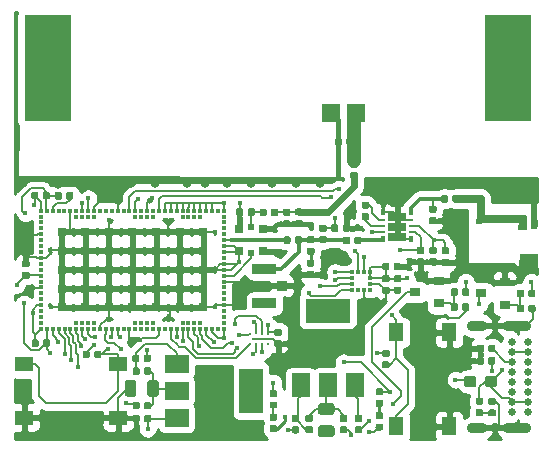
<source format=gbr>
G04 #@! TF.GenerationSoftware,KiCad,Pcbnew,(5.1.5)-3*
G04 #@! TF.CreationDate,2020-04-03T19:02:15-07:00*
G04 #@! TF.ProjectId,ShadowRunner,53686164-6f77-4527-956e-6e65722e6b69,rev?*
G04 #@! TF.SameCoordinates,Original*
G04 #@! TF.FileFunction,Copper,L1,Top*
G04 #@! TF.FilePolarity,Positive*
%FSLAX46Y46*%
G04 Gerber Fmt 4.6, Leading zero omitted, Abs format (unit mm)*
G04 Created by KiCad (PCBNEW (5.1.5)-3) date 2020-04-03 19:02:15*
%MOMM*%
%LPD*%
G04 APERTURE LIST*
%ADD10R,1.500000X2.000000*%
%ADD11R,3.800000X2.000000*%
%ADD12C,0.100000*%
%ADD13R,0.889000X0.838200*%
%ADD14R,2.057400X0.939800*%
%ADD15R,1.300000X1.524000*%
%ADD16R,1.524000X1.300000*%
%ADD17C,0.240000*%
%ADD18R,2.000000X3.800000*%
%ADD19R,2.000000X1.500000*%
%ADD20R,0.750000X0.800000*%
%ADD21R,0.500000X0.580000*%
%ADD22R,0.900000X0.800000*%
%ADD23C,0.650000*%
%ADD24O,2.400000X0.900000*%
%ADD25O,1.700000X0.900000*%
%ADD26R,0.375000X0.350000*%
%ADD27R,0.350000X0.375000*%
%ADD28R,0.300000X0.300000*%
%ADD29R,0.800000X0.800000*%
%ADD30R,0.425000X0.515000*%
%ADD31R,0.425000X0.275000*%
%ADD32R,1.550000X0.745000*%
%ADD33R,1.550000X0.670000*%
%ADD34R,4.000000X9.000000*%
%ADD35R,1.650000X1.500000*%
%ADD36R,1.600000X0.500000*%
%ADD37R,0.500000X0.500000*%
%ADD38C,0.400000*%
%ADD39C,0.800000*%
%ADD40C,0.152400*%
%ADD41C,0.250000*%
%ADD42C,0.400000*%
%ADD43C,0.550000*%
%ADD44C,0.700000*%
%ADD45C,0.350000*%
%ADD46C,0.600000*%
%ADD47C,1.200000*%
%ADD48C,0.254000*%
G04 APERTURE END LIST*
D10*
X136105000Y-128245000D03*
X140705000Y-128245000D03*
X138405000Y-128245000D03*
D11*
X138405000Y-121945000D03*
G04 #@! TA.AperFunction,SMDPad,CuDef*
D12*
G36*
X137021958Y-131715710D02*
G01*
X137036276Y-131717834D01*
X137050317Y-131721351D01*
X137063946Y-131726228D01*
X137077031Y-131732417D01*
X137089447Y-131739858D01*
X137101073Y-131748481D01*
X137111798Y-131758202D01*
X137121519Y-131768927D01*
X137130142Y-131780553D01*
X137137583Y-131792969D01*
X137143772Y-131806054D01*
X137148649Y-131819683D01*
X137152166Y-131833724D01*
X137154290Y-131848042D01*
X137155000Y-131862500D01*
X137155000Y-132157500D01*
X137154290Y-132171958D01*
X137152166Y-132186276D01*
X137148649Y-132200317D01*
X137143772Y-132213946D01*
X137137583Y-132227031D01*
X137130142Y-132239447D01*
X137121519Y-132251073D01*
X137111798Y-132261798D01*
X137101073Y-132271519D01*
X137089447Y-132280142D01*
X137077031Y-132287583D01*
X137063946Y-132293772D01*
X137050317Y-132298649D01*
X137036276Y-132302166D01*
X137021958Y-132304290D01*
X137007500Y-132305000D01*
X136662500Y-132305000D01*
X136648042Y-132304290D01*
X136633724Y-132302166D01*
X136619683Y-132298649D01*
X136606054Y-132293772D01*
X136592969Y-132287583D01*
X136580553Y-132280142D01*
X136568927Y-132271519D01*
X136558202Y-132261798D01*
X136548481Y-132251073D01*
X136539858Y-132239447D01*
X136532417Y-132227031D01*
X136526228Y-132213946D01*
X136521351Y-132200317D01*
X136517834Y-132186276D01*
X136515710Y-132171958D01*
X136515000Y-132157500D01*
X136515000Y-131862500D01*
X136515710Y-131848042D01*
X136517834Y-131833724D01*
X136521351Y-131819683D01*
X136526228Y-131806054D01*
X136532417Y-131792969D01*
X136539858Y-131780553D01*
X136548481Y-131768927D01*
X136558202Y-131758202D01*
X136568927Y-131748481D01*
X136580553Y-131739858D01*
X136592969Y-131732417D01*
X136606054Y-131726228D01*
X136619683Y-131721351D01*
X136633724Y-131717834D01*
X136648042Y-131715710D01*
X136662500Y-131715000D01*
X137007500Y-131715000D01*
X137021958Y-131715710D01*
G37*
G04 #@! TD.AperFunction*
G04 #@! TA.AperFunction,SMDPad,CuDef*
G36*
X137021958Y-130745710D02*
G01*
X137036276Y-130747834D01*
X137050317Y-130751351D01*
X137063946Y-130756228D01*
X137077031Y-130762417D01*
X137089447Y-130769858D01*
X137101073Y-130778481D01*
X137111798Y-130788202D01*
X137121519Y-130798927D01*
X137130142Y-130810553D01*
X137137583Y-130822969D01*
X137143772Y-130836054D01*
X137148649Y-130849683D01*
X137152166Y-130863724D01*
X137154290Y-130878042D01*
X137155000Y-130892500D01*
X137155000Y-131187500D01*
X137154290Y-131201958D01*
X137152166Y-131216276D01*
X137148649Y-131230317D01*
X137143772Y-131243946D01*
X137137583Y-131257031D01*
X137130142Y-131269447D01*
X137121519Y-131281073D01*
X137111798Y-131291798D01*
X137101073Y-131301519D01*
X137089447Y-131310142D01*
X137077031Y-131317583D01*
X137063946Y-131323772D01*
X137050317Y-131328649D01*
X137036276Y-131332166D01*
X137021958Y-131334290D01*
X137007500Y-131335000D01*
X136662500Y-131335000D01*
X136648042Y-131334290D01*
X136633724Y-131332166D01*
X136619683Y-131328649D01*
X136606054Y-131323772D01*
X136592969Y-131317583D01*
X136580553Y-131310142D01*
X136568927Y-131301519D01*
X136558202Y-131291798D01*
X136548481Y-131281073D01*
X136539858Y-131269447D01*
X136532417Y-131257031D01*
X136526228Y-131243946D01*
X136521351Y-131230317D01*
X136517834Y-131216276D01*
X136515710Y-131201958D01*
X136515000Y-131187500D01*
X136515000Y-130892500D01*
X136515710Y-130878042D01*
X136517834Y-130863724D01*
X136521351Y-130849683D01*
X136526228Y-130836054D01*
X136532417Y-130822969D01*
X136539858Y-130810553D01*
X136548481Y-130798927D01*
X136558202Y-130788202D01*
X136568927Y-130778481D01*
X136580553Y-130769858D01*
X136592969Y-130762417D01*
X136606054Y-130756228D01*
X136619683Y-130751351D01*
X136633724Y-130747834D01*
X136648042Y-130745710D01*
X136662500Y-130745000D01*
X137007500Y-130745000D01*
X137021958Y-130745710D01*
G37*
G04 #@! TD.AperFunction*
G04 #@! TA.AperFunction,SMDPad,CuDef*
G36*
X121995142Y-127806174D02*
G01*
X122018803Y-127809684D01*
X122042007Y-127815496D01*
X122064529Y-127823554D01*
X122086153Y-127833782D01*
X122106670Y-127846079D01*
X122125883Y-127860329D01*
X122143607Y-127876393D01*
X122159671Y-127894117D01*
X122173921Y-127913330D01*
X122186218Y-127933847D01*
X122196446Y-127955471D01*
X122204504Y-127977993D01*
X122210316Y-128001197D01*
X122213826Y-128024858D01*
X122215000Y-128048750D01*
X122215000Y-128961250D01*
X122213826Y-128985142D01*
X122210316Y-129008803D01*
X122204504Y-129032007D01*
X122196446Y-129054529D01*
X122186218Y-129076153D01*
X122173921Y-129096670D01*
X122159671Y-129115883D01*
X122143607Y-129133607D01*
X122125883Y-129149671D01*
X122106670Y-129163921D01*
X122086153Y-129176218D01*
X122064529Y-129186446D01*
X122042007Y-129194504D01*
X122018803Y-129200316D01*
X121995142Y-129203826D01*
X121971250Y-129205000D01*
X121483750Y-129205000D01*
X121459858Y-129203826D01*
X121436197Y-129200316D01*
X121412993Y-129194504D01*
X121390471Y-129186446D01*
X121368847Y-129176218D01*
X121348330Y-129163921D01*
X121329117Y-129149671D01*
X121311393Y-129133607D01*
X121295329Y-129115883D01*
X121281079Y-129096670D01*
X121268782Y-129076153D01*
X121258554Y-129054529D01*
X121250496Y-129032007D01*
X121244684Y-129008803D01*
X121241174Y-128985142D01*
X121240000Y-128961250D01*
X121240000Y-128048750D01*
X121241174Y-128024858D01*
X121244684Y-128001197D01*
X121250496Y-127977993D01*
X121258554Y-127955471D01*
X121268782Y-127933847D01*
X121281079Y-127913330D01*
X121295329Y-127894117D01*
X121311393Y-127876393D01*
X121329117Y-127860329D01*
X121348330Y-127846079D01*
X121368847Y-127833782D01*
X121390471Y-127823554D01*
X121412993Y-127815496D01*
X121436197Y-127809684D01*
X121459858Y-127806174D01*
X121483750Y-127805000D01*
X121971250Y-127805000D01*
X121995142Y-127806174D01*
G37*
G04 #@! TD.AperFunction*
G04 #@! TA.AperFunction,SMDPad,CuDef*
G36*
X123870142Y-127806174D02*
G01*
X123893803Y-127809684D01*
X123917007Y-127815496D01*
X123939529Y-127823554D01*
X123961153Y-127833782D01*
X123981670Y-127846079D01*
X124000883Y-127860329D01*
X124018607Y-127876393D01*
X124034671Y-127894117D01*
X124048921Y-127913330D01*
X124061218Y-127933847D01*
X124071446Y-127955471D01*
X124079504Y-127977993D01*
X124085316Y-128001197D01*
X124088826Y-128024858D01*
X124090000Y-128048750D01*
X124090000Y-128961250D01*
X124088826Y-128985142D01*
X124085316Y-129008803D01*
X124079504Y-129032007D01*
X124071446Y-129054529D01*
X124061218Y-129076153D01*
X124048921Y-129096670D01*
X124034671Y-129115883D01*
X124018607Y-129133607D01*
X124000883Y-129149671D01*
X123981670Y-129163921D01*
X123961153Y-129176218D01*
X123939529Y-129186446D01*
X123917007Y-129194504D01*
X123893803Y-129200316D01*
X123870142Y-129203826D01*
X123846250Y-129205000D01*
X123358750Y-129205000D01*
X123334858Y-129203826D01*
X123311197Y-129200316D01*
X123287993Y-129194504D01*
X123265471Y-129186446D01*
X123243847Y-129176218D01*
X123223330Y-129163921D01*
X123204117Y-129149671D01*
X123186393Y-129133607D01*
X123170329Y-129115883D01*
X123156079Y-129096670D01*
X123143782Y-129076153D01*
X123133554Y-129054529D01*
X123125496Y-129032007D01*
X123119684Y-129008803D01*
X123116174Y-128985142D01*
X123115000Y-128961250D01*
X123115000Y-128048750D01*
X123116174Y-128024858D01*
X123119684Y-128001197D01*
X123125496Y-127977993D01*
X123133554Y-127955471D01*
X123143782Y-127933847D01*
X123156079Y-127913330D01*
X123170329Y-127894117D01*
X123186393Y-127876393D01*
X123204117Y-127860329D01*
X123223330Y-127846079D01*
X123243847Y-127833782D01*
X123265471Y-127823554D01*
X123287993Y-127815496D01*
X123311197Y-127809684D01*
X123334858Y-127806174D01*
X123358750Y-127805000D01*
X123846250Y-127805000D01*
X123870142Y-127806174D01*
G37*
G04 #@! TD.AperFunction*
D13*
X134545000Y-119835000D03*
D14*
X133039999Y-121315000D03*
X133039999Y-118355000D03*
G04 #@! TA.AperFunction,SMDPad,CuDef*
D12*
G36*
X142961958Y-129480710D02*
G01*
X142976276Y-129482834D01*
X142990317Y-129486351D01*
X143003946Y-129491228D01*
X143017031Y-129497417D01*
X143029447Y-129504858D01*
X143041073Y-129513481D01*
X143051798Y-129523202D01*
X143061519Y-129533927D01*
X143070142Y-129545553D01*
X143077583Y-129557969D01*
X143083772Y-129571054D01*
X143088649Y-129584683D01*
X143092166Y-129598724D01*
X143094290Y-129613042D01*
X143095000Y-129627500D01*
X143095000Y-129922500D01*
X143094290Y-129936958D01*
X143092166Y-129951276D01*
X143088649Y-129965317D01*
X143083772Y-129978946D01*
X143077583Y-129992031D01*
X143070142Y-130004447D01*
X143061519Y-130016073D01*
X143051798Y-130026798D01*
X143041073Y-130036519D01*
X143029447Y-130045142D01*
X143017031Y-130052583D01*
X143003946Y-130058772D01*
X142990317Y-130063649D01*
X142976276Y-130067166D01*
X142961958Y-130069290D01*
X142947500Y-130070000D01*
X142602500Y-130070000D01*
X142588042Y-130069290D01*
X142573724Y-130067166D01*
X142559683Y-130063649D01*
X142546054Y-130058772D01*
X142532969Y-130052583D01*
X142520553Y-130045142D01*
X142508927Y-130036519D01*
X142498202Y-130026798D01*
X142488481Y-130016073D01*
X142479858Y-130004447D01*
X142472417Y-129992031D01*
X142466228Y-129978946D01*
X142461351Y-129965317D01*
X142457834Y-129951276D01*
X142455710Y-129936958D01*
X142455000Y-129922500D01*
X142455000Y-129627500D01*
X142455710Y-129613042D01*
X142457834Y-129598724D01*
X142461351Y-129584683D01*
X142466228Y-129571054D01*
X142472417Y-129557969D01*
X142479858Y-129545553D01*
X142488481Y-129533927D01*
X142498202Y-129523202D01*
X142508927Y-129513481D01*
X142520553Y-129504858D01*
X142532969Y-129497417D01*
X142546054Y-129491228D01*
X142559683Y-129486351D01*
X142573724Y-129482834D01*
X142588042Y-129480710D01*
X142602500Y-129480000D01*
X142947500Y-129480000D01*
X142961958Y-129480710D01*
G37*
G04 #@! TD.AperFunction*
G04 #@! TA.AperFunction,SMDPad,CuDef*
G36*
X142961958Y-128510710D02*
G01*
X142976276Y-128512834D01*
X142990317Y-128516351D01*
X143003946Y-128521228D01*
X143017031Y-128527417D01*
X143029447Y-128534858D01*
X143041073Y-128543481D01*
X143051798Y-128553202D01*
X143061519Y-128563927D01*
X143070142Y-128575553D01*
X143077583Y-128587969D01*
X143083772Y-128601054D01*
X143088649Y-128614683D01*
X143092166Y-128628724D01*
X143094290Y-128643042D01*
X143095000Y-128657500D01*
X143095000Y-128952500D01*
X143094290Y-128966958D01*
X143092166Y-128981276D01*
X143088649Y-128995317D01*
X143083772Y-129008946D01*
X143077583Y-129022031D01*
X143070142Y-129034447D01*
X143061519Y-129046073D01*
X143051798Y-129056798D01*
X143041073Y-129066519D01*
X143029447Y-129075142D01*
X143017031Y-129082583D01*
X143003946Y-129088772D01*
X142990317Y-129093649D01*
X142976276Y-129097166D01*
X142961958Y-129099290D01*
X142947500Y-129100000D01*
X142602500Y-129100000D01*
X142588042Y-129099290D01*
X142573724Y-129097166D01*
X142559683Y-129093649D01*
X142546054Y-129088772D01*
X142532969Y-129082583D01*
X142520553Y-129075142D01*
X142508927Y-129066519D01*
X142498202Y-129056798D01*
X142488481Y-129046073D01*
X142479858Y-129034447D01*
X142472417Y-129022031D01*
X142466228Y-129008946D01*
X142461351Y-128995317D01*
X142457834Y-128981276D01*
X142455710Y-128966958D01*
X142455000Y-128952500D01*
X142455000Y-128657500D01*
X142455710Y-128643042D01*
X142457834Y-128628724D01*
X142461351Y-128614683D01*
X142466228Y-128601054D01*
X142472417Y-128587969D01*
X142479858Y-128575553D01*
X142488481Y-128563927D01*
X142498202Y-128553202D01*
X142508927Y-128543481D01*
X142520553Y-128534858D01*
X142532969Y-128527417D01*
X142546054Y-128521228D01*
X142559683Y-128516351D01*
X142573724Y-128512834D01*
X142588042Y-128510710D01*
X142602500Y-128510000D01*
X142947500Y-128510000D01*
X142961958Y-128510710D01*
G37*
G04 #@! TD.AperFunction*
D15*
X144190000Y-131702500D03*
X144190000Y-123770000D03*
X148695000Y-131702500D03*
X148697500Y-123770000D03*
D16*
X112722500Y-126465000D03*
X120655000Y-126465000D03*
X112722500Y-130970000D03*
X120655000Y-130972500D03*
D17*
X131815000Y-123862500D03*
X132315000Y-123852500D03*
X132815000Y-123862500D03*
X133315000Y-123860000D03*
X133067500Y-124302500D03*
X132065000Y-124302500D03*
X131815000Y-124732500D03*
X132315000Y-124732500D03*
X132815000Y-124732500D03*
X133315000Y-124732500D03*
G04 #@! TA.AperFunction,SMDPad,CuDef*
D12*
G36*
X139921958Y-131715710D02*
G01*
X139936276Y-131717834D01*
X139950317Y-131721351D01*
X139963946Y-131726228D01*
X139977031Y-131732417D01*
X139989447Y-131739858D01*
X140001073Y-131748481D01*
X140011798Y-131758202D01*
X140021519Y-131768927D01*
X140030142Y-131780553D01*
X140037583Y-131792969D01*
X140043772Y-131806054D01*
X140048649Y-131819683D01*
X140052166Y-131833724D01*
X140054290Y-131848042D01*
X140055000Y-131862500D01*
X140055000Y-132157500D01*
X140054290Y-132171958D01*
X140052166Y-132186276D01*
X140048649Y-132200317D01*
X140043772Y-132213946D01*
X140037583Y-132227031D01*
X140030142Y-132239447D01*
X140021519Y-132251073D01*
X140011798Y-132261798D01*
X140001073Y-132271519D01*
X139989447Y-132280142D01*
X139977031Y-132287583D01*
X139963946Y-132293772D01*
X139950317Y-132298649D01*
X139936276Y-132302166D01*
X139921958Y-132304290D01*
X139907500Y-132305000D01*
X139562500Y-132305000D01*
X139548042Y-132304290D01*
X139533724Y-132302166D01*
X139519683Y-132298649D01*
X139506054Y-132293772D01*
X139492969Y-132287583D01*
X139480553Y-132280142D01*
X139468927Y-132271519D01*
X139458202Y-132261798D01*
X139448481Y-132251073D01*
X139439858Y-132239447D01*
X139432417Y-132227031D01*
X139426228Y-132213946D01*
X139421351Y-132200317D01*
X139417834Y-132186276D01*
X139415710Y-132171958D01*
X139415000Y-132157500D01*
X139415000Y-131862500D01*
X139415710Y-131848042D01*
X139417834Y-131833724D01*
X139421351Y-131819683D01*
X139426228Y-131806054D01*
X139432417Y-131792969D01*
X139439858Y-131780553D01*
X139448481Y-131768927D01*
X139458202Y-131758202D01*
X139468927Y-131748481D01*
X139480553Y-131739858D01*
X139492969Y-131732417D01*
X139506054Y-131726228D01*
X139519683Y-131721351D01*
X139533724Y-131717834D01*
X139548042Y-131715710D01*
X139562500Y-131715000D01*
X139907500Y-131715000D01*
X139921958Y-131715710D01*
G37*
G04 #@! TD.AperFunction*
G04 #@! TA.AperFunction,SMDPad,CuDef*
G36*
X139921958Y-130745710D02*
G01*
X139936276Y-130747834D01*
X139950317Y-130751351D01*
X139963946Y-130756228D01*
X139977031Y-130762417D01*
X139989447Y-130769858D01*
X140001073Y-130778481D01*
X140011798Y-130788202D01*
X140021519Y-130798927D01*
X140030142Y-130810553D01*
X140037583Y-130822969D01*
X140043772Y-130836054D01*
X140048649Y-130849683D01*
X140052166Y-130863724D01*
X140054290Y-130878042D01*
X140055000Y-130892500D01*
X140055000Y-131187500D01*
X140054290Y-131201958D01*
X140052166Y-131216276D01*
X140048649Y-131230317D01*
X140043772Y-131243946D01*
X140037583Y-131257031D01*
X140030142Y-131269447D01*
X140021519Y-131281073D01*
X140011798Y-131291798D01*
X140001073Y-131301519D01*
X139989447Y-131310142D01*
X139977031Y-131317583D01*
X139963946Y-131323772D01*
X139950317Y-131328649D01*
X139936276Y-131332166D01*
X139921958Y-131334290D01*
X139907500Y-131335000D01*
X139562500Y-131335000D01*
X139548042Y-131334290D01*
X139533724Y-131332166D01*
X139519683Y-131328649D01*
X139506054Y-131323772D01*
X139492969Y-131317583D01*
X139480553Y-131310142D01*
X139468927Y-131301519D01*
X139458202Y-131291798D01*
X139448481Y-131281073D01*
X139439858Y-131269447D01*
X139432417Y-131257031D01*
X139426228Y-131243946D01*
X139421351Y-131230317D01*
X139417834Y-131216276D01*
X139415710Y-131201958D01*
X139415000Y-131187500D01*
X139415000Y-130892500D01*
X139415710Y-130878042D01*
X139417834Y-130863724D01*
X139421351Y-130849683D01*
X139426228Y-130836054D01*
X139432417Y-130822969D01*
X139439858Y-130810553D01*
X139448481Y-130798927D01*
X139458202Y-130788202D01*
X139468927Y-130778481D01*
X139480553Y-130769858D01*
X139492969Y-130762417D01*
X139506054Y-130756228D01*
X139519683Y-130751351D01*
X139533724Y-130747834D01*
X139548042Y-130745710D01*
X139562500Y-130745000D01*
X139907500Y-130745000D01*
X139921958Y-130745710D01*
G37*
G04 #@! TD.AperFunction*
G04 #@! TA.AperFunction,SMDPad,CuDef*
G36*
X119096958Y-125305710D02*
G01*
X119111276Y-125307834D01*
X119125317Y-125311351D01*
X119138946Y-125316228D01*
X119152031Y-125322417D01*
X119164447Y-125329858D01*
X119176073Y-125338481D01*
X119186798Y-125348202D01*
X119196519Y-125358927D01*
X119205142Y-125370553D01*
X119212583Y-125382969D01*
X119218772Y-125396054D01*
X119223649Y-125409683D01*
X119227166Y-125423724D01*
X119229290Y-125438042D01*
X119230000Y-125452500D01*
X119230000Y-125797500D01*
X119229290Y-125811958D01*
X119227166Y-125826276D01*
X119223649Y-125840317D01*
X119218772Y-125853946D01*
X119212583Y-125867031D01*
X119205142Y-125879447D01*
X119196519Y-125891073D01*
X119186798Y-125901798D01*
X119176073Y-125911519D01*
X119164447Y-125920142D01*
X119152031Y-125927583D01*
X119138946Y-125933772D01*
X119125317Y-125938649D01*
X119111276Y-125942166D01*
X119096958Y-125944290D01*
X119082500Y-125945000D01*
X118787500Y-125945000D01*
X118773042Y-125944290D01*
X118758724Y-125942166D01*
X118744683Y-125938649D01*
X118731054Y-125933772D01*
X118717969Y-125927583D01*
X118705553Y-125920142D01*
X118693927Y-125911519D01*
X118683202Y-125901798D01*
X118673481Y-125891073D01*
X118664858Y-125879447D01*
X118657417Y-125867031D01*
X118651228Y-125853946D01*
X118646351Y-125840317D01*
X118642834Y-125826276D01*
X118640710Y-125811958D01*
X118640000Y-125797500D01*
X118640000Y-125452500D01*
X118640710Y-125438042D01*
X118642834Y-125423724D01*
X118646351Y-125409683D01*
X118651228Y-125396054D01*
X118657417Y-125382969D01*
X118664858Y-125370553D01*
X118673481Y-125358927D01*
X118683202Y-125348202D01*
X118693927Y-125338481D01*
X118705553Y-125329858D01*
X118717969Y-125322417D01*
X118731054Y-125316228D01*
X118744683Y-125311351D01*
X118758724Y-125307834D01*
X118773042Y-125305710D01*
X118787500Y-125305000D01*
X119082500Y-125305000D01*
X119096958Y-125305710D01*
G37*
G04 #@! TD.AperFunction*
G04 #@! TA.AperFunction,SMDPad,CuDef*
G36*
X118126958Y-125305710D02*
G01*
X118141276Y-125307834D01*
X118155317Y-125311351D01*
X118168946Y-125316228D01*
X118182031Y-125322417D01*
X118194447Y-125329858D01*
X118206073Y-125338481D01*
X118216798Y-125348202D01*
X118226519Y-125358927D01*
X118235142Y-125370553D01*
X118242583Y-125382969D01*
X118248772Y-125396054D01*
X118253649Y-125409683D01*
X118257166Y-125423724D01*
X118259290Y-125438042D01*
X118260000Y-125452500D01*
X118260000Y-125797500D01*
X118259290Y-125811958D01*
X118257166Y-125826276D01*
X118253649Y-125840317D01*
X118248772Y-125853946D01*
X118242583Y-125867031D01*
X118235142Y-125879447D01*
X118226519Y-125891073D01*
X118216798Y-125901798D01*
X118206073Y-125911519D01*
X118194447Y-125920142D01*
X118182031Y-125927583D01*
X118168946Y-125933772D01*
X118155317Y-125938649D01*
X118141276Y-125942166D01*
X118126958Y-125944290D01*
X118112500Y-125945000D01*
X117817500Y-125945000D01*
X117803042Y-125944290D01*
X117788724Y-125942166D01*
X117774683Y-125938649D01*
X117761054Y-125933772D01*
X117747969Y-125927583D01*
X117735553Y-125920142D01*
X117723927Y-125911519D01*
X117713202Y-125901798D01*
X117703481Y-125891073D01*
X117694858Y-125879447D01*
X117687417Y-125867031D01*
X117681228Y-125853946D01*
X117676351Y-125840317D01*
X117672834Y-125826276D01*
X117670710Y-125811958D01*
X117670000Y-125797500D01*
X117670000Y-125452500D01*
X117670710Y-125438042D01*
X117672834Y-125423724D01*
X117676351Y-125409683D01*
X117681228Y-125396054D01*
X117687417Y-125382969D01*
X117694858Y-125370553D01*
X117703481Y-125358927D01*
X117713202Y-125348202D01*
X117723927Y-125338481D01*
X117735553Y-125329858D01*
X117747969Y-125322417D01*
X117761054Y-125316228D01*
X117774683Y-125311351D01*
X117788724Y-125307834D01*
X117803042Y-125305710D01*
X117817500Y-125305000D01*
X118112500Y-125305000D01*
X118126958Y-125305710D01*
G37*
G04 #@! TD.AperFunction*
D18*
X131915000Y-128715000D03*
D19*
X125615000Y-128715000D03*
X125615000Y-131015000D03*
X125615000Y-126415000D03*
G04 #@! TA.AperFunction,SMDPad,CuDef*
D12*
G36*
X141121958Y-115655710D02*
G01*
X141136276Y-115657834D01*
X141150317Y-115661351D01*
X141163946Y-115666228D01*
X141177031Y-115672417D01*
X141189447Y-115679858D01*
X141201073Y-115688481D01*
X141211798Y-115698202D01*
X141221519Y-115708927D01*
X141230142Y-115720553D01*
X141237583Y-115732969D01*
X141243772Y-115746054D01*
X141248649Y-115759683D01*
X141252166Y-115773724D01*
X141254290Y-115788042D01*
X141255000Y-115802500D01*
X141255000Y-116147500D01*
X141254290Y-116161958D01*
X141252166Y-116176276D01*
X141248649Y-116190317D01*
X141243772Y-116203946D01*
X141237583Y-116217031D01*
X141230142Y-116229447D01*
X141221519Y-116241073D01*
X141211798Y-116251798D01*
X141201073Y-116261519D01*
X141189447Y-116270142D01*
X141177031Y-116277583D01*
X141163946Y-116283772D01*
X141150317Y-116288649D01*
X141136276Y-116292166D01*
X141121958Y-116294290D01*
X141107500Y-116295000D01*
X140812500Y-116295000D01*
X140798042Y-116294290D01*
X140783724Y-116292166D01*
X140769683Y-116288649D01*
X140756054Y-116283772D01*
X140742969Y-116277583D01*
X140730553Y-116270142D01*
X140718927Y-116261519D01*
X140708202Y-116251798D01*
X140698481Y-116241073D01*
X140689858Y-116229447D01*
X140682417Y-116217031D01*
X140676228Y-116203946D01*
X140671351Y-116190317D01*
X140667834Y-116176276D01*
X140665710Y-116161958D01*
X140665000Y-116147500D01*
X140665000Y-115802500D01*
X140665710Y-115788042D01*
X140667834Y-115773724D01*
X140671351Y-115759683D01*
X140676228Y-115746054D01*
X140682417Y-115732969D01*
X140689858Y-115720553D01*
X140698481Y-115708927D01*
X140708202Y-115698202D01*
X140718927Y-115688481D01*
X140730553Y-115679858D01*
X140742969Y-115672417D01*
X140756054Y-115666228D01*
X140769683Y-115661351D01*
X140783724Y-115657834D01*
X140798042Y-115655710D01*
X140812500Y-115655000D01*
X141107500Y-115655000D01*
X141121958Y-115655710D01*
G37*
G04 #@! TD.AperFunction*
G04 #@! TA.AperFunction,SMDPad,CuDef*
G36*
X140151958Y-115655710D02*
G01*
X140166276Y-115657834D01*
X140180317Y-115661351D01*
X140193946Y-115666228D01*
X140207031Y-115672417D01*
X140219447Y-115679858D01*
X140231073Y-115688481D01*
X140241798Y-115698202D01*
X140251519Y-115708927D01*
X140260142Y-115720553D01*
X140267583Y-115732969D01*
X140273772Y-115746054D01*
X140278649Y-115759683D01*
X140282166Y-115773724D01*
X140284290Y-115788042D01*
X140285000Y-115802500D01*
X140285000Y-116147500D01*
X140284290Y-116161958D01*
X140282166Y-116176276D01*
X140278649Y-116190317D01*
X140273772Y-116203946D01*
X140267583Y-116217031D01*
X140260142Y-116229447D01*
X140251519Y-116241073D01*
X140241798Y-116251798D01*
X140231073Y-116261519D01*
X140219447Y-116270142D01*
X140207031Y-116277583D01*
X140193946Y-116283772D01*
X140180317Y-116288649D01*
X140166276Y-116292166D01*
X140151958Y-116294290D01*
X140137500Y-116295000D01*
X139842500Y-116295000D01*
X139828042Y-116294290D01*
X139813724Y-116292166D01*
X139799683Y-116288649D01*
X139786054Y-116283772D01*
X139772969Y-116277583D01*
X139760553Y-116270142D01*
X139748927Y-116261519D01*
X139738202Y-116251798D01*
X139728481Y-116241073D01*
X139719858Y-116229447D01*
X139712417Y-116217031D01*
X139706228Y-116203946D01*
X139701351Y-116190317D01*
X139697834Y-116176276D01*
X139695710Y-116161958D01*
X139695000Y-116147500D01*
X139695000Y-115802500D01*
X139695710Y-115788042D01*
X139697834Y-115773724D01*
X139701351Y-115759683D01*
X139706228Y-115746054D01*
X139712417Y-115732969D01*
X139719858Y-115720553D01*
X139728481Y-115708927D01*
X139738202Y-115698202D01*
X139748927Y-115688481D01*
X139760553Y-115679858D01*
X139772969Y-115672417D01*
X139786054Y-115666228D01*
X139799683Y-115661351D01*
X139813724Y-115657834D01*
X139828042Y-115655710D01*
X139842500Y-115655000D01*
X140137500Y-115655000D01*
X140151958Y-115655710D01*
G37*
G04 #@! TD.AperFunction*
G04 #@! TA.AperFunction,SMDPad,CuDef*
G36*
X114746958Y-111855710D02*
G01*
X114761276Y-111857834D01*
X114775317Y-111861351D01*
X114788946Y-111866228D01*
X114802031Y-111872417D01*
X114814447Y-111879858D01*
X114826073Y-111888481D01*
X114836798Y-111898202D01*
X114846519Y-111908927D01*
X114855142Y-111920553D01*
X114862583Y-111932969D01*
X114868772Y-111946054D01*
X114873649Y-111959683D01*
X114877166Y-111973724D01*
X114879290Y-111988042D01*
X114880000Y-112002500D01*
X114880000Y-112347500D01*
X114879290Y-112361958D01*
X114877166Y-112376276D01*
X114873649Y-112390317D01*
X114868772Y-112403946D01*
X114862583Y-112417031D01*
X114855142Y-112429447D01*
X114846519Y-112441073D01*
X114836798Y-112451798D01*
X114826073Y-112461519D01*
X114814447Y-112470142D01*
X114802031Y-112477583D01*
X114788946Y-112483772D01*
X114775317Y-112488649D01*
X114761276Y-112492166D01*
X114746958Y-112494290D01*
X114732500Y-112495000D01*
X114437500Y-112495000D01*
X114423042Y-112494290D01*
X114408724Y-112492166D01*
X114394683Y-112488649D01*
X114381054Y-112483772D01*
X114367969Y-112477583D01*
X114355553Y-112470142D01*
X114343927Y-112461519D01*
X114333202Y-112451798D01*
X114323481Y-112441073D01*
X114314858Y-112429447D01*
X114307417Y-112417031D01*
X114301228Y-112403946D01*
X114296351Y-112390317D01*
X114292834Y-112376276D01*
X114290710Y-112361958D01*
X114290000Y-112347500D01*
X114290000Y-112002500D01*
X114290710Y-111988042D01*
X114292834Y-111973724D01*
X114296351Y-111959683D01*
X114301228Y-111946054D01*
X114307417Y-111932969D01*
X114314858Y-111920553D01*
X114323481Y-111908927D01*
X114333202Y-111898202D01*
X114343927Y-111888481D01*
X114355553Y-111879858D01*
X114367969Y-111872417D01*
X114381054Y-111866228D01*
X114394683Y-111861351D01*
X114408724Y-111857834D01*
X114423042Y-111855710D01*
X114437500Y-111855000D01*
X114732500Y-111855000D01*
X114746958Y-111855710D01*
G37*
G04 #@! TD.AperFunction*
G04 #@! TA.AperFunction,SMDPad,CuDef*
G36*
X113776958Y-111855710D02*
G01*
X113791276Y-111857834D01*
X113805317Y-111861351D01*
X113818946Y-111866228D01*
X113832031Y-111872417D01*
X113844447Y-111879858D01*
X113856073Y-111888481D01*
X113866798Y-111898202D01*
X113876519Y-111908927D01*
X113885142Y-111920553D01*
X113892583Y-111932969D01*
X113898772Y-111946054D01*
X113903649Y-111959683D01*
X113907166Y-111973724D01*
X113909290Y-111988042D01*
X113910000Y-112002500D01*
X113910000Y-112347500D01*
X113909290Y-112361958D01*
X113907166Y-112376276D01*
X113903649Y-112390317D01*
X113898772Y-112403946D01*
X113892583Y-112417031D01*
X113885142Y-112429447D01*
X113876519Y-112441073D01*
X113866798Y-112451798D01*
X113856073Y-112461519D01*
X113844447Y-112470142D01*
X113832031Y-112477583D01*
X113818946Y-112483772D01*
X113805317Y-112488649D01*
X113791276Y-112492166D01*
X113776958Y-112494290D01*
X113762500Y-112495000D01*
X113467500Y-112495000D01*
X113453042Y-112494290D01*
X113438724Y-112492166D01*
X113424683Y-112488649D01*
X113411054Y-112483772D01*
X113397969Y-112477583D01*
X113385553Y-112470142D01*
X113373927Y-112461519D01*
X113363202Y-112451798D01*
X113353481Y-112441073D01*
X113344858Y-112429447D01*
X113337417Y-112417031D01*
X113331228Y-112403946D01*
X113326351Y-112390317D01*
X113322834Y-112376276D01*
X113320710Y-112361958D01*
X113320000Y-112347500D01*
X113320000Y-112002500D01*
X113320710Y-111988042D01*
X113322834Y-111973724D01*
X113326351Y-111959683D01*
X113331228Y-111946054D01*
X113337417Y-111932969D01*
X113344858Y-111920553D01*
X113353481Y-111908927D01*
X113363202Y-111898202D01*
X113373927Y-111888481D01*
X113385553Y-111879858D01*
X113397969Y-111872417D01*
X113411054Y-111866228D01*
X113424683Y-111861351D01*
X113438724Y-111857834D01*
X113453042Y-111855710D01*
X113467500Y-111855000D01*
X113762500Y-111855000D01*
X113776958Y-111855710D01*
G37*
G04 #@! TD.AperFunction*
G04 #@! TA.AperFunction,SMDPad,CuDef*
G36*
X123311958Y-126725710D02*
G01*
X123326276Y-126727834D01*
X123340317Y-126731351D01*
X123353946Y-126736228D01*
X123367031Y-126742417D01*
X123379447Y-126749858D01*
X123391073Y-126758481D01*
X123401798Y-126768202D01*
X123411519Y-126778927D01*
X123420142Y-126790553D01*
X123427583Y-126802969D01*
X123433772Y-126816054D01*
X123438649Y-126829683D01*
X123442166Y-126843724D01*
X123444290Y-126858042D01*
X123445000Y-126872500D01*
X123445000Y-127217500D01*
X123444290Y-127231958D01*
X123442166Y-127246276D01*
X123438649Y-127260317D01*
X123433772Y-127273946D01*
X123427583Y-127287031D01*
X123420142Y-127299447D01*
X123411519Y-127311073D01*
X123401798Y-127321798D01*
X123391073Y-127331519D01*
X123379447Y-127340142D01*
X123367031Y-127347583D01*
X123353946Y-127353772D01*
X123340317Y-127358649D01*
X123326276Y-127362166D01*
X123311958Y-127364290D01*
X123297500Y-127365000D01*
X123002500Y-127365000D01*
X122988042Y-127364290D01*
X122973724Y-127362166D01*
X122959683Y-127358649D01*
X122946054Y-127353772D01*
X122932969Y-127347583D01*
X122920553Y-127340142D01*
X122908927Y-127331519D01*
X122898202Y-127321798D01*
X122888481Y-127311073D01*
X122879858Y-127299447D01*
X122872417Y-127287031D01*
X122866228Y-127273946D01*
X122861351Y-127260317D01*
X122857834Y-127246276D01*
X122855710Y-127231958D01*
X122855000Y-127217500D01*
X122855000Y-126872500D01*
X122855710Y-126858042D01*
X122857834Y-126843724D01*
X122861351Y-126829683D01*
X122866228Y-126816054D01*
X122872417Y-126802969D01*
X122879858Y-126790553D01*
X122888481Y-126778927D01*
X122898202Y-126768202D01*
X122908927Y-126758481D01*
X122920553Y-126749858D01*
X122932969Y-126742417D01*
X122946054Y-126736228D01*
X122959683Y-126731351D01*
X122973724Y-126727834D01*
X122988042Y-126725710D01*
X123002500Y-126725000D01*
X123297500Y-126725000D01*
X123311958Y-126725710D01*
G37*
G04 #@! TD.AperFunction*
G04 #@! TA.AperFunction,SMDPad,CuDef*
G36*
X122341958Y-126725710D02*
G01*
X122356276Y-126727834D01*
X122370317Y-126731351D01*
X122383946Y-126736228D01*
X122397031Y-126742417D01*
X122409447Y-126749858D01*
X122421073Y-126758481D01*
X122431798Y-126768202D01*
X122441519Y-126778927D01*
X122450142Y-126790553D01*
X122457583Y-126802969D01*
X122463772Y-126816054D01*
X122468649Y-126829683D01*
X122472166Y-126843724D01*
X122474290Y-126858042D01*
X122475000Y-126872500D01*
X122475000Y-127217500D01*
X122474290Y-127231958D01*
X122472166Y-127246276D01*
X122468649Y-127260317D01*
X122463772Y-127273946D01*
X122457583Y-127287031D01*
X122450142Y-127299447D01*
X122441519Y-127311073D01*
X122431798Y-127321798D01*
X122421073Y-127331519D01*
X122409447Y-127340142D01*
X122397031Y-127347583D01*
X122383946Y-127353772D01*
X122370317Y-127358649D01*
X122356276Y-127362166D01*
X122341958Y-127364290D01*
X122327500Y-127365000D01*
X122032500Y-127365000D01*
X122018042Y-127364290D01*
X122003724Y-127362166D01*
X121989683Y-127358649D01*
X121976054Y-127353772D01*
X121962969Y-127347583D01*
X121950553Y-127340142D01*
X121938927Y-127331519D01*
X121928202Y-127321798D01*
X121918481Y-127311073D01*
X121909858Y-127299447D01*
X121902417Y-127287031D01*
X121896228Y-127273946D01*
X121891351Y-127260317D01*
X121887834Y-127246276D01*
X121885710Y-127231958D01*
X121885000Y-127217500D01*
X121885000Y-126872500D01*
X121885710Y-126858042D01*
X121887834Y-126843724D01*
X121891351Y-126829683D01*
X121896228Y-126816054D01*
X121902417Y-126802969D01*
X121909858Y-126790553D01*
X121918481Y-126778927D01*
X121928202Y-126768202D01*
X121938927Y-126758481D01*
X121950553Y-126749858D01*
X121962969Y-126742417D01*
X121976054Y-126736228D01*
X121989683Y-126731351D01*
X122003724Y-126727834D01*
X122018042Y-126725710D01*
X122032500Y-126725000D01*
X122327500Y-126725000D01*
X122341958Y-126725710D01*
G37*
G04 #@! TD.AperFunction*
G04 #@! TA.AperFunction,SMDPad,CuDef*
G36*
X141191958Y-131715710D02*
G01*
X141206276Y-131717834D01*
X141220317Y-131721351D01*
X141233946Y-131726228D01*
X141247031Y-131732417D01*
X141259447Y-131739858D01*
X141271073Y-131748481D01*
X141281798Y-131758202D01*
X141291519Y-131768927D01*
X141300142Y-131780553D01*
X141307583Y-131792969D01*
X141313772Y-131806054D01*
X141318649Y-131819683D01*
X141322166Y-131833724D01*
X141324290Y-131848042D01*
X141325000Y-131862500D01*
X141325000Y-132157500D01*
X141324290Y-132171958D01*
X141322166Y-132186276D01*
X141318649Y-132200317D01*
X141313772Y-132213946D01*
X141307583Y-132227031D01*
X141300142Y-132239447D01*
X141291519Y-132251073D01*
X141281798Y-132261798D01*
X141271073Y-132271519D01*
X141259447Y-132280142D01*
X141247031Y-132287583D01*
X141233946Y-132293772D01*
X141220317Y-132298649D01*
X141206276Y-132302166D01*
X141191958Y-132304290D01*
X141177500Y-132305000D01*
X140832500Y-132305000D01*
X140818042Y-132304290D01*
X140803724Y-132302166D01*
X140789683Y-132298649D01*
X140776054Y-132293772D01*
X140762969Y-132287583D01*
X140750553Y-132280142D01*
X140738927Y-132271519D01*
X140728202Y-132261798D01*
X140718481Y-132251073D01*
X140709858Y-132239447D01*
X140702417Y-132227031D01*
X140696228Y-132213946D01*
X140691351Y-132200317D01*
X140687834Y-132186276D01*
X140685710Y-132171958D01*
X140685000Y-132157500D01*
X140685000Y-131862500D01*
X140685710Y-131848042D01*
X140687834Y-131833724D01*
X140691351Y-131819683D01*
X140696228Y-131806054D01*
X140702417Y-131792969D01*
X140709858Y-131780553D01*
X140718481Y-131768927D01*
X140728202Y-131758202D01*
X140738927Y-131748481D01*
X140750553Y-131739858D01*
X140762969Y-131732417D01*
X140776054Y-131726228D01*
X140789683Y-131721351D01*
X140803724Y-131717834D01*
X140818042Y-131715710D01*
X140832500Y-131715000D01*
X141177500Y-131715000D01*
X141191958Y-131715710D01*
G37*
G04 #@! TD.AperFunction*
G04 #@! TA.AperFunction,SMDPad,CuDef*
G36*
X141191958Y-130745710D02*
G01*
X141206276Y-130747834D01*
X141220317Y-130751351D01*
X141233946Y-130756228D01*
X141247031Y-130762417D01*
X141259447Y-130769858D01*
X141271073Y-130778481D01*
X141281798Y-130788202D01*
X141291519Y-130798927D01*
X141300142Y-130810553D01*
X141307583Y-130822969D01*
X141313772Y-130836054D01*
X141318649Y-130849683D01*
X141322166Y-130863724D01*
X141324290Y-130878042D01*
X141325000Y-130892500D01*
X141325000Y-131187500D01*
X141324290Y-131201958D01*
X141322166Y-131216276D01*
X141318649Y-131230317D01*
X141313772Y-131243946D01*
X141307583Y-131257031D01*
X141300142Y-131269447D01*
X141291519Y-131281073D01*
X141281798Y-131291798D01*
X141271073Y-131301519D01*
X141259447Y-131310142D01*
X141247031Y-131317583D01*
X141233946Y-131323772D01*
X141220317Y-131328649D01*
X141206276Y-131332166D01*
X141191958Y-131334290D01*
X141177500Y-131335000D01*
X140832500Y-131335000D01*
X140818042Y-131334290D01*
X140803724Y-131332166D01*
X140789683Y-131328649D01*
X140776054Y-131323772D01*
X140762969Y-131317583D01*
X140750553Y-131310142D01*
X140738927Y-131301519D01*
X140728202Y-131291798D01*
X140718481Y-131281073D01*
X140709858Y-131269447D01*
X140702417Y-131257031D01*
X140696228Y-131243946D01*
X140691351Y-131230317D01*
X140687834Y-131216276D01*
X140685710Y-131201958D01*
X140685000Y-131187500D01*
X140685000Y-130892500D01*
X140685710Y-130878042D01*
X140687834Y-130863724D01*
X140691351Y-130849683D01*
X140696228Y-130836054D01*
X140702417Y-130822969D01*
X140709858Y-130810553D01*
X140718481Y-130798927D01*
X140728202Y-130788202D01*
X140738927Y-130778481D01*
X140750553Y-130769858D01*
X140762969Y-130762417D01*
X140776054Y-130756228D01*
X140789683Y-130751351D01*
X140803724Y-130747834D01*
X140818042Y-130745710D01*
X140832500Y-130745000D01*
X141177500Y-130745000D01*
X141191958Y-130745710D01*
G37*
G04 #@! TD.AperFunction*
G04 #@! TA.AperFunction,SMDPad,CuDef*
G36*
X122351958Y-130745710D02*
G01*
X122366276Y-130747834D01*
X122380317Y-130751351D01*
X122393946Y-130756228D01*
X122407031Y-130762417D01*
X122419447Y-130769858D01*
X122431073Y-130778481D01*
X122441798Y-130788202D01*
X122451519Y-130798927D01*
X122460142Y-130810553D01*
X122467583Y-130822969D01*
X122473772Y-130836054D01*
X122478649Y-130849683D01*
X122482166Y-130863724D01*
X122484290Y-130878042D01*
X122485000Y-130892500D01*
X122485000Y-131237500D01*
X122484290Y-131251958D01*
X122482166Y-131266276D01*
X122478649Y-131280317D01*
X122473772Y-131293946D01*
X122467583Y-131307031D01*
X122460142Y-131319447D01*
X122451519Y-131331073D01*
X122441798Y-131341798D01*
X122431073Y-131351519D01*
X122419447Y-131360142D01*
X122407031Y-131367583D01*
X122393946Y-131373772D01*
X122380317Y-131378649D01*
X122366276Y-131382166D01*
X122351958Y-131384290D01*
X122337500Y-131385000D01*
X122042500Y-131385000D01*
X122028042Y-131384290D01*
X122013724Y-131382166D01*
X121999683Y-131378649D01*
X121986054Y-131373772D01*
X121972969Y-131367583D01*
X121960553Y-131360142D01*
X121948927Y-131351519D01*
X121938202Y-131341798D01*
X121928481Y-131331073D01*
X121919858Y-131319447D01*
X121912417Y-131307031D01*
X121906228Y-131293946D01*
X121901351Y-131280317D01*
X121897834Y-131266276D01*
X121895710Y-131251958D01*
X121895000Y-131237500D01*
X121895000Y-130892500D01*
X121895710Y-130878042D01*
X121897834Y-130863724D01*
X121901351Y-130849683D01*
X121906228Y-130836054D01*
X121912417Y-130822969D01*
X121919858Y-130810553D01*
X121928481Y-130798927D01*
X121938202Y-130788202D01*
X121948927Y-130778481D01*
X121960553Y-130769858D01*
X121972969Y-130762417D01*
X121986054Y-130756228D01*
X121999683Y-130751351D01*
X122013724Y-130747834D01*
X122028042Y-130745710D01*
X122042500Y-130745000D01*
X122337500Y-130745000D01*
X122351958Y-130745710D01*
G37*
G04 #@! TD.AperFunction*
G04 #@! TA.AperFunction,SMDPad,CuDef*
G36*
X123321958Y-130745710D02*
G01*
X123336276Y-130747834D01*
X123350317Y-130751351D01*
X123363946Y-130756228D01*
X123377031Y-130762417D01*
X123389447Y-130769858D01*
X123401073Y-130778481D01*
X123411798Y-130788202D01*
X123421519Y-130798927D01*
X123430142Y-130810553D01*
X123437583Y-130822969D01*
X123443772Y-130836054D01*
X123448649Y-130849683D01*
X123452166Y-130863724D01*
X123454290Y-130878042D01*
X123455000Y-130892500D01*
X123455000Y-131237500D01*
X123454290Y-131251958D01*
X123452166Y-131266276D01*
X123448649Y-131280317D01*
X123443772Y-131293946D01*
X123437583Y-131307031D01*
X123430142Y-131319447D01*
X123421519Y-131331073D01*
X123411798Y-131341798D01*
X123401073Y-131351519D01*
X123389447Y-131360142D01*
X123377031Y-131367583D01*
X123363946Y-131373772D01*
X123350317Y-131378649D01*
X123336276Y-131382166D01*
X123321958Y-131384290D01*
X123307500Y-131385000D01*
X123012500Y-131385000D01*
X122998042Y-131384290D01*
X122983724Y-131382166D01*
X122969683Y-131378649D01*
X122956054Y-131373772D01*
X122942969Y-131367583D01*
X122930553Y-131360142D01*
X122918927Y-131351519D01*
X122908202Y-131341798D01*
X122898481Y-131331073D01*
X122889858Y-131319447D01*
X122882417Y-131307031D01*
X122876228Y-131293946D01*
X122871351Y-131280317D01*
X122867834Y-131266276D01*
X122865710Y-131251958D01*
X122865000Y-131237500D01*
X122865000Y-130892500D01*
X122865710Y-130878042D01*
X122867834Y-130863724D01*
X122871351Y-130849683D01*
X122876228Y-130836054D01*
X122882417Y-130822969D01*
X122889858Y-130810553D01*
X122898481Y-130798927D01*
X122908202Y-130788202D01*
X122918927Y-130778481D01*
X122930553Y-130769858D01*
X122942969Y-130762417D01*
X122956054Y-130756228D01*
X122969683Y-130751351D01*
X122983724Y-130747834D01*
X122998042Y-130745710D01*
X123012500Y-130745000D01*
X123307500Y-130745000D01*
X123321958Y-130745710D01*
G37*
G04 #@! TD.AperFunction*
G04 #@! TA.AperFunction,SMDPad,CuDef*
G36*
X144511958Y-118920710D02*
G01*
X144526276Y-118922834D01*
X144540317Y-118926351D01*
X144553946Y-118931228D01*
X144567031Y-118937417D01*
X144579447Y-118944858D01*
X144591073Y-118953481D01*
X144601798Y-118963202D01*
X144611519Y-118973927D01*
X144620142Y-118985553D01*
X144627583Y-118997969D01*
X144633772Y-119011054D01*
X144638649Y-119024683D01*
X144642166Y-119038724D01*
X144644290Y-119053042D01*
X144645000Y-119067500D01*
X144645000Y-119362500D01*
X144644290Y-119376958D01*
X144642166Y-119391276D01*
X144638649Y-119405317D01*
X144633772Y-119418946D01*
X144627583Y-119432031D01*
X144620142Y-119444447D01*
X144611519Y-119456073D01*
X144601798Y-119466798D01*
X144591073Y-119476519D01*
X144579447Y-119485142D01*
X144567031Y-119492583D01*
X144553946Y-119498772D01*
X144540317Y-119503649D01*
X144526276Y-119507166D01*
X144511958Y-119509290D01*
X144497500Y-119510000D01*
X144152500Y-119510000D01*
X144138042Y-119509290D01*
X144123724Y-119507166D01*
X144109683Y-119503649D01*
X144096054Y-119498772D01*
X144082969Y-119492583D01*
X144070553Y-119485142D01*
X144058927Y-119476519D01*
X144048202Y-119466798D01*
X144038481Y-119456073D01*
X144029858Y-119444447D01*
X144022417Y-119432031D01*
X144016228Y-119418946D01*
X144011351Y-119405317D01*
X144007834Y-119391276D01*
X144005710Y-119376958D01*
X144005000Y-119362500D01*
X144005000Y-119067500D01*
X144005710Y-119053042D01*
X144007834Y-119038724D01*
X144011351Y-119024683D01*
X144016228Y-119011054D01*
X144022417Y-118997969D01*
X144029858Y-118985553D01*
X144038481Y-118973927D01*
X144048202Y-118963202D01*
X144058927Y-118953481D01*
X144070553Y-118944858D01*
X144082969Y-118937417D01*
X144096054Y-118931228D01*
X144109683Y-118926351D01*
X144123724Y-118922834D01*
X144138042Y-118920710D01*
X144152500Y-118920000D01*
X144497500Y-118920000D01*
X144511958Y-118920710D01*
G37*
G04 #@! TD.AperFunction*
G04 #@! TA.AperFunction,SMDPad,CuDef*
G36*
X144511958Y-119890710D02*
G01*
X144526276Y-119892834D01*
X144540317Y-119896351D01*
X144553946Y-119901228D01*
X144567031Y-119907417D01*
X144579447Y-119914858D01*
X144591073Y-119923481D01*
X144601798Y-119933202D01*
X144611519Y-119943927D01*
X144620142Y-119955553D01*
X144627583Y-119967969D01*
X144633772Y-119981054D01*
X144638649Y-119994683D01*
X144642166Y-120008724D01*
X144644290Y-120023042D01*
X144645000Y-120037500D01*
X144645000Y-120332500D01*
X144644290Y-120346958D01*
X144642166Y-120361276D01*
X144638649Y-120375317D01*
X144633772Y-120388946D01*
X144627583Y-120402031D01*
X144620142Y-120414447D01*
X144611519Y-120426073D01*
X144601798Y-120436798D01*
X144591073Y-120446519D01*
X144579447Y-120455142D01*
X144567031Y-120462583D01*
X144553946Y-120468772D01*
X144540317Y-120473649D01*
X144526276Y-120477166D01*
X144511958Y-120479290D01*
X144497500Y-120480000D01*
X144152500Y-120480000D01*
X144138042Y-120479290D01*
X144123724Y-120477166D01*
X144109683Y-120473649D01*
X144096054Y-120468772D01*
X144082969Y-120462583D01*
X144070553Y-120455142D01*
X144058927Y-120446519D01*
X144048202Y-120436798D01*
X144038481Y-120426073D01*
X144029858Y-120414447D01*
X144022417Y-120402031D01*
X144016228Y-120388946D01*
X144011351Y-120375317D01*
X144007834Y-120361276D01*
X144005710Y-120346958D01*
X144005000Y-120332500D01*
X144005000Y-120037500D01*
X144005710Y-120023042D01*
X144007834Y-120008724D01*
X144011351Y-119994683D01*
X144016228Y-119981054D01*
X144022417Y-119967969D01*
X144029858Y-119955553D01*
X144038481Y-119943927D01*
X144048202Y-119933202D01*
X144058927Y-119923481D01*
X144070553Y-119914858D01*
X144082969Y-119907417D01*
X144096054Y-119901228D01*
X144109683Y-119896351D01*
X144123724Y-119892834D01*
X144138042Y-119890710D01*
X144152500Y-119890000D01*
X144497500Y-119890000D01*
X144511958Y-119890710D01*
G37*
G04 #@! TD.AperFunction*
G04 #@! TA.AperFunction,SMDPad,CuDef*
G36*
X143511958Y-118920710D02*
G01*
X143526276Y-118922834D01*
X143540317Y-118926351D01*
X143553946Y-118931228D01*
X143567031Y-118937417D01*
X143579447Y-118944858D01*
X143591073Y-118953481D01*
X143601798Y-118963202D01*
X143611519Y-118973927D01*
X143620142Y-118985553D01*
X143627583Y-118997969D01*
X143633772Y-119011054D01*
X143638649Y-119024683D01*
X143642166Y-119038724D01*
X143644290Y-119053042D01*
X143645000Y-119067500D01*
X143645000Y-119362500D01*
X143644290Y-119376958D01*
X143642166Y-119391276D01*
X143638649Y-119405317D01*
X143633772Y-119418946D01*
X143627583Y-119432031D01*
X143620142Y-119444447D01*
X143611519Y-119456073D01*
X143601798Y-119466798D01*
X143591073Y-119476519D01*
X143579447Y-119485142D01*
X143567031Y-119492583D01*
X143553946Y-119498772D01*
X143540317Y-119503649D01*
X143526276Y-119507166D01*
X143511958Y-119509290D01*
X143497500Y-119510000D01*
X143152500Y-119510000D01*
X143138042Y-119509290D01*
X143123724Y-119507166D01*
X143109683Y-119503649D01*
X143096054Y-119498772D01*
X143082969Y-119492583D01*
X143070553Y-119485142D01*
X143058927Y-119476519D01*
X143048202Y-119466798D01*
X143038481Y-119456073D01*
X143029858Y-119444447D01*
X143022417Y-119432031D01*
X143016228Y-119418946D01*
X143011351Y-119405317D01*
X143007834Y-119391276D01*
X143005710Y-119376958D01*
X143005000Y-119362500D01*
X143005000Y-119067500D01*
X143005710Y-119053042D01*
X143007834Y-119038724D01*
X143011351Y-119024683D01*
X143016228Y-119011054D01*
X143022417Y-118997969D01*
X143029858Y-118985553D01*
X143038481Y-118973927D01*
X143048202Y-118963202D01*
X143058927Y-118953481D01*
X143070553Y-118944858D01*
X143082969Y-118937417D01*
X143096054Y-118931228D01*
X143109683Y-118926351D01*
X143123724Y-118922834D01*
X143138042Y-118920710D01*
X143152500Y-118920000D01*
X143497500Y-118920000D01*
X143511958Y-118920710D01*
G37*
G04 #@! TD.AperFunction*
G04 #@! TA.AperFunction,SMDPad,CuDef*
G36*
X143511958Y-119890710D02*
G01*
X143526276Y-119892834D01*
X143540317Y-119896351D01*
X143553946Y-119901228D01*
X143567031Y-119907417D01*
X143579447Y-119914858D01*
X143591073Y-119923481D01*
X143601798Y-119933202D01*
X143611519Y-119943927D01*
X143620142Y-119955553D01*
X143627583Y-119967969D01*
X143633772Y-119981054D01*
X143638649Y-119994683D01*
X143642166Y-120008724D01*
X143644290Y-120023042D01*
X143645000Y-120037500D01*
X143645000Y-120332500D01*
X143644290Y-120346958D01*
X143642166Y-120361276D01*
X143638649Y-120375317D01*
X143633772Y-120388946D01*
X143627583Y-120402031D01*
X143620142Y-120414447D01*
X143611519Y-120426073D01*
X143601798Y-120436798D01*
X143591073Y-120446519D01*
X143579447Y-120455142D01*
X143567031Y-120462583D01*
X143553946Y-120468772D01*
X143540317Y-120473649D01*
X143526276Y-120477166D01*
X143511958Y-120479290D01*
X143497500Y-120480000D01*
X143152500Y-120480000D01*
X143138042Y-120479290D01*
X143123724Y-120477166D01*
X143109683Y-120473649D01*
X143096054Y-120468772D01*
X143082969Y-120462583D01*
X143070553Y-120455142D01*
X143058927Y-120446519D01*
X143048202Y-120436798D01*
X143038481Y-120426073D01*
X143029858Y-120414447D01*
X143022417Y-120402031D01*
X143016228Y-120388946D01*
X143011351Y-120375317D01*
X143007834Y-120361276D01*
X143005710Y-120346958D01*
X143005000Y-120332500D01*
X143005000Y-120037500D01*
X143005710Y-120023042D01*
X143007834Y-120008724D01*
X143011351Y-119994683D01*
X143016228Y-119981054D01*
X143022417Y-119967969D01*
X143029858Y-119955553D01*
X143038481Y-119943927D01*
X143048202Y-119933202D01*
X143058927Y-119923481D01*
X143070553Y-119914858D01*
X143082969Y-119907417D01*
X143096054Y-119901228D01*
X143109683Y-119896351D01*
X143123724Y-119892834D01*
X143138042Y-119890710D01*
X143152500Y-119890000D01*
X143497500Y-119890000D01*
X143511958Y-119890710D01*
G37*
G04 #@! TD.AperFunction*
G04 #@! TA.AperFunction,SMDPad,CuDef*
G36*
X143501958Y-117880710D02*
G01*
X143516276Y-117882834D01*
X143530317Y-117886351D01*
X143543946Y-117891228D01*
X143557031Y-117897417D01*
X143569447Y-117904858D01*
X143581073Y-117913481D01*
X143591798Y-117923202D01*
X143601519Y-117933927D01*
X143610142Y-117945553D01*
X143617583Y-117957969D01*
X143623772Y-117971054D01*
X143628649Y-117984683D01*
X143632166Y-117998724D01*
X143634290Y-118013042D01*
X143635000Y-118027500D01*
X143635000Y-118372500D01*
X143634290Y-118386958D01*
X143632166Y-118401276D01*
X143628649Y-118415317D01*
X143623772Y-118428946D01*
X143617583Y-118442031D01*
X143610142Y-118454447D01*
X143601519Y-118466073D01*
X143591798Y-118476798D01*
X143581073Y-118486519D01*
X143569447Y-118495142D01*
X143557031Y-118502583D01*
X143543946Y-118508772D01*
X143530317Y-118513649D01*
X143516276Y-118517166D01*
X143501958Y-118519290D01*
X143487500Y-118520000D01*
X143192500Y-118520000D01*
X143178042Y-118519290D01*
X143163724Y-118517166D01*
X143149683Y-118513649D01*
X143136054Y-118508772D01*
X143122969Y-118502583D01*
X143110553Y-118495142D01*
X143098927Y-118486519D01*
X143088202Y-118476798D01*
X143078481Y-118466073D01*
X143069858Y-118454447D01*
X143062417Y-118442031D01*
X143056228Y-118428946D01*
X143051351Y-118415317D01*
X143047834Y-118401276D01*
X143045710Y-118386958D01*
X143045000Y-118372500D01*
X143045000Y-118027500D01*
X143045710Y-118013042D01*
X143047834Y-117998724D01*
X143051351Y-117984683D01*
X143056228Y-117971054D01*
X143062417Y-117957969D01*
X143069858Y-117945553D01*
X143078481Y-117933927D01*
X143088202Y-117923202D01*
X143098927Y-117913481D01*
X143110553Y-117904858D01*
X143122969Y-117897417D01*
X143136054Y-117891228D01*
X143149683Y-117886351D01*
X143163724Y-117882834D01*
X143178042Y-117880710D01*
X143192500Y-117880000D01*
X143487500Y-117880000D01*
X143501958Y-117880710D01*
G37*
G04 #@! TD.AperFunction*
G04 #@! TA.AperFunction,SMDPad,CuDef*
G36*
X144471958Y-117880710D02*
G01*
X144486276Y-117882834D01*
X144500317Y-117886351D01*
X144513946Y-117891228D01*
X144527031Y-117897417D01*
X144539447Y-117904858D01*
X144551073Y-117913481D01*
X144561798Y-117923202D01*
X144571519Y-117933927D01*
X144580142Y-117945553D01*
X144587583Y-117957969D01*
X144593772Y-117971054D01*
X144598649Y-117984683D01*
X144602166Y-117998724D01*
X144604290Y-118013042D01*
X144605000Y-118027500D01*
X144605000Y-118372500D01*
X144604290Y-118386958D01*
X144602166Y-118401276D01*
X144598649Y-118415317D01*
X144593772Y-118428946D01*
X144587583Y-118442031D01*
X144580142Y-118454447D01*
X144571519Y-118466073D01*
X144561798Y-118476798D01*
X144551073Y-118486519D01*
X144539447Y-118495142D01*
X144527031Y-118502583D01*
X144513946Y-118508772D01*
X144500317Y-118513649D01*
X144486276Y-118517166D01*
X144471958Y-118519290D01*
X144457500Y-118520000D01*
X144162500Y-118520000D01*
X144148042Y-118519290D01*
X144133724Y-118517166D01*
X144119683Y-118513649D01*
X144106054Y-118508772D01*
X144092969Y-118502583D01*
X144080553Y-118495142D01*
X144068927Y-118486519D01*
X144058202Y-118476798D01*
X144048481Y-118466073D01*
X144039858Y-118454447D01*
X144032417Y-118442031D01*
X144026228Y-118428946D01*
X144021351Y-118415317D01*
X144017834Y-118401276D01*
X144015710Y-118386958D01*
X144015000Y-118372500D01*
X144015000Y-118027500D01*
X144015710Y-118013042D01*
X144017834Y-117998724D01*
X144021351Y-117984683D01*
X144026228Y-117971054D01*
X144032417Y-117957969D01*
X144039858Y-117945553D01*
X144048481Y-117933927D01*
X144058202Y-117923202D01*
X144068927Y-117913481D01*
X144080553Y-117904858D01*
X144092969Y-117897417D01*
X144106054Y-117891228D01*
X144119683Y-117886351D01*
X144133724Y-117882834D01*
X144148042Y-117880710D01*
X144162500Y-117880000D01*
X144457500Y-117880000D01*
X144471958Y-117880710D01*
G37*
G04 #@! TD.AperFunction*
G04 #@! TA.AperFunction,SMDPad,CuDef*
G36*
X134386958Y-123445710D02*
G01*
X134401276Y-123447834D01*
X134415317Y-123451351D01*
X134428946Y-123456228D01*
X134442031Y-123462417D01*
X134454447Y-123469858D01*
X134466073Y-123478481D01*
X134476798Y-123488202D01*
X134486519Y-123498927D01*
X134495142Y-123510553D01*
X134502583Y-123522969D01*
X134508772Y-123536054D01*
X134513649Y-123549683D01*
X134517166Y-123563724D01*
X134519290Y-123578042D01*
X134520000Y-123592500D01*
X134520000Y-123887500D01*
X134519290Y-123901958D01*
X134517166Y-123916276D01*
X134513649Y-123930317D01*
X134508772Y-123943946D01*
X134502583Y-123957031D01*
X134495142Y-123969447D01*
X134486519Y-123981073D01*
X134476798Y-123991798D01*
X134466073Y-124001519D01*
X134454447Y-124010142D01*
X134442031Y-124017583D01*
X134428946Y-124023772D01*
X134415317Y-124028649D01*
X134401276Y-124032166D01*
X134386958Y-124034290D01*
X134372500Y-124035000D01*
X134027500Y-124035000D01*
X134013042Y-124034290D01*
X133998724Y-124032166D01*
X133984683Y-124028649D01*
X133971054Y-124023772D01*
X133957969Y-124017583D01*
X133945553Y-124010142D01*
X133933927Y-124001519D01*
X133923202Y-123991798D01*
X133913481Y-123981073D01*
X133904858Y-123969447D01*
X133897417Y-123957031D01*
X133891228Y-123943946D01*
X133886351Y-123930317D01*
X133882834Y-123916276D01*
X133880710Y-123901958D01*
X133880000Y-123887500D01*
X133880000Y-123592500D01*
X133880710Y-123578042D01*
X133882834Y-123563724D01*
X133886351Y-123549683D01*
X133891228Y-123536054D01*
X133897417Y-123522969D01*
X133904858Y-123510553D01*
X133913481Y-123498927D01*
X133923202Y-123488202D01*
X133933927Y-123478481D01*
X133945553Y-123469858D01*
X133957969Y-123462417D01*
X133971054Y-123456228D01*
X133984683Y-123451351D01*
X133998724Y-123447834D01*
X134013042Y-123445710D01*
X134027500Y-123445000D01*
X134372500Y-123445000D01*
X134386958Y-123445710D01*
G37*
G04 #@! TD.AperFunction*
G04 #@! TA.AperFunction,SMDPad,CuDef*
G36*
X134386958Y-124415710D02*
G01*
X134401276Y-124417834D01*
X134415317Y-124421351D01*
X134428946Y-124426228D01*
X134442031Y-124432417D01*
X134454447Y-124439858D01*
X134466073Y-124448481D01*
X134476798Y-124458202D01*
X134486519Y-124468927D01*
X134495142Y-124480553D01*
X134502583Y-124492969D01*
X134508772Y-124506054D01*
X134513649Y-124519683D01*
X134517166Y-124533724D01*
X134519290Y-124548042D01*
X134520000Y-124562500D01*
X134520000Y-124857500D01*
X134519290Y-124871958D01*
X134517166Y-124886276D01*
X134513649Y-124900317D01*
X134508772Y-124913946D01*
X134502583Y-124927031D01*
X134495142Y-124939447D01*
X134486519Y-124951073D01*
X134476798Y-124961798D01*
X134466073Y-124971519D01*
X134454447Y-124980142D01*
X134442031Y-124987583D01*
X134428946Y-124993772D01*
X134415317Y-124998649D01*
X134401276Y-125002166D01*
X134386958Y-125004290D01*
X134372500Y-125005000D01*
X134027500Y-125005000D01*
X134013042Y-125004290D01*
X133998724Y-125002166D01*
X133984683Y-124998649D01*
X133971054Y-124993772D01*
X133957969Y-124987583D01*
X133945553Y-124980142D01*
X133933927Y-124971519D01*
X133923202Y-124961798D01*
X133913481Y-124951073D01*
X133904858Y-124939447D01*
X133897417Y-124927031D01*
X133891228Y-124913946D01*
X133886351Y-124900317D01*
X133882834Y-124886276D01*
X133880710Y-124871958D01*
X133880000Y-124857500D01*
X133880000Y-124562500D01*
X133880710Y-124548042D01*
X133882834Y-124533724D01*
X133886351Y-124519683D01*
X133891228Y-124506054D01*
X133897417Y-124492969D01*
X133904858Y-124480553D01*
X133913481Y-124468927D01*
X133923202Y-124458202D01*
X133933927Y-124448481D01*
X133945553Y-124439858D01*
X133957969Y-124432417D01*
X133971054Y-124426228D01*
X133984683Y-124421351D01*
X133998724Y-124417834D01*
X134013042Y-124415710D01*
X134027500Y-124415000D01*
X134372500Y-124415000D01*
X134386958Y-124415710D01*
G37*
G04 #@! TD.AperFunction*
G04 #@! TA.AperFunction,SMDPad,CuDef*
G36*
X140811958Y-110190710D02*
G01*
X140826276Y-110192834D01*
X140840317Y-110196351D01*
X140853946Y-110201228D01*
X140867031Y-110207417D01*
X140879447Y-110214858D01*
X140891073Y-110223481D01*
X140901798Y-110233202D01*
X140911519Y-110243927D01*
X140920142Y-110255553D01*
X140927583Y-110267969D01*
X140933772Y-110281054D01*
X140938649Y-110294683D01*
X140942166Y-110308724D01*
X140944290Y-110323042D01*
X140945000Y-110337500D01*
X140945000Y-110632500D01*
X140944290Y-110646958D01*
X140942166Y-110661276D01*
X140938649Y-110675317D01*
X140933772Y-110688946D01*
X140927583Y-110702031D01*
X140920142Y-110714447D01*
X140911519Y-110726073D01*
X140901798Y-110736798D01*
X140891073Y-110746519D01*
X140879447Y-110755142D01*
X140867031Y-110762583D01*
X140853946Y-110768772D01*
X140840317Y-110773649D01*
X140826276Y-110777166D01*
X140811958Y-110779290D01*
X140797500Y-110780000D01*
X140452500Y-110780000D01*
X140438042Y-110779290D01*
X140423724Y-110777166D01*
X140409683Y-110773649D01*
X140396054Y-110768772D01*
X140382969Y-110762583D01*
X140370553Y-110755142D01*
X140358927Y-110746519D01*
X140348202Y-110736798D01*
X140338481Y-110726073D01*
X140329858Y-110714447D01*
X140322417Y-110702031D01*
X140316228Y-110688946D01*
X140311351Y-110675317D01*
X140307834Y-110661276D01*
X140305710Y-110646958D01*
X140305000Y-110632500D01*
X140305000Y-110337500D01*
X140305710Y-110323042D01*
X140307834Y-110308724D01*
X140311351Y-110294683D01*
X140316228Y-110281054D01*
X140322417Y-110267969D01*
X140329858Y-110255553D01*
X140338481Y-110243927D01*
X140348202Y-110233202D01*
X140358927Y-110223481D01*
X140370553Y-110214858D01*
X140382969Y-110207417D01*
X140396054Y-110201228D01*
X140409683Y-110196351D01*
X140423724Y-110192834D01*
X140438042Y-110190710D01*
X140452500Y-110190000D01*
X140797500Y-110190000D01*
X140811958Y-110190710D01*
G37*
G04 #@! TD.AperFunction*
G04 #@! TA.AperFunction,SMDPad,CuDef*
G36*
X140811958Y-109220710D02*
G01*
X140826276Y-109222834D01*
X140840317Y-109226351D01*
X140853946Y-109231228D01*
X140867031Y-109237417D01*
X140879447Y-109244858D01*
X140891073Y-109253481D01*
X140901798Y-109263202D01*
X140911519Y-109273927D01*
X140920142Y-109285553D01*
X140927583Y-109297969D01*
X140933772Y-109311054D01*
X140938649Y-109324683D01*
X140942166Y-109338724D01*
X140944290Y-109353042D01*
X140945000Y-109367500D01*
X140945000Y-109662500D01*
X140944290Y-109676958D01*
X140942166Y-109691276D01*
X140938649Y-109705317D01*
X140933772Y-109718946D01*
X140927583Y-109732031D01*
X140920142Y-109744447D01*
X140911519Y-109756073D01*
X140901798Y-109766798D01*
X140891073Y-109776519D01*
X140879447Y-109785142D01*
X140867031Y-109792583D01*
X140853946Y-109798772D01*
X140840317Y-109803649D01*
X140826276Y-109807166D01*
X140811958Y-109809290D01*
X140797500Y-109810000D01*
X140452500Y-109810000D01*
X140438042Y-109809290D01*
X140423724Y-109807166D01*
X140409683Y-109803649D01*
X140396054Y-109798772D01*
X140382969Y-109792583D01*
X140370553Y-109785142D01*
X140358927Y-109776519D01*
X140348202Y-109766798D01*
X140338481Y-109756073D01*
X140329858Y-109744447D01*
X140322417Y-109732031D01*
X140316228Y-109718946D01*
X140311351Y-109705317D01*
X140307834Y-109691276D01*
X140305710Y-109676958D01*
X140305000Y-109662500D01*
X140305000Y-109367500D01*
X140305710Y-109353042D01*
X140307834Y-109338724D01*
X140311351Y-109324683D01*
X140316228Y-109311054D01*
X140322417Y-109297969D01*
X140329858Y-109285553D01*
X140338481Y-109273927D01*
X140348202Y-109263202D01*
X140358927Y-109253481D01*
X140370553Y-109244858D01*
X140382969Y-109237417D01*
X140396054Y-109231228D01*
X140409683Y-109226351D01*
X140423724Y-109222834D01*
X140438042Y-109220710D01*
X140452500Y-109220000D01*
X140797500Y-109220000D01*
X140811958Y-109220710D01*
G37*
G04 #@! TD.AperFunction*
G04 #@! TA.AperFunction,SMDPad,CuDef*
G36*
X136161958Y-114240710D02*
G01*
X136176276Y-114242834D01*
X136190317Y-114246351D01*
X136203946Y-114251228D01*
X136217031Y-114257417D01*
X136229447Y-114264858D01*
X136241073Y-114273481D01*
X136251798Y-114283202D01*
X136261519Y-114293927D01*
X136270142Y-114305553D01*
X136277583Y-114317969D01*
X136283772Y-114331054D01*
X136288649Y-114344683D01*
X136292166Y-114358724D01*
X136294290Y-114373042D01*
X136295000Y-114387500D01*
X136295000Y-114682500D01*
X136294290Y-114696958D01*
X136292166Y-114711276D01*
X136288649Y-114725317D01*
X136283772Y-114738946D01*
X136277583Y-114752031D01*
X136270142Y-114764447D01*
X136261519Y-114776073D01*
X136251798Y-114786798D01*
X136241073Y-114796519D01*
X136229447Y-114805142D01*
X136217031Y-114812583D01*
X136203946Y-114818772D01*
X136190317Y-114823649D01*
X136176276Y-114827166D01*
X136161958Y-114829290D01*
X136147500Y-114830000D01*
X135802500Y-114830000D01*
X135788042Y-114829290D01*
X135773724Y-114827166D01*
X135759683Y-114823649D01*
X135746054Y-114818772D01*
X135732969Y-114812583D01*
X135720553Y-114805142D01*
X135708927Y-114796519D01*
X135698202Y-114786798D01*
X135688481Y-114776073D01*
X135679858Y-114764447D01*
X135672417Y-114752031D01*
X135666228Y-114738946D01*
X135661351Y-114725317D01*
X135657834Y-114711276D01*
X135655710Y-114696958D01*
X135655000Y-114682500D01*
X135655000Y-114387500D01*
X135655710Y-114373042D01*
X135657834Y-114358724D01*
X135661351Y-114344683D01*
X135666228Y-114331054D01*
X135672417Y-114317969D01*
X135679858Y-114305553D01*
X135688481Y-114293927D01*
X135698202Y-114283202D01*
X135708927Y-114273481D01*
X135720553Y-114264858D01*
X135732969Y-114257417D01*
X135746054Y-114251228D01*
X135759683Y-114246351D01*
X135773724Y-114242834D01*
X135788042Y-114240710D01*
X135802500Y-114240000D01*
X136147500Y-114240000D01*
X136161958Y-114240710D01*
G37*
G04 #@! TD.AperFunction*
G04 #@! TA.AperFunction,SMDPad,CuDef*
G36*
X136161958Y-113270710D02*
G01*
X136176276Y-113272834D01*
X136190317Y-113276351D01*
X136203946Y-113281228D01*
X136217031Y-113287417D01*
X136229447Y-113294858D01*
X136241073Y-113303481D01*
X136251798Y-113313202D01*
X136261519Y-113323927D01*
X136270142Y-113335553D01*
X136277583Y-113347969D01*
X136283772Y-113361054D01*
X136288649Y-113374683D01*
X136292166Y-113388724D01*
X136294290Y-113403042D01*
X136295000Y-113417500D01*
X136295000Y-113712500D01*
X136294290Y-113726958D01*
X136292166Y-113741276D01*
X136288649Y-113755317D01*
X136283772Y-113768946D01*
X136277583Y-113782031D01*
X136270142Y-113794447D01*
X136261519Y-113806073D01*
X136251798Y-113816798D01*
X136241073Y-113826519D01*
X136229447Y-113835142D01*
X136217031Y-113842583D01*
X136203946Y-113848772D01*
X136190317Y-113853649D01*
X136176276Y-113857166D01*
X136161958Y-113859290D01*
X136147500Y-113860000D01*
X135802500Y-113860000D01*
X135788042Y-113859290D01*
X135773724Y-113857166D01*
X135759683Y-113853649D01*
X135746054Y-113848772D01*
X135732969Y-113842583D01*
X135720553Y-113835142D01*
X135708927Y-113826519D01*
X135698202Y-113816798D01*
X135688481Y-113806073D01*
X135679858Y-113794447D01*
X135672417Y-113782031D01*
X135666228Y-113768946D01*
X135661351Y-113755317D01*
X135657834Y-113741276D01*
X135655710Y-113726958D01*
X135655000Y-113712500D01*
X135655000Y-113417500D01*
X135655710Y-113403042D01*
X135657834Y-113388724D01*
X135661351Y-113374683D01*
X135666228Y-113361054D01*
X135672417Y-113347969D01*
X135679858Y-113335553D01*
X135688481Y-113323927D01*
X135698202Y-113313202D01*
X135708927Y-113303481D01*
X135720553Y-113294858D01*
X135732969Y-113287417D01*
X135746054Y-113281228D01*
X135759683Y-113276351D01*
X135773724Y-113272834D01*
X135788042Y-113270710D01*
X135802500Y-113270000D01*
X136147500Y-113270000D01*
X136161958Y-113270710D01*
G37*
G04 #@! TD.AperFunction*
G04 #@! TA.AperFunction,SMDPad,CuDef*
G36*
X135111958Y-113295710D02*
G01*
X135126276Y-113297834D01*
X135140317Y-113301351D01*
X135153946Y-113306228D01*
X135167031Y-113312417D01*
X135179447Y-113319858D01*
X135191073Y-113328481D01*
X135201798Y-113338202D01*
X135211519Y-113348927D01*
X135220142Y-113360553D01*
X135227583Y-113372969D01*
X135233772Y-113386054D01*
X135238649Y-113399683D01*
X135242166Y-113413724D01*
X135244290Y-113428042D01*
X135245000Y-113442500D01*
X135245000Y-113737500D01*
X135244290Y-113751958D01*
X135242166Y-113766276D01*
X135238649Y-113780317D01*
X135233772Y-113793946D01*
X135227583Y-113807031D01*
X135220142Y-113819447D01*
X135211519Y-113831073D01*
X135201798Y-113841798D01*
X135191073Y-113851519D01*
X135179447Y-113860142D01*
X135167031Y-113867583D01*
X135153946Y-113873772D01*
X135140317Y-113878649D01*
X135126276Y-113882166D01*
X135111958Y-113884290D01*
X135097500Y-113885000D01*
X134752500Y-113885000D01*
X134738042Y-113884290D01*
X134723724Y-113882166D01*
X134709683Y-113878649D01*
X134696054Y-113873772D01*
X134682969Y-113867583D01*
X134670553Y-113860142D01*
X134658927Y-113851519D01*
X134648202Y-113841798D01*
X134638481Y-113831073D01*
X134629858Y-113819447D01*
X134622417Y-113807031D01*
X134616228Y-113793946D01*
X134611351Y-113780317D01*
X134607834Y-113766276D01*
X134605710Y-113751958D01*
X134605000Y-113737500D01*
X134605000Y-113442500D01*
X134605710Y-113428042D01*
X134607834Y-113413724D01*
X134611351Y-113399683D01*
X134616228Y-113386054D01*
X134622417Y-113372969D01*
X134629858Y-113360553D01*
X134638481Y-113348927D01*
X134648202Y-113338202D01*
X134658927Y-113328481D01*
X134670553Y-113319858D01*
X134682969Y-113312417D01*
X134696054Y-113306228D01*
X134709683Y-113301351D01*
X134723724Y-113297834D01*
X134738042Y-113295710D01*
X134752500Y-113295000D01*
X135097500Y-113295000D01*
X135111958Y-113295710D01*
G37*
G04 #@! TD.AperFunction*
G04 #@! TA.AperFunction,SMDPad,CuDef*
G36*
X135111958Y-114265710D02*
G01*
X135126276Y-114267834D01*
X135140317Y-114271351D01*
X135153946Y-114276228D01*
X135167031Y-114282417D01*
X135179447Y-114289858D01*
X135191073Y-114298481D01*
X135201798Y-114308202D01*
X135211519Y-114318927D01*
X135220142Y-114330553D01*
X135227583Y-114342969D01*
X135233772Y-114356054D01*
X135238649Y-114369683D01*
X135242166Y-114383724D01*
X135244290Y-114398042D01*
X135245000Y-114412500D01*
X135245000Y-114707500D01*
X135244290Y-114721958D01*
X135242166Y-114736276D01*
X135238649Y-114750317D01*
X135233772Y-114763946D01*
X135227583Y-114777031D01*
X135220142Y-114789447D01*
X135211519Y-114801073D01*
X135201798Y-114811798D01*
X135191073Y-114821519D01*
X135179447Y-114830142D01*
X135167031Y-114837583D01*
X135153946Y-114843772D01*
X135140317Y-114848649D01*
X135126276Y-114852166D01*
X135111958Y-114854290D01*
X135097500Y-114855000D01*
X134752500Y-114855000D01*
X134738042Y-114854290D01*
X134723724Y-114852166D01*
X134709683Y-114848649D01*
X134696054Y-114843772D01*
X134682969Y-114837583D01*
X134670553Y-114830142D01*
X134658927Y-114821519D01*
X134648202Y-114811798D01*
X134638481Y-114801073D01*
X134629858Y-114789447D01*
X134622417Y-114777031D01*
X134616228Y-114763946D01*
X134611351Y-114750317D01*
X134607834Y-114736276D01*
X134605710Y-114721958D01*
X134605000Y-114707500D01*
X134605000Y-114412500D01*
X134605710Y-114398042D01*
X134607834Y-114383724D01*
X134611351Y-114369683D01*
X134616228Y-114356054D01*
X134622417Y-114342969D01*
X134629858Y-114330553D01*
X134638481Y-114318927D01*
X134648202Y-114308202D01*
X134658927Y-114298481D01*
X134670553Y-114289858D01*
X134682969Y-114282417D01*
X134696054Y-114276228D01*
X134709683Y-114271351D01*
X134723724Y-114267834D01*
X134738042Y-114265710D01*
X134752500Y-114265000D01*
X135097500Y-114265000D01*
X135111958Y-114265710D01*
G37*
G04 #@! TD.AperFunction*
G04 #@! TA.AperFunction,SMDPad,CuDef*
G36*
X131126958Y-113255710D02*
G01*
X131141276Y-113257834D01*
X131155317Y-113261351D01*
X131168946Y-113266228D01*
X131182031Y-113272417D01*
X131194447Y-113279858D01*
X131206073Y-113288481D01*
X131216798Y-113298202D01*
X131226519Y-113308927D01*
X131235142Y-113320553D01*
X131242583Y-113332969D01*
X131248772Y-113346054D01*
X131253649Y-113359683D01*
X131257166Y-113373724D01*
X131259290Y-113388042D01*
X131260000Y-113402500D01*
X131260000Y-113747500D01*
X131259290Y-113761958D01*
X131257166Y-113776276D01*
X131253649Y-113790317D01*
X131248772Y-113803946D01*
X131242583Y-113817031D01*
X131235142Y-113829447D01*
X131226519Y-113841073D01*
X131216798Y-113851798D01*
X131206073Y-113861519D01*
X131194447Y-113870142D01*
X131182031Y-113877583D01*
X131168946Y-113883772D01*
X131155317Y-113888649D01*
X131141276Y-113892166D01*
X131126958Y-113894290D01*
X131112500Y-113895000D01*
X130817500Y-113895000D01*
X130803042Y-113894290D01*
X130788724Y-113892166D01*
X130774683Y-113888649D01*
X130761054Y-113883772D01*
X130747969Y-113877583D01*
X130735553Y-113870142D01*
X130723927Y-113861519D01*
X130713202Y-113851798D01*
X130703481Y-113841073D01*
X130694858Y-113829447D01*
X130687417Y-113817031D01*
X130681228Y-113803946D01*
X130676351Y-113790317D01*
X130672834Y-113776276D01*
X130670710Y-113761958D01*
X130670000Y-113747500D01*
X130670000Y-113402500D01*
X130670710Y-113388042D01*
X130672834Y-113373724D01*
X130676351Y-113359683D01*
X130681228Y-113346054D01*
X130687417Y-113332969D01*
X130694858Y-113320553D01*
X130703481Y-113308927D01*
X130713202Y-113298202D01*
X130723927Y-113288481D01*
X130735553Y-113279858D01*
X130747969Y-113272417D01*
X130761054Y-113266228D01*
X130774683Y-113261351D01*
X130788724Y-113257834D01*
X130803042Y-113255710D01*
X130817500Y-113255000D01*
X131112500Y-113255000D01*
X131126958Y-113255710D01*
G37*
G04 #@! TD.AperFunction*
G04 #@! TA.AperFunction,SMDPad,CuDef*
G36*
X132096958Y-113255710D02*
G01*
X132111276Y-113257834D01*
X132125317Y-113261351D01*
X132138946Y-113266228D01*
X132152031Y-113272417D01*
X132164447Y-113279858D01*
X132176073Y-113288481D01*
X132186798Y-113298202D01*
X132196519Y-113308927D01*
X132205142Y-113320553D01*
X132212583Y-113332969D01*
X132218772Y-113346054D01*
X132223649Y-113359683D01*
X132227166Y-113373724D01*
X132229290Y-113388042D01*
X132230000Y-113402500D01*
X132230000Y-113747500D01*
X132229290Y-113761958D01*
X132227166Y-113776276D01*
X132223649Y-113790317D01*
X132218772Y-113803946D01*
X132212583Y-113817031D01*
X132205142Y-113829447D01*
X132196519Y-113841073D01*
X132186798Y-113851798D01*
X132176073Y-113861519D01*
X132164447Y-113870142D01*
X132152031Y-113877583D01*
X132138946Y-113883772D01*
X132125317Y-113888649D01*
X132111276Y-113892166D01*
X132096958Y-113894290D01*
X132082500Y-113895000D01*
X131787500Y-113895000D01*
X131773042Y-113894290D01*
X131758724Y-113892166D01*
X131744683Y-113888649D01*
X131731054Y-113883772D01*
X131717969Y-113877583D01*
X131705553Y-113870142D01*
X131693927Y-113861519D01*
X131683202Y-113851798D01*
X131673481Y-113841073D01*
X131664858Y-113829447D01*
X131657417Y-113817031D01*
X131651228Y-113803946D01*
X131646351Y-113790317D01*
X131642834Y-113776276D01*
X131640710Y-113761958D01*
X131640000Y-113747500D01*
X131640000Y-113402500D01*
X131640710Y-113388042D01*
X131642834Y-113373724D01*
X131646351Y-113359683D01*
X131651228Y-113346054D01*
X131657417Y-113332969D01*
X131664858Y-113320553D01*
X131673481Y-113308927D01*
X131683202Y-113298202D01*
X131693927Y-113288481D01*
X131705553Y-113279858D01*
X131717969Y-113272417D01*
X131731054Y-113266228D01*
X131744683Y-113261351D01*
X131758724Y-113257834D01*
X131773042Y-113255710D01*
X131787500Y-113255000D01*
X132082500Y-113255000D01*
X132096958Y-113255710D01*
G37*
G04 #@! TD.AperFunction*
G04 #@! TA.AperFunction,SMDPad,CuDef*
G36*
X137136958Y-118565710D02*
G01*
X137151276Y-118567834D01*
X137165317Y-118571351D01*
X137178946Y-118576228D01*
X137192031Y-118582417D01*
X137204447Y-118589858D01*
X137216073Y-118598481D01*
X137226798Y-118608202D01*
X137236519Y-118618927D01*
X137245142Y-118630553D01*
X137252583Y-118642969D01*
X137258772Y-118656054D01*
X137263649Y-118669683D01*
X137267166Y-118683724D01*
X137269290Y-118698042D01*
X137270000Y-118712500D01*
X137270000Y-119007500D01*
X137269290Y-119021958D01*
X137267166Y-119036276D01*
X137263649Y-119050317D01*
X137258772Y-119063946D01*
X137252583Y-119077031D01*
X137245142Y-119089447D01*
X137236519Y-119101073D01*
X137226798Y-119111798D01*
X137216073Y-119121519D01*
X137204447Y-119130142D01*
X137192031Y-119137583D01*
X137178946Y-119143772D01*
X137165317Y-119148649D01*
X137151276Y-119152166D01*
X137136958Y-119154290D01*
X137122500Y-119155000D01*
X136777500Y-119155000D01*
X136763042Y-119154290D01*
X136748724Y-119152166D01*
X136734683Y-119148649D01*
X136721054Y-119143772D01*
X136707969Y-119137583D01*
X136695553Y-119130142D01*
X136683927Y-119121519D01*
X136673202Y-119111798D01*
X136663481Y-119101073D01*
X136654858Y-119089447D01*
X136647417Y-119077031D01*
X136641228Y-119063946D01*
X136636351Y-119050317D01*
X136632834Y-119036276D01*
X136630710Y-119021958D01*
X136630000Y-119007500D01*
X136630000Y-118712500D01*
X136630710Y-118698042D01*
X136632834Y-118683724D01*
X136636351Y-118669683D01*
X136641228Y-118656054D01*
X136647417Y-118642969D01*
X136654858Y-118630553D01*
X136663481Y-118618927D01*
X136673202Y-118608202D01*
X136683927Y-118598481D01*
X136695553Y-118589858D01*
X136707969Y-118582417D01*
X136721054Y-118576228D01*
X136734683Y-118571351D01*
X136748724Y-118567834D01*
X136763042Y-118565710D01*
X136777500Y-118565000D01*
X137122500Y-118565000D01*
X137136958Y-118565710D01*
G37*
G04 #@! TD.AperFunction*
G04 #@! TA.AperFunction,SMDPad,CuDef*
G36*
X137136958Y-117595710D02*
G01*
X137151276Y-117597834D01*
X137165317Y-117601351D01*
X137178946Y-117606228D01*
X137192031Y-117612417D01*
X137204447Y-117619858D01*
X137216073Y-117628481D01*
X137226798Y-117638202D01*
X137236519Y-117648927D01*
X137245142Y-117660553D01*
X137252583Y-117672969D01*
X137258772Y-117686054D01*
X137263649Y-117699683D01*
X137267166Y-117713724D01*
X137269290Y-117728042D01*
X137270000Y-117742500D01*
X137270000Y-118037500D01*
X137269290Y-118051958D01*
X137267166Y-118066276D01*
X137263649Y-118080317D01*
X137258772Y-118093946D01*
X137252583Y-118107031D01*
X137245142Y-118119447D01*
X137236519Y-118131073D01*
X137226798Y-118141798D01*
X137216073Y-118151519D01*
X137204447Y-118160142D01*
X137192031Y-118167583D01*
X137178946Y-118173772D01*
X137165317Y-118178649D01*
X137151276Y-118182166D01*
X137136958Y-118184290D01*
X137122500Y-118185000D01*
X136777500Y-118185000D01*
X136763042Y-118184290D01*
X136748724Y-118182166D01*
X136734683Y-118178649D01*
X136721054Y-118173772D01*
X136707969Y-118167583D01*
X136695553Y-118160142D01*
X136683927Y-118151519D01*
X136673202Y-118141798D01*
X136663481Y-118131073D01*
X136654858Y-118119447D01*
X136647417Y-118107031D01*
X136641228Y-118093946D01*
X136636351Y-118080317D01*
X136632834Y-118066276D01*
X136630710Y-118051958D01*
X136630000Y-118037500D01*
X136630000Y-117742500D01*
X136630710Y-117728042D01*
X136632834Y-117713724D01*
X136636351Y-117699683D01*
X136641228Y-117686054D01*
X136647417Y-117672969D01*
X136654858Y-117660553D01*
X136663481Y-117648927D01*
X136673202Y-117638202D01*
X136683927Y-117628481D01*
X136695553Y-117619858D01*
X136707969Y-117612417D01*
X136721054Y-117606228D01*
X136734683Y-117601351D01*
X136748724Y-117597834D01*
X136763042Y-117595710D01*
X136777500Y-117595000D01*
X137122500Y-117595000D01*
X137136958Y-117595710D01*
G37*
G04 #@! TD.AperFunction*
G04 #@! TA.AperFunction,SMDPad,CuDef*
G36*
X136096958Y-115630710D02*
G01*
X136111276Y-115632834D01*
X136125317Y-115636351D01*
X136138946Y-115641228D01*
X136152031Y-115647417D01*
X136164447Y-115654858D01*
X136176073Y-115663481D01*
X136186798Y-115673202D01*
X136196519Y-115683927D01*
X136205142Y-115695553D01*
X136212583Y-115707969D01*
X136218772Y-115721054D01*
X136223649Y-115734683D01*
X136227166Y-115748724D01*
X136229290Y-115763042D01*
X136230000Y-115777500D01*
X136230000Y-116122500D01*
X136229290Y-116136958D01*
X136227166Y-116151276D01*
X136223649Y-116165317D01*
X136218772Y-116178946D01*
X136212583Y-116192031D01*
X136205142Y-116204447D01*
X136196519Y-116216073D01*
X136186798Y-116226798D01*
X136176073Y-116236519D01*
X136164447Y-116245142D01*
X136152031Y-116252583D01*
X136138946Y-116258772D01*
X136125317Y-116263649D01*
X136111276Y-116267166D01*
X136096958Y-116269290D01*
X136082500Y-116270000D01*
X135787500Y-116270000D01*
X135773042Y-116269290D01*
X135758724Y-116267166D01*
X135744683Y-116263649D01*
X135731054Y-116258772D01*
X135717969Y-116252583D01*
X135705553Y-116245142D01*
X135693927Y-116236519D01*
X135683202Y-116226798D01*
X135673481Y-116216073D01*
X135664858Y-116204447D01*
X135657417Y-116192031D01*
X135651228Y-116178946D01*
X135646351Y-116165317D01*
X135642834Y-116151276D01*
X135640710Y-116136958D01*
X135640000Y-116122500D01*
X135640000Y-115777500D01*
X135640710Y-115763042D01*
X135642834Y-115748724D01*
X135646351Y-115734683D01*
X135651228Y-115721054D01*
X135657417Y-115707969D01*
X135664858Y-115695553D01*
X135673481Y-115683927D01*
X135683202Y-115673202D01*
X135693927Y-115663481D01*
X135705553Y-115654858D01*
X135717969Y-115647417D01*
X135731054Y-115641228D01*
X135744683Y-115636351D01*
X135758724Y-115632834D01*
X135773042Y-115630710D01*
X135787500Y-115630000D01*
X136082500Y-115630000D01*
X136096958Y-115630710D01*
G37*
G04 #@! TD.AperFunction*
G04 #@! TA.AperFunction,SMDPad,CuDef*
G36*
X135126958Y-115630710D02*
G01*
X135141276Y-115632834D01*
X135155317Y-115636351D01*
X135168946Y-115641228D01*
X135182031Y-115647417D01*
X135194447Y-115654858D01*
X135206073Y-115663481D01*
X135216798Y-115673202D01*
X135226519Y-115683927D01*
X135235142Y-115695553D01*
X135242583Y-115707969D01*
X135248772Y-115721054D01*
X135253649Y-115734683D01*
X135257166Y-115748724D01*
X135259290Y-115763042D01*
X135260000Y-115777500D01*
X135260000Y-116122500D01*
X135259290Y-116136958D01*
X135257166Y-116151276D01*
X135253649Y-116165317D01*
X135248772Y-116178946D01*
X135242583Y-116192031D01*
X135235142Y-116204447D01*
X135226519Y-116216073D01*
X135216798Y-116226798D01*
X135206073Y-116236519D01*
X135194447Y-116245142D01*
X135182031Y-116252583D01*
X135168946Y-116258772D01*
X135155317Y-116263649D01*
X135141276Y-116267166D01*
X135126958Y-116269290D01*
X135112500Y-116270000D01*
X134817500Y-116270000D01*
X134803042Y-116269290D01*
X134788724Y-116267166D01*
X134774683Y-116263649D01*
X134761054Y-116258772D01*
X134747969Y-116252583D01*
X134735553Y-116245142D01*
X134723927Y-116236519D01*
X134713202Y-116226798D01*
X134703481Y-116216073D01*
X134694858Y-116204447D01*
X134687417Y-116192031D01*
X134681228Y-116178946D01*
X134676351Y-116165317D01*
X134672834Y-116151276D01*
X134670710Y-116136958D01*
X134670000Y-116122500D01*
X134670000Y-115777500D01*
X134670710Y-115763042D01*
X134672834Y-115748724D01*
X134676351Y-115734683D01*
X134681228Y-115721054D01*
X134687417Y-115707969D01*
X134694858Y-115695553D01*
X134703481Y-115683927D01*
X134713202Y-115673202D01*
X134723927Y-115663481D01*
X134735553Y-115654858D01*
X134747969Y-115647417D01*
X134761054Y-115641228D01*
X134774683Y-115636351D01*
X134788724Y-115632834D01*
X134803042Y-115630710D01*
X134817500Y-115630000D01*
X135112500Y-115630000D01*
X135126958Y-115630710D01*
G37*
G04 #@! TD.AperFunction*
G04 #@! TA.AperFunction,SMDPad,CuDef*
G36*
X113791958Y-124355710D02*
G01*
X113806276Y-124357834D01*
X113820317Y-124361351D01*
X113833946Y-124366228D01*
X113847031Y-124372417D01*
X113859447Y-124379858D01*
X113871073Y-124388481D01*
X113881798Y-124398202D01*
X113891519Y-124408927D01*
X113900142Y-124420553D01*
X113907583Y-124432969D01*
X113913772Y-124446054D01*
X113918649Y-124459683D01*
X113922166Y-124473724D01*
X113924290Y-124488042D01*
X113925000Y-124502500D01*
X113925000Y-124847500D01*
X113924290Y-124861958D01*
X113922166Y-124876276D01*
X113918649Y-124890317D01*
X113913772Y-124903946D01*
X113907583Y-124917031D01*
X113900142Y-124929447D01*
X113891519Y-124941073D01*
X113881798Y-124951798D01*
X113871073Y-124961519D01*
X113859447Y-124970142D01*
X113847031Y-124977583D01*
X113833946Y-124983772D01*
X113820317Y-124988649D01*
X113806276Y-124992166D01*
X113791958Y-124994290D01*
X113777500Y-124995000D01*
X113482500Y-124995000D01*
X113468042Y-124994290D01*
X113453724Y-124992166D01*
X113439683Y-124988649D01*
X113426054Y-124983772D01*
X113412969Y-124977583D01*
X113400553Y-124970142D01*
X113388927Y-124961519D01*
X113378202Y-124951798D01*
X113368481Y-124941073D01*
X113359858Y-124929447D01*
X113352417Y-124917031D01*
X113346228Y-124903946D01*
X113341351Y-124890317D01*
X113337834Y-124876276D01*
X113335710Y-124861958D01*
X113335000Y-124847500D01*
X113335000Y-124502500D01*
X113335710Y-124488042D01*
X113337834Y-124473724D01*
X113341351Y-124459683D01*
X113346228Y-124446054D01*
X113352417Y-124432969D01*
X113359858Y-124420553D01*
X113368481Y-124408927D01*
X113378202Y-124398202D01*
X113388927Y-124388481D01*
X113400553Y-124379858D01*
X113412969Y-124372417D01*
X113426054Y-124366228D01*
X113439683Y-124361351D01*
X113453724Y-124357834D01*
X113468042Y-124355710D01*
X113482500Y-124355000D01*
X113777500Y-124355000D01*
X113791958Y-124355710D01*
G37*
G04 #@! TD.AperFunction*
G04 #@! TA.AperFunction,SMDPad,CuDef*
G36*
X114761958Y-124355710D02*
G01*
X114776276Y-124357834D01*
X114790317Y-124361351D01*
X114803946Y-124366228D01*
X114817031Y-124372417D01*
X114829447Y-124379858D01*
X114841073Y-124388481D01*
X114851798Y-124398202D01*
X114861519Y-124408927D01*
X114870142Y-124420553D01*
X114877583Y-124432969D01*
X114883772Y-124446054D01*
X114888649Y-124459683D01*
X114892166Y-124473724D01*
X114894290Y-124488042D01*
X114895000Y-124502500D01*
X114895000Y-124847500D01*
X114894290Y-124861958D01*
X114892166Y-124876276D01*
X114888649Y-124890317D01*
X114883772Y-124903946D01*
X114877583Y-124917031D01*
X114870142Y-124929447D01*
X114861519Y-124941073D01*
X114851798Y-124951798D01*
X114841073Y-124961519D01*
X114829447Y-124970142D01*
X114817031Y-124977583D01*
X114803946Y-124983772D01*
X114790317Y-124988649D01*
X114776276Y-124992166D01*
X114761958Y-124994290D01*
X114747500Y-124995000D01*
X114452500Y-124995000D01*
X114438042Y-124994290D01*
X114423724Y-124992166D01*
X114409683Y-124988649D01*
X114396054Y-124983772D01*
X114382969Y-124977583D01*
X114370553Y-124970142D01*
X114358927Y-124961519D01*
X114348202Y-124951798D01*
X114338481Y-124941073D01*
X114329858Y-124929447D01*
X114322417Y-124917031D01*
X114316228Y-124903946D01*
X114311351Y-124890317D01*
X114307834Y-124876276D01*
X114305710Y-124861958D01*
X114305000Y-124847500D01*
X114305000Y-124502500D01*
X114305710Y-124488042D01*
X114307834Y-124473724D01*
X114311351Y-124459683D01*
X114316228Y-124446054D01*
X114322417Y-124432969D01*
X114329858Y-124420553D01*
X114338481Y-124408927D01*
X114348202Y-124398202D01*
X114358927Y-124388481D01*
X114370553Y-124379858D01*
X114382969Y-124372417D01*
X114396054Y-124366228D01*
X114409683Y-124361351D01*
X114423724Y-124357834D01*
X114438042Y-124355710D01*
X114452500Y-124355000D01*
X114747500Y-124355000D01*
X114761958Y-124355710D01*
G37*
G04 #@! TD.AperFunction*
G04 #@! TA.AperFunction,SMDPad,CuDef*
G36*
X113036958Y-117660710D02*
G01*
X113051276Y-117662834D01*
X113065317Y-117666351D01*
X113078946Y-117671228D01*
X113092031Y-117677417D01*
X113104447Y-117684858D01*
X113116073Y-117693481D01*
X113126798Y-117703202D01*
X113136519Y-117713927D01*
X113145142Y-117725553D01*
X113152583Y-117737969D01*
X113158772Y-117751054D01*
X113163649Y-117764683D01*
X113167166Y-117778724D01*
X113169290Y-117793042D01*
X113170000Y-117807500D01*
X113170000Y-118102500D01*
X113169290Y-118116958D01*
X113167166Y-118131276D01*
X113163649Y-118145317D01*
X113158772Y-118158946D01*
X113152583Y-118172031D01*
X113145142Y-118184447D01*
X113136519Y-118196073D01*
X113126798Y-118206798D01*
X113116073Y-118216519D01*
X113104447Y-118225142D01*
X113092031Y-118232583D01*
X113078946Y-118238772D01*
X113065317Y-118243649D01*
X113051276Y-118247166D01*
X113036958Y-118249290D01*
X113022500Y-118250000D01*
X112677500Y-118250000D01*
X112663042Y-118249290D01*
X112648724Y-118247166D01*
X112634683Y-118243649D01*
X112621054Y-118238772D01*
X112607969Y-118232583D01*
X112595553Y-118225142D01*
X112583927Y-118216519D01*
X112573202Y-118206798D01*
X112563481Y-118196073D01*
X112554858Y-118184447D01*
X112547417Y-118172031D01*
X112541228Y-118158946D01*
X112536351Y-118145317D01*
X112532834Y-118131276D01*
X112530710Y-118116958D01*
X112530000Y-118102500D01*
X112530000Y-117807500D01*
X112530710Y-117793042D01*
X112532834Y-117778724D01*
X112536351Y-117764683D01*
X112541228Y-117751054D01*
X112547417Y-117737969D01*
X112554858Y-117725553D01*
X112563481Y-117713927D01*
X112573202Y-117703202D01*
X112583927Y-117693481D01*
X112595553Y-117684858D01*
X112607969Y-117677417D01*
X112621054Y-117671228D01*
X112634683Y-117666351D01*
X112648724Y-117662834D01*
X112663042Y-117660710D01*
X112677500Y-117660000D01*
X113022500Y-117660000D01*
X113036958Y-117660710D01*
G37*
G04 #@! TD.AperFunction*
G04 #@! TA.AperFunction,SMDPad,CuDef*
G36*
X113036958Y-118630710D02*
G01*
X113051276Y-118632834D01*
X113065317Y-118636351D01*
X113078946Y-118641228D01*
X113092031Y-118647417D01*
X113104447Y-118654858D01*
X113116073Y-118663481D01*
X113126798Y-118673202D01*
X113136519Y-118683927D01*
X113145142Y-118695553D01*
X113152583Y-118707969D01*
X113158772Y-118721054D01*
X113163649Y-118734683D01*
X113167166Y-118748724D01*
X113169290Y-118763042D01*
X113170000Y-118777500D01*
X113170000Y-119072500D01*
X113169290Y-119086958D01*
X113167166Y-119101276D01*
X113163649Y-119115317D01*
X113158772Y-119128946D01*
X113152583Y-119142031D01*
X113145142Y-119154447D01*
X113136519Y-119166073D01*
X113126798Y-119176798D01*
X113116073Y-119186519D01*
X113104447Y-119195142D01*
X113092031Y-119202583D01*
X113078946Y-119208772D01*
X113065317Y-119213649D01*
X113051276Y-119217166D01*
X113036958Y-119219290D01*
X113022500Y-119220000D01*
X112677500Y-119220000D01*
X112663042Y-119219290D01*
X112648724Y-119217166D01*
X112634683Y-119213649D01*
X112621054Y-119208772D01*
X112607969Y-119202583D01*
X112595553Y-119195142D01*
X112583927Y-119186519D01*
X112573202Y-119176798D01*
X112563481Y-119166073D01*
X112554858Y-119154447D01*
X112547417Y-119142031D01*
X112541228Y-119128946D01*
X112536351Y-119115317D01*
X112532834Y-119101276D01*
X112530710Y-119086958D01*
X112530000Y-119072500D01*
X112530000Y-118777500D01*
X112530710Y-118763042D01*
X112532834Y-118748724D01*
X112536351Y-118734683D01*
X112541228Y-118721054D01*
X112547417Y-118707969D01*
X112554858Y-118695553D01*
X112563481Y-118683927D01*
X112573202Y-118673202D01*
X112583927Y-118663481D01*
X112595553Y-118654858D01*
X112607969Y-118647417D01*
X112621054Y-118641228D01*
X112634683Y-118636351D01*
X112648724Y-118632834D01*
X112663042Y-118630710D01*
X112677500Y-118630000D01*
X113022500Y-118630000D01*
X113036958Y-118630710D01*
G37*
G04 #@! TD.AperFunction*
G04 #@! TA.AperFunction,SMDPad,CuDef*
G36*
X133986958Y-131615710D02*
G01*
X134001276Y-131617834D01*
X134015317Y-131621351D01*
X134028946Y-131626228D01*
X134042031Y-131632417D01*
X134054447Y-131639858D01*
X134066073Y-131648481D01*
X134076798Y-131658202D01*
X134086519Y-131668927D01*
X134095142Y-131680553D01*
X134102583Y-131692969D01*
X134108772Y-131706054D01*
X134113649Y-131719683D01*
X134117166Y-131733724D01*
X134119290Y-131748042D01*
X134120000Y-131762500D01*
X134120000Y-132057500D01*
X134119290Y-132071958D01*
X134117166Y-132086276D01*
X134113649Y-132100317D01*
X134108772Y-132113946D01*
X134102583Y-132127031D01*
X134095142Y-132139447D01*
X134086519Y-132151073D01*
X134076798Y-132161798D01*
X134066073Y-132171519D01*
X134054447Y-132180142D01*
X134042031Y-132187583D01*
X134028946Y-132193772D01*
X134015317Y-132198649D01*
X134001276Y-132202166D01*
X133986958Y-132204290D01*
X133972500Y-132205000D01*
X133627500Y-132205000D01*
X133613042Y-132204290D01*
X133598724Y-132202166D01*
X133584683Y-132198649D01*
X133571054Y-132193772D01*
X133557969Y-132187583D01*
X133545553Y-132180142D01*
X133533927Y-132171519D01*
X133523202Y-132161798D01*
X133513481Y-132151073D01*
X133504858Y-132139447D01*
X133497417Y-132127031D01*
X133491228Y-132113946D01*
X133486351Y-132100317D01*
X133482834Y-132086276D01*
X133480710Y-132071958D01*
X133480000Y-132057500D01*
X133480000Y-131762500D01*
X133480710Y-131748042D01*
X133482834Y-131733724D01*
X133486351Y-131719683D01*
X133491228Y-131706054D01*
X133497417Y-131692969D01*
X133504858Y-131680553D01*
X133513481Y-131668927D01*
X133523202Y-131658202D01*
X133533927Y-131648481D01*
X133545553Y-131639858D01*
X133557969Y-131632417D01*
X133571054Y-131626228D01*
X133584683Y-131621351D01*
X133598724Y-131617834D01*
X133613042Y-131615710D01*
X133627500Y-131615000D01*
X133972500Y-131615000D01*
X133986958Y-131615710D01*
G37*
G04 #@! TD.AperFunction*
G04 #@! TA.AperFunction,SMDPad,CuDef*
G36*
X133986958Y-130645710D02*
G01*
X134001276Y-130647834D01*
X134015317Y-130651351D01*
X134028946Y-130656228D01*
X134042031Y-130662417D01*
X134054447Y-130669858D01*
X134066073Y-130678481D01*
X134076798Y-130688202D01*
X134086519Y-130698927D01*
X134095142Y-130710553D01*
X134102583Y-130722969D01*
X134108772Y-130736054D01*
X134113649Y-130749683D01*
X134117166Y-130763724D01*
X134119290Y-130778042D01*
X134120000Y-130792500D01*
X134120000Y-131087500D01*
X134119290Y-131101958D01*
X134117166Y-131116276D01*
X134113649Y-131130317D01*
X134108772Y-131143946D01*
X134102583Y-131157031D01*
X134095142Y-131169447D01*
X134086519Y-131181073D01*
X134076798Y-131191798D01*
X134066073Y-131201519D01*
X134054447Y-131210142D01*
X134042031Y-131217583D01*
X134028946Y-131223772D01*
X134015317Y-131228649D01*
X134001276Y-131232166D01*
X133986958Y-131234290D01*
X133972500Y-131235000D01*
X133627500Y-131235000D01*
X133613042Y-131234290D01*
X133598724Y-131232166D01*
X133584683Y-131228649D01*
X133571054Y-131223772D01*
X133557969Y-131217583D01*
X133545553Y-131210142D01*
X133533927Y-131201519D01*
X133523202Y-131191798D01*
X133513481Y-131181073D01*
X133504858Y-131169447D01*
X133497417Y-131157031D01*
X133491228Y-131143946D01*
X133486351Y-131130317D01*
X133482834Y-131116276D01*
X133480710Y-131101958D01*
X133480000Y-131087500D01*
X133480000Y-130792500D01*
X133480710Y-130778042D01*
X133482834Y-130763724D01*
X133486351Y-130749683D01*
X133491228Y-130736054D01*
X133497417Y-130722969D01*
X133504858Y-130710553D01*
X133513481Y-130698927D01*
X133523202Y-130688202D01*
X133533927Y-130678481D01*
X133545553Y-130669858D01*
X133557969Y-130662417D01*
X133571054Y-130656228D01*
X133584683Y-130651351D01*
X133598724Y-130647834D01*
X133613042Y-130645710D01*
X133627500Y-130645000D01*
X133972500Y-130645000D01*
X133986958Y-130645710D01*
G37*
G04 #@! TD.AperFunction*
G04 #@! TA.AperFunction,SMDPad,CuDef*
G36*
X142961958Y-130510710D02*
G01*
X142976276Y-130512834D01*
X142990317Y-130516351D01*
X143003946Y-130521228D01*
X143017031Y-130527417D01*
X143029447Y-130534858D01*
X143041073Y-130543481D01*
X143051798Y-130553202D01*
X143061519Y-130563927D01*
X143070142Y-130575553D01*
X143077583Y-130587969D01*
X143083772Y-130601054D01*
X143088649Y-130614683D01*
X143092166Y-130628724D01*
X143094290Y-130643042D01*
X143095000Y-130657500D01*
X143095000Y-130952500D01*
X143094290Y-130966958D01*
X143092166Y-130981276D01*
X143088649Y-130995317D01*
X143083772Y-131008946D01*
X143077583Y-131022031D01*
X143070142Y-131034447D01*
X143061519Y-131046073D01*
X143051798Y-131056798D01*
X143041073Y-131066519D01*
X143029447Y-131075142D01*
X143017031Y-131082583D01*
X143003946Y-131088772D01*
X142990317Y-131093649D01*
X142976276Y-131097166D01*
X142961958Y-131099290D01*
X142947500Y-131100000D01*
X142602500Y-131100000D01*
X142588042Y-131099290D01*
X142573724Y-131097166D01*
X142559683Y-131093649D01*
X142546054Y-131088772D01*
X142532969Y-131082583D01*
X142520553Y-131075142D01*
X142508927Y-131066519D01*
X142498202Y-131056798D01*
X142488481Y-131046073D01*
X142479858Y-131034447D01*
X142472417Y-131022031D01*
X142466228Y-131008946D01*
X142461351Y-130995317D01*
X142457834Y-130981276D01*
X142455710Y-130966958D01*
X142455000Y-130952500D01*
X142455000Y-130657500D01*
X142455710Y-130643042D01*
X142457834Y-130628724D01*
X142461351Y-130614683D01*
X142466228Y-130601054D01*
X142472417Y-130587969D01*
X142479858Y-130575553D01*
X142488481Y-130563927D01*
X142498202Y-130553202D01*
X142508927Y-130543481D01*
X142520553Y-130534858D01*
X142532969Y-130527417D01*
X142546054Y-130521228D01*
X142559683Y-130516351D01*
X142573724Y-130512834D01*
X142588042Y-130510710D01*
X142602500Y-130510000D01*
X142947500Y-130510000D01*
X142961958Y-130510710D01*
G37*
G04 #@! TD.AperFunction*
G04 #@! TA.AperFunction,SMDPad,CuDef*
G36*
X142961958Y-131480710D02*
G01*
X142976276Y-131482834D01*
X142990317Y-131486351D01*
X143003946Y-131491228D01*
X143017031Y-131497417D01*
X143029447Y-131504858D01*
X143041073Y-131513481D01*
X143051798Y-131523202D01*
X143061519Y-131533927D01*
X143070142Y-131545553D01*
X143077583Y-131557969D01*
X143083772Y-131571054D01*
X143088649Y-131584683D01*
X143092166Y-131598724D01*
X143094290Y-131613042D01*
X143095000Y-131627500D01*
X143095000Y-131922500D01*
X143094290Y-131936958D01*
X143092166Y-131951276D01*
X143088649Y-131965317D01*
X143083772Y-131978946D01*
X143077583Y-131992031D01*
X143070142Y-132004447D01*
X143061519Y-132016073D01*
X143051798Y-132026798D01*
X143041073Y-132036519D01*
X143029447Y-132045142D01*
X143017031Y-132052583D01*
X143003946Y-132058772D01*
X142990317Y-132063649D01*
X142976276Y-132067166D01*
X142961958Y-132069290D01*
X142947500Y-132070000D01*
X142602500Y-132070000D01*
X142588042Y-132069290D01*
X142573724Y-132067166D01*
X142559683Y-132063649D01*
X142546054Y-132058772D01*
X142532969Y-132052583D01*
X142520553Y-132045142D01*
X142508927Y-132036519D01*
X142498202Y-132026798D01*
X142488481Y-132016073D01*
X142479858Y-132004447D01*
X142472417Y-131992031D01*
X142466228Y-131978946D01*
X142461351Y-131965317D01*
X142457834Y-131951276D01*
X142455710Y-131936958D01*
X142455000Y-131922500D01*
X142455000Y-131627500D01*
X142455710Y-131613042D01*
X142457834Y-131598724D01*
X142461351Y-131584683D01*
X142466228Y-131571054D01*
X142472417Y-131557969D01*
X142479858Y-131545553D01*
X142488481Y-131533927D01*
X142498202Y-131523202D01*
X142508927Y-131513481D01*
X142520553Y-131504858D01*
X142532969Y-131497417D01*
X142546054Y-131491228D01*
X142559683Y-131486351D01*
X142573724Y-131482834D01*
X142588042Y-131480710D01*
X142602500Y-131480000D01*
X142947500Y-131480000D01*
X142961958Y-131480710D01*
G37*
G04 #@! TD.AperFunction*
D20*
X130902500Y-114980000D03*
X132957500Y-114977500D03*
X130902500Y-116877500D03*
X132957500Y-116877500D03*
D21*
X131927500Y-114802500D03*
X131930000Y-117025000D03*
G04 #@! TA.AperFunction,SMDPad,CuDef*
D12*
G36*
X140446958Y-107305710D02*
G01*
X140461276Y-107307834D01*
X140475317Y-107311351D01*
X140488946Y-107316228D01*
X140502031Y-107322417D01*
X140514447Y-107329858D01*
X140526073Y-107338481D01*
X140536798Y-107348202D01*
X140546519Y-107358927D01*
X140555142Y-107370553D01*
X140562583Y-107382969D01*
X140568772Y-107396054D01*
X140573649Y-107409683D01*
X140577166Y-107423724D01*
X140579290Y-107438042D01*
X140580000Y-107452500D01*
X140580000Y-107797500D01*
X140579290Y-107811958D01*
X140577166Y-107826276D01*
X140573649Y-107840317D01*
X140568772Y-107853946D01*
X140562583Y-107867031D01*
X140555142Y-107879447D01*
X140546519Y-107891073D01*
X140536798Y-107901798D01*
X140526073Y-107911519D01*
X140514447Y-107920142D01*
X140502031Y-107927583D01*
X140488946Y-107933772D01*
X140475317Y-107938649D01*
X140461276Y-107942166D01*
X140446958Y-107944290D01*
X140432500Y-107945000D01*
X140137500Y-107945000D01*
X140123042Y-107944290D01*
X140108724Y-107942166D01*
X140094683Y-107938649D01*
X140081054Y-107933772D01*
X140067969Y-107927583D01*
X140055553Y-107920142D01*
X140043927Y-107911519D01*
X140033202Y-107901798D01*
X140023481Y-107891073D01*
X140014858Y-107879447D01*
X140007417Y-107867031D01*
X140001228Y-107853946D01*
X139996351Y-107840317D01*
X139992834Y-107826276D01*
X139990710Y-107811958D01*
X139990000Y-107797500D01*
X139990000Y-107452500D01*
X139990710Y-107438042D01*
X139992834Y-107423724D01*
X139996351Y-107409683D01*
X140001228Y-107396054D01*
X140007417Y-107382969D01*
X140014858Y-107370553D01*
X140023481Y-107358927D01*
X140033202Y-107348202D01*
X140043927Y-107338481D01*
X140055553Y-107329858D01*
X140067969Y-107322417D01*
X140081054Y-107316228D01*
X140094683Y-107311351D01*
X140108724Y-107307834D01*
X140123042Y-107305710D01*
X140137500Y-107305000D01*
X140432500Y-107305000D01*
X140446958Y-107305710D01*
G37*
G04 #@! TD.AperFunction*
G04 #@! TA.AperFunction,SMDPad,CuDef*
G36*
X139476958Y-107305710D02*
G01*
X139491276Y-107307834D01*
X139505317Y-107311351D01*
X139518946Y-107316228D01*
X139532031Y-107322417D01*
X139544447Y-107329858D01*
X139556073Y-107338481D01*
X139566798Y-107348202D01*
X139576519Y-107358927D01*
X139585142Y-107370553D01*
X139592583Y-107382969D01*
X139598772Y-107396054D01*
X139603649Y-107409683D01*
X139607166Y-107423724D01*
X139609290Y-107438042D01*
X139610000Y-107452500D01*
X139610000Y-107797500D01*
X139609290Y-107811958D01*
X139607166Y-107826276D01*
X139603649Y-107840317D01*
X139598772Y-107853946D01*
X139592583Y-107867031D01*
X139585142Y-107879447D01*
X139576519Y-107891073D01*
X139566798Y-107901798D01*
X139556073Y-107911519D01*
X139544447Y-107920142D01*
X139532031Y-107927583D01*
X139518946Y-107933772D01*
X139505317Y-107938649D01*
X139491276Y-107942166D01*
X139476958Y-107944290D01*
X139462500Y-107945000D01*
X139167500Y-107945000D01*
X139153042Y-107944290D01*
X139138724Y-107942166D01*
X139124683Y-107938649D01*
X139111054Y-107933772D01*
X139097969Y-107927583D01*
X139085553Y-107920142D01*
X139073927Y-107911519D01*
X139063202Y-107901798D01*
X139053481Y-107891073D01*
X139044858Y-107879447D01*
X139037417Y-107867031D01*
X139031228Y-107853946D01*
X139026351Y-107840317D01*
X139022834Y-107826276D01*
X139020710Y-107811958D01*
X139020000Y-107797500D01*
X139020000Y-107452500D01*
X139020710Y-107438042D01*
X139022834Y-107423724D01*
X139026351Y-107409683D01*
X139031228Y-107396054D01*
X139037417Y-107382969D01*
X139044858Y-107370553D01*
X139053481Y-107358927D01*
X139063202Y-107348202D01*
X139073927Y-107338481D01*
X139085553Y-107329858D01*
X139097969Y-107322417D01*
X139111054Y-107316228D01*
X139124683Y-107311351D01*
X139138724Y-107307834D01*
X139153042Y-107305710D01*
X139167500Y-107305000D01*
X139462500Y-107305000D01*
X139476958Y-107305710D01*
G37*
G04 #@! TD.AperFunction*
G04 #@! TA.AperFunction,SMDPad,CuDef*
G36*
X133101958Y-113280710D02*
G01*
X133116276Y-113282834D01*
X133130317Y-113286351D01*
X133143946Y-113291228D01*
X133157031Y-113297417D01*
X133169447Y-113304858D01*
X133181073Y-113313481D01*
X133191798Y-113323202D01*
X133201519Y-113333927D01*
X133210142Y-113345553D01*
X133217583Y-113357969D01*
X133223772Y-113371054D01*
X133228649Y-113384683D01*
X133232166Y-113398724D01*
X133234290Y-113413042D01*
X133235000Y-113427500D01*
X133235000Y-113772500D01*
X133234290Y-113786958D01*
X133232166Y-113801276D01*
X133228649Y-113815317D01*
X133223772Y-113828946D01*
X133217583Y-113842031D01*
X133210142Y-113854447D01*
X133201519Y-113866073D01*
X133191798Y-113876798D01*
X133181073Y-113886519D01*
X133169447Y-113895142D01*
X133157031Y-113902583D01*
X133143946Y-113908772D01*
X133130317Y-113913649D01*
X133116276Y-113917166D01*
X133101958Y-113919290D01*
X133087500Y-113920000D01*
X132792500Y-113920000D01*
X132778042Y-113919290D01*
X132763724Y-113917166D01*
X132749683Y-113913649D01*
X132736054Y-113908772D01*
X132722969Y-113902583D01*
X132710553Y-113895142D01*
X132698927Y-113886519D01*
X132688202Y-113876798D01*
X132678481Y-113866073D01*
X132669858Y-113854447D01*
X132662417Y-113842031D01*
X132656228Y-113828946D01*
X132651351Y-113815317D01*
X132647834Y-113801276D01*
X132645710Y-113786958D01*
X132645000Y-113772500D01*
X132645000Y-113427500D01*
X132645710Y-113413042D01*
X132647834Y-113398724D01*
X132651351Y-113384683D01*
X132656228Y-113371054D01*
X132662417Y-113357969D01*
X132669858Y-113345553D01*
X132678481Y-113333927D01*
X132688202Y-113323202D01*
X132698927Y-113313481D01*
X132710553Y-113304858D01*
X132722969Y-113297417D01*
X132736054Y-113291228D01*
X132749683Y-113286351D01*
X132763724Y-113282834D01*
X132778042Y-113280710D01*
X132792500Y-113280000D01*
X133087500Y-113280000D01*
X133101958Y-113280710D01*
G37*
G04 #@! TD.AperFunction*
G04 #@! TA.AperFunction,SMDPad,CuDef*
G36*
X134071958Y-113280710D02*
G01*
X134086276Y-113282834D01*
X134100317Y-113286351D01*
X134113946Y-113291228D01*
X134127031Y-113297417D01*
X134139447Y-113304858D01*
X134151073Y-113313481D01*
X134161798Y-113323202D01*
X134171519Y-113333927D01*
X134180142Y-113345553D01*
X134187583Y-113357969D01*
X134193772Y-113371054D01*
X134198649Y-113384683D01*
X134202166Y-113398724D01*
X134204290Y-113413042D01*
X134205000Y-113427500D01*
X134205000Y-113772500D01*
X134204290Y-113786958D01*
X134202166Y-113801276D01*
X134198649Y-113815317D01*
X134193772Y-113828946D01*
X134187583Y-113842031D01*
X134180142Y-113854447D01*
X134171519Y-113866073D01*
X134161798Y-113876798D01*
X134151073Y-113886519D01*
X134139447Y-113895142D01*
X134127031Y-113902583D01*
X134113946Y-113908772D01*
X134100317Y-113913649D01*
X134086276Y-113917166D01*
X134071958Y-113919290D01*
X134057500Y-113920000D01*
X133762500Y-113920000D01*
X133748042Y-113919290D01*
X133733724Y-113917166D01*
X133719683Y-113913649D01*
X133706054Y-113908772D01*
X133692969Y-113902583D01*
X133680553Y-113895142D01*
X133668927Y-113886519D01*
X133658202Y-113876798D01*
X133648481Y-113866073D01*
X133639858Y-113854447D01*
X133632417Y-113842031D01*
X133626228Y-113828946D01*
X133621351Y-113815317D01*
X133617834Y-113801276D01*
X133615710Y-113786958D01*
X133615000Y-113772500D01*
X133615000Y-113427500D01*
X133615710Y-113413042D01*
X133617834Y-113398724D01*
X133621351Y-113384683D01*
X133626228Y-113371054D01*
X133632417Y-113357969D01*
X133639858Y-113345553D01*
X133648481Y-113333927D01*
X133658202Y-113323202D01*
X133668927Y-113313481D01*
X133680553Y-113304858D01*
X133692969Y-113297417D01*
X133706054Y-113291228D01*
X133719683Y-113286351D01*
X133733724Y-113282834D01*
X133748042Y-113280710D01*
X133762500Y-113280000D01*
X134057500Y-113280000D01*
X134071958Y-113280710D01*
G37*
G04 #@! TD.AperFunction*
G04 #@! TA.AperFunction,SMDPad,CuDef*
G36*
X138186958Y-115615710D02*
G01*
X138201276Y-115617834D01*
X138215317Y-115621351D01*
X138228946Y-115626228D01*
X138242031Y-115632417D01*
X138254447Y-115639858D01*
X138266073Y-115648481D01*
X138276798Y-115658202D01*
X138286519Y-115668927D01*
X138295142Y-115680553D01*
X138302583Y-115692969D01*
X138308772Y-115706054D01*
X138313649Y-115719683D01*
X138317166Y-115733724D01*
X138319290Y-115748042D01*
X138320000Y-115762500D01*
X138320000Y-116057500D01*
X138319290Y-116071958D01*
X138317166Y-116086276D01*
X138313649Y-116100317D01*
X138308772Y-116113946D01*
X138302583Y-116127031D01*
X138295142Y-116139447D01*
X138286519Y-116151073D01*
X138276798Y-116161798D01*
X138266073Y-116171519D01*
X138254447Y-116180142D01*
X138242031Y-116187583D01*
X138228946Y-116193772D01*
X138215317Y-116198649D01*
X138201276Y-116202166D01*
X138186958Y-116204290D01*
X138172500Y-116205000D01*
X137827500Y-116205000D01*
X137813042Y-116204290D01*
X137798724Y-116202166D01*
X137784683Y-116198649D01*
X137771054Y-116193772D01*
X137757969Y-116187583D01*
X137745553Y-116180142D01*
X137733927Y-116171519D01*
X137723202Y-116161798D01*
X137713481Y-116151073D01*
X137704858Y-116139447D01*
X137697417Y-116127031D01*
X137691228Y-116113946D01*
X137686351Y-116100317D01*
X137682834Y-116086276D01*
X137680710Y-116071958D01*
X137680000Y-116057500D01*
X137680000Y-115762500D01*
X137680710Y-115748042D01*
X137682834Y-115733724D01*
X137686351Y-115719683D01*
X137691228Y-115706054D01*
X137697417Y-115692969D01*
X137704858Y-115680553D01*
X137713481Y-115668927D01*
X137723202Y-115658202D01*
X137733927Y-115648481D01*
X137745553Y-115639858D01*
X137757969Y-115632417D01*
X137771054Y-115626228D01*
X137784683Y-115621351D01*
X137798724Y-115617834D01*
X137813042Y-115615710D01*
X137827500Y-115615000D01*
X138172500Y-115615000D01*
X138186958Y-115615710D01*
G37*
G04 #@! TD.AperFunction*
G04 #@! TA.AperFunction,SMDPad,CuDef*
G36*
X138186958Y-114645710D02*
G01*
X138201276Y-114647834D01*
X138215317Y-114651351D01*
X138228946Y-114656228D01*
X138242031Y-114662417D01*
X138254447Y-114669858D01*
X138266073Y-114678481D01*
X138276798Y-114688202D01*
X138286519Y-114698927D01*
X138295142Y-114710553D01*
X138302583Y-114722969D01*
X138308772Y-114736054D01*
X138313649Y-114749683D01*
X138317166Y-114763724D01*
X138319290Y-114778042D01*
X138320000Y-114792500D01*
X138320000Y-115087500D01*
X138319290Y-115101958D01*
X138317166Y-115116276D01*
X138313649Y-115130317D01*
X138308772Y-115143946D01*
X138302583Y-115157031D01*
X138295142Y-115169447D01*
X138286519Y-115181073D01*
X138276798Y-115191798D01*
X138266073Y-115201519D01*
X138254447Y-115210142D01*
X138242031Y-115217583D01*
X138228946Y-115223772D01*
X138215317Y-115228649D01*
X138201276Y-115232166D01*
X138186958Y-115234290D01*
X138172500Y-115235000D01*
X137827500Y-115235000D01*
X137813042Y-115234290D01*
X137798724Y-115232166D01*
X137784683Y-115228649D01*
X137771054Y-115223772D01*
X137757969Y-115217583D01*
X137745553Y-115210142D01*
X137733927Y-115201519D01*
X137723202Y-115191798D01*
X137713481Y-115181073D01*
X137704858Y-115169447D01*
X137697417Y-115157031D01*
X137691228Y-115143946D01*
X137686351Y-115130317D01*
X137682834Y-115116276D01*
X137680710Y-115101958D01*
X137680000Y-115087500D01*
X137680000Y-114792500D01*
X137680710Y-114778042D01*
X137682834Y-114763724D01*
X137686351Y-114749683D01*
X137691228Y-114736054D01*
X137697417Y-114722969D01*
X137704858Y-114710553D01*
X137713481Y-114698927D01*
X137723202Y-114688202D01*
X137733927Y-114678481D01*
X137745553Y-114669858D01*
X137757969Y-114662417D01*
X137771054Y-114656228D01*
X137784683Y-114651351D01*
X137798724Y-114647834D01*
X137813042Y-114645710D01*
X137827500Y-114645000D01*
X138172500Y-114645000D01*
X138186958Y-114645710D01*
G37*
G04 #@! TD.AperFunction*
G04 #@! TA.AperFunction,SMDPad,CuDef*
G36*
X137161958Y-116590710D02*
G01*
X137176276Y-116592834D01*
X137190317Y-116596351D01*
X137203946Y-116601228D01*
X137217031Y-116607417D01*
X137229447Y-116614858D01*
X137241073Y-116623481D01*
X137251798Y-116633202D01*
X137261519Y-116643927D01*
X137270142Y-116655553D01*
X137277583Y-116667969D01*
X137283772Y-116681054D01*
X137288649Y-116694683D01*
X137292166Y-116708724D01*
X137294290Y-116723042D01*
X137295000Y-116737500D01*
X137295000Y-117032500D01*
X137294290Y-117046958D01*
X137292166Y-117061276D01*
X137288649Y-117075317D01*
X137283772Y-117088946D01*
X137277583Y-117102031D01*
X137270142Y-117114447D01*
X137261519Y-117126073D01*
X137251798Y-117136798D01*
X137241073Y-117146519D01*
X137229447Y-117155142D01*
X137217031Y-117162583D01*
X137203946Y-117168772D01*
X137190317Y-117173649D01*
X137176276Y-117177166D01*
X137161958Y-117179290D01*
X137147500Y-117180000D01*
X136802500Y-117180000D01*
X136788042Y-117179290D01*
X136773724Y-117177166D01*
X136759683Y-117173649D01*
X136746054Y-117168772D01*
X136732969Y-117162583D01*
X136720553Y-117155142D01*
X136708927Y-117146519D01*
X136698202Y-117136798D01*
X136688481Y-117126073D01*
X136679858Y-117114447D01*
X136672417Y-117102031D01*
X136666228Y-117088946D01*
X136661351Y-117075317D01*
X136657834Y-117061276D01*
X136655710Y-117046958D01*
X136655000Y-117032500D01*
X136655000Y-116737500D01*
X136655710Y-116723042D01*
X136657834Y-116708724D01*
X136661351Y-116694683D01*
X136666228Y-116681054D01*
X136672417Y-116667969D01*
X136679858Y-116655553D01*
X136688481Y-116643927D01*
X136698202Y-116633202D01*
X136708927Y-116623481D01*
X136720553Y-116614858D01*
X136732969Y-116607417D01*
X136746054Y-116601228D01*
X136759683Y-116596351D01*
X136773724Y-116592834D01*
X136788042Y-116590710D01*
X136802500Y-116590000D01*
X137147500Y-116590000D01*
X137161958Y-116590710D01*
G37*
G04 #@! TD.AperFunction*
G04 #@! TA.AperFunction,SMDPad,CuDef*
G36*
X137161958Y-115620710D02*
G01*
X137176276Y-115622834D01*
X137190317Y-115626351D01*
X137203946Y-115631228D01*
X137217031Y-115637417D01*
X137229447Y-115644858D01*
X137241073Y-115653481D01*
X137251798Y-115663202D01*
X137261519Y-115673927D01*
X137270142Y-115685553D01*
X137277583Y-115697969D01*
X137283772Y-115711054D01*
X137288649Y-115724683D01*
X137292166Y-115738724D01*
X137294290Y-115753042D01*
X137295000Y-115767500D01*
X137295000Y-116062500D01*
X137294290Y-116076958D01*
X137292166Y-116091276D01*
X137288649Y-116105317D01*
X137283772Y-116118946D01*
X137277583Y-116132031D01*
X137270142Y-116144447D01*
X137261519Y-116156073D01*
X137251798Y-116166798D01*
X137241073Y-116176519D01*
X137229447Y-116185142D01*
X137217031Y-116192583D01*
X137203946Y-116198772D01*
X137190317Y-116203649D01*
X137176276Y-116207166D01*
X137161958Y-116209290D01*
X137147500Y-116210000D01*
X136802500Y-116210000D01*
X136788042Y-116209290D01*
X136773724Y-116207166D01*
X136759683Y-116203649D01*
X136746054Y-116198772D01*
X136732969Y-116192583D01*
X136720553Y-116185142D01*
X136708927Y-116176519D01*
X136698202Y-116166798D01*
X136688481Y-116156073D01*
X136679858Y-116144447D01*
X136672417Y-116132031D01*
X136666228Y-116118946D01*
X136661351Y-116105317D01*
X136657834Y-116091276D01*
X136655710Y-116076958D01*
X136655000Y-116062500D01*
X136655000Y-115767500D01*
X136655710Y-115753042D01*
X136657834Y-115738724D01*
X136661351Y-115724683D01*
X136666228Y-115711054D01*
X136672417Y-115697969D01*
X136679858Y-115685553D01*
X136688481Y-115673927D01*
X136698202Y-115663202D01*
X136708927Y-115653481D01*
X136720553Y-115644858D01*
X136732969Y-115637417D01*
X136746054Y-115631228D01*
X136759683Y-115626351D01*
X136773724Y-115622834D01*
X136788042Y-115620710D01*
X136802500Y-115620000D01*
X137147500Y-115620000D01*
X137161958Y-115620710D01*
G37*
G04 #@! TD.AperFunction*
D22*
X151390000Y-120460000D03*
X153390000Y-119510000D03*
X153390000Y-121410000D03*
X147790000Y-121305000D03*
X147790000Y-119405000D03*
X145790000Y-120355000D03*
G04 #@! TA.AperFunction,SMDPad,CuDef*
D12*
G36*
X135871958Y-130745710D02*
G01*
X135886276Y-130747834D01*
X135900317Y-130751351D01*
X135913946Y-130756228D01*
X135927031Y-130762417D01*
X135939447Y-130769858D01*
X135951073Y-130778481D01*
X135961798Y-130788202D01*
X135971519Y-130798927D01*
X135980142Y-130810553D01*
X135987583Y-130822969D01*
X135993772Y-130836054D01*
X135998649Y-130849683D01*
X136002166Y-130863724D01*
X136004290Y-130878042D01*
X136005000Y-130892500D01*
X136005000Y-131187500D01*
X136004290Y-131201958D01*
X136002166Y-131216276D01*
X135998649Y-131230317D01*
X135993772Y-131243946D01*
X135987583Y-131257031D01*
X135980142Y-131269447D01*
X135971519Y-131281073D01*
X135961798Y-131291798D01*
X135951073Y-131301519D01*
X135939447Y-131310142D01*
X135927031Y-131317583D01*
X135913946Y-131323772D01*
X135900317Y-131328649D01*
X135886276Y-131332166D01*
X135871958Y-131334290D01*
X135857500Y-131335000D01*
X135512500Y-131335000D01*
X135498042Y-131334290D01*
X135483724Y-131332166D01*
X135469683Y-131328649D01*
X135456054Y-131323772D01*
X135442969Y-131317583D01*
X135430553Y-131310142D01*
X135418927Y-131301519D01*
X135408202Y-131291798D01*
X135398481Y-131281073D01*
X135389858Y-131269447D01*
X135382417Y-131257031D01*
X135376228Y-131243946D01*
X135371351Y-131230317D01*
X135367834Y-131216276D01*
X135365710Y-131201958D01*
X135365000Y-131187500D01*
X135365000Y-130892500D01*
X135365710Y-130878042D01*
X135367834Y-130863724D01*
X135371351Y-130849683D01*
X135376228Y-130836054D01*
X135382417Y-130822969D01*
X135389858Y-130810553D01*
X135398481Y-130798927D01*
X135408202Y-130788202D01*
X135418927Y-130778481D01*
X135430553Y-130769858D01*
X135442969Y-130762417D01*
X135456054Y-130756228D01*
X135469683Y-130751351D01*
X135483724Y-130747834D01*
X135498042Y-130745710D01*
X135512500Y-130745000D01*
X135857500Y-130745000D01*
X135871958Y-130745710D01*
G37*
G04 #@! TD.AperFunction*
G04 #@! TA.AperFunction,SMDPad,CuDef*
G36*
X135871958Y-131715710D02*
G01*
X135886276Y-131717834D01*
X135900317Y-131721351D01*
X135913946Y-131726228D01*
X135927031Y-131732417D01*
X135939447Y-131739858D01*
X135951073Y-131748481D01*
X135961798Y-131758202D01*
X135971519Y-131768927D01*
X135980142Y-131780553D01*
X135987583Y-131792969D01*
X135993772Y-131806054D01*
X135998649Y-131819683D01*
X136002166Y-131833724D01*
X136004290Y-131848042D01*
X136005000Y-131862500D01*
X136005000Y-132157500D01*
X136004290Y-132171958D01*
X136002166Y-132186276D01*
X135998649Y-132200317D01*
X135993772Y-132213946D01*
X135987583Y-132227031D01*
X135980142Y-132239447D01*
X135971519Y-132251073D01*
X135961798Y-132261798D01*
X135951073Y-132271519D01*
X135939447Y-132280142D01*
X135927031Y-132287583D01*
X135913946Y-132293772D01*
X135900317Y-132298649D01*
X135886276Y-132302166D01*
X135871958Y-132304290D01*
X135857500Y-132305000D01*
X135512500Y-132305000D01*
X135498042Y-132304290D01*
X135483724Y-132302166D01*
X135469683Y-132298649D01*
X135456054Y-132293772D01*
X135442969Y-132287583D01*
X135430553Y-132280142D01*
X135418927Y-132271519D01*
X135408202Y-132261798D01*
X135398481Y-132251073D01*
X135389858Y-132239447D01*
X135382417Y-132227031D01*
X135376228Y-132213946D01*
X135371351Y-132200317D01*
X135367834Y-132186276D01*
X135365710Y-132171958D01*
X135365000Y-132157500D01*
X135365000Y-131862500D01*
X135365710Y-131848042D01*
X135367834Y-131833724D01*
X135371351Y-131819683D01*
X135376228Y-131806054D01*
X135382417Y-131792969D01*
X135389858Y-131780553D01*
X135398481Y-131768927D01*
X135408202Y-131758202D01*
X135418927Y-131748481D01*
X135430553Y-131739858D01*
X135442969Y-131732417D01*
X135456054Y-131726228D01*
X135469683Y-131721351D01*
X135483724Y-131717834D01*
X135498042Y-131715710D01*
X135512500Y-131715000D01*
X135857500Y-131715000D01*
X135871958Y-131715710D01*
G37*
G04 #@! TD.AperFunction*
G04 #@! TA.AperFunction,SMDPad,CuDef*
G36*
X123291958Y-125635710D02*
G01*
X123306276Y-125637834D01*
X123320317Y-125641351D01*
X123333946Y-125646228D01*
X123347031Y-125652417D01*
X123359447Y-125659858D01*
X123371073Y-125668481D01*
X123381798Y-125678202D01*
X123391519Y-125688927D01*
X123400142Y-125700553D01*
X123407583Y-125712969D01*
X123413772Y-125726054D01*
X123418649Y-125739683D01*
X123422166Y-125753724D01*
X123424290Y-125768042D01*
X123425000Y-125782500D01*
X123425000Y-126127500D01*
X123424290Y-126141958D01*
X123422166Y-126156276D01*
X123418649Y-126170317D01*
X123413772Y-126183946D01*
X123407583Y-126197031D01*
X123400142Y-126209447D01*
X123391519Y-126221073D01*
X123381798Y-126231798D01*
X123371073Y-126241519D01*
X123359447Y-126250142D01*
X123347031Y-126257583D01*
X123333946Y-126263772D01*
X123320317Y-126268649D01*
X123306276Y-126272166D01*
X123291958Y-126274290D01*
X123277500Y-126275000D01*
X122982500Y-126275000D01*
X122968042Y-126274290D01*
X122953724Y-126272166D01*
X122939683Y-126268649D01*
X122926054Y-126263772D01*
X122912969Y-126257583D01*
X122900553Y-126250142D01*
X122888927Y-126241519D01*
X122878202Y-126231798D01*
X122868481Y-126221073D01*
X122859858Y-126209447D01*
X122852417Y-126197031D01*
X122846228Y-126183946D01*
X122841351Y-126170317D01*
X122837834Y-126156276D01*
X122835710Y-126141958D01*
X122835000Y-126127500D01*
X122835000Y-125782500D01*
X122835710Y-125768042D01*
X122837834Y-125753724D01*
X122841351Y-125739683D01*
X122846228Y-125726054D01*
X122852417Y-125712969D01*
X122859858Y-125700553D01*
X122868481Y-125688927D01*
X122878202Y-125678202D01*
X122888927Y-125668481D01*
X122900553Y-125659858D01*
X122912969Y-125652417D01*
X122926054Y-125646228D01*
X122939683Y-125641351D01*
X122953724Y-125637834D01*
X122968042Y-125635710D01*
X122982500Y-125635000D01*
X123277500Y-125635000D01*
X123291958Y-125635710D01*
G37*
G04 #@! TD.AperFunction*
G04 #@! TA.AperFunction,SMDPad,CuDef*
G36*
X122321958Y-125635710D02*
G01*
X122336276Y-125637834D01*
X122350317Y-125641351D01*
X122363946Y-125646228D01*
X122377031Y-125652417D01*
X122389447Y-125659858D01*
X122401073Y-125668481D01*
X122411798Y-125678202D01*
X122421519Y-125688927D01*
X122430142Y-125700553D01*
X122437583Y-125712969D01*
X122443772Y-125726054D01*
X122448649Y-125739683D01*
X122452166Y-125753724D01*
X122454290Y-125768042D01*
X122455000Y-125782500D01*
X122455000Y-126127500D01*
X122454290Y-126141958D01*
X122452166Y-126156276D01*
X122448649Y-126170317D01*
X122443772Y-126183946D01*
X122437583Y-126197031D01*
X122430142Y-126209447D01*
X122421519Y-126221073D01*
X122411798Y-126231798D01*
X122401073Y-126241519D01*
X122389447Y-126250142D01*
X122377031Y-126257583D01*
X122363946Y-126263772D01*
X122350317Y-126268649D01*
X122336276Y-126272166D01*
X122321958Y-126274290D01*
X122307500Y-126275000D01*
X122012500Y-126275000D01*
X121998042Y-126274290D01*
X121983724Y-126272166D01*
X121969683Y-126268649D01*
X121956054Y-126263772D01*
X121942969Y-126257583D01*
X121930553Y-126250142D01*
X121918927Y-126241519D01*
X121908202Y-126231798D01*
X121898481Y-126221073D01*
X121889858Y-126209447D01*
X121882417Y-126197031D01*
X121876228Y-126183946D01*
X121871351Y-126170317D01*
X121867834Y-126156276D01*
X121865710Y-126141958D01*
X121865000Y-126127500D01*
X121865000Y-125782500D01*
X121865710Y-125768042D01*
X121867834Y-125753724D01*
X121871351Y-125739683D01*
X121876228Y-125726054D01*
X121882417Y-125712969D01*
X121889858Y-125700553D01*
X121898481Y-125688927D01*
X121908202Y-125678202D01*
X121918927Y-125668481D01*
X121930553Y-125659858D01*
X121942969Y-125652417D01*
X121956054Y-125646228D01*
X121969683Y-125641351D01*
X121983724Y-125637834D01*
X121998042Y-125635710D01*
X122012500Y-125635000D01*
X122307500Y-125635000D01*
X122321958Y-125635710D01*
G37*
G04 #@! TD.AperFunction*
G04 #@! TA.AperFunction,SMDPad,CuDef*
G36*
X152471958Y-124805710D02*
G01*
X152486276Y-124807834D01*
X152500317Y-124811351D01*
X152513946Y-124816228D01*
X152527031Y-124822417D01*
X152539447Y-124829858D01*
X152551073Y-124838481D01*
X152561798Y-124848202D01*
X152571519Y-124858927D01*
X152580142Y-124870553D01*
X152587583Y-124882969D01*
X152593772Y-124896054D01*
X152598649Y-124909683D01*
X152602166Y-124923724D01*
X152604290Y-124938042D01*
X152605000Y-124952500D01*
X152605000Y-125297500D01*
X152604290Y-125311958D01*
X152602166Y-125326276D01*
X152598649Y-125340317D01*
X152593772Y-125353946D01*
X152587583Y-125367031D01*
X152580142Y-125379447D01*
X152571519Y-125391073D01*
X152561798Y-125401798D01*
X152551073Y-125411519D01*
X152539447Y-125420142D01*
X152527031Y-125427583D01*
X152513946Y-125433772D01*
X152500317Y-125438649D01*
X152486276Y-125442166D01*
X152471958Y-125444290D01*
X152457500Y-125445000D01*
X152162500Y-125445000D01*
X152148042Y-125444290D01*
X152133724Y-125442166D01*
X152119683Y-125438649D01*
X152106054Y-125433772D01*
X152092969Y-125427583D01*
X152080553Y-125420142D01*
X152068927Y-125411519D01*
X152058202Y-125401798D01*
X152048481Y-125391073D01*
X152039858Y-125379447D01*
X152032417Y-125367031D01*
X152026228Y-125353946D01*
X152021351Y-125340317D01*
X152017834Y-125326276D01*
X152015710Y-125311958D01*
X152015000Y-125297500D01*
X152015000Y-124952500D01*
X152015710Y-124938042D01*
X152017834Y-124923724D01*
X152021351Y-124909683D01*
X152026228Y-124896054D01*
X152032417Y-124882969D01*
X152039858Y-124870553D01*
X152048481Y-124858927D01*
X152058202Y-124848202D01*
X152068927Y-124838481D01*
X152080553Y-124829858D01*
X152092969Y-124822417D01*
X152106054Y-124816228D01*
X152119683Y-124811351D01*
X152133724Y-124807834D01*
X152148042Y-124805710D01*
X152162500Y-124805000D01*
X152457500Y-124805000D01*
X152471958Y-124805710D01*
G37*
G04 #@! TD.AperFunction*
G04 #@! TA.AperFunction,SMDPad,CuDef*
G36*
X151501958Y-124805710D02*
G01*
X151516276Y-124807834D01*
X151530317Y-124811351D01*
X151543946Y-124816228D01*
X151557031Y-124822417D01*
X151569447Y-124829858D01*
X151581073Y-124838481D01*
X151591798Y-124848202D01*
X151601519Y-124858927D01*
X151610142Y-124870553D01*
X151617583Y-124882969D01*
X151623772Y-124896054D01*
X151628649Y-124909683D01*
X151632166Y-124923724D01*
X151634290Y-124938042D01*
X151635000Y-124952500D01*
X151635000Y-125297500D01*
X151634290Y-125311958D01*
X151632166Y-125326276D01*
X151628649Y-125340317D01*
X151623772Y-125353946D01*
X151617583Y-125367031D01*
X151610142Y-125379447D01*
X151601519Y-125391073D01*
X151591798Y-125401798D01*
X151581073Y-125411519D01*
X151569447Y-125420142D01*
X151557031Y-125427583D01*
X151543946Y-125433772D01*
X151530317Y-125438649D01*
X151516276Y-125442166D01*
X151501958Y-125444290D01*
X151487500Y-125445000D01*
X151192500Y-125445000D01*
X151178042Y-125444290D01*
X151163724Y-125442166D01*
X151149683Y-125438649D01*
X151136054Y-125433772D01*
X151122969Y-125427583D01*
X151110553Y-125420142D01*
X151098927Y-125411519D01*
X151088202Y-125401798D01*
X151078481Y-125391073D01*
X151069858Y-125379447D01*
X151062417Y-125367031D01*
X151056228Y-125353946D01*
X151051351Y-125340317D01*
X151047834Y-125326276D01*
X151045710Y-125311958D01*
X151045000Y-125297500D01*
X151045000Y-124952500D01*
X151045710Y-124938042D01*
X151047834Y-124923724D01*
X151051351Y-124909683D01*
X151056228Y-124896054D01*
X151062417Y-124882969D01*
X151069858Y-124870553D01*
X151078481Y-124858927D01*
X151088202Y-124848202D01*
X151098927Y-124838481D01*
X151110553Y-124829858D01*
X151122969Y-124822417D01*
X151136054Y-124816228D01*
X151149683Y-124811351D01*
X151163724Y-124807834D01*
X151178042Y-124805710D01*
X151192500Y-124805000D01*
X151487500Y-124805000D01*
X151501958Y-124805710D01*
G37*
G04 #@! TD.AperFunction*
G04 #@! TA.AperFunction,SMDPad,CuDef*
G36*
X151501958Y-125855710D02*
G01*
X151516276Y-125857834D01*
X151530317Y-125861351D01*
X151543946Y-125866228D01*
X151557031Y-125872417D01*
X151569447Y-125879858D01*
X151581073Y-125888481D01*
X151591798Y-125898202D01*
X151601519Y-125908927D01*
X151610142Y-125920553D01*
X151617583Y-125932969D01*
X151623772Y-125946054D01*
X151628649Y-125959683D01*
X151632166Y-125973724D01*
X151634290Y-125988042D01*
X151635000Y-126002500D01*
X151635000Y-126347500D01*
X151634290Y-126361958D01*
X151632166Y-126376276D01*
X151628649Y-126390317D01*
X151623772Y-126403946D01*
X151617583Y-126417031D01*
X151610142Y-126429447D01*
X151601519Y-126441073D01*
X151591798Y-126451798D01*
X151581073Y-126461519D01*
X151569447Y-126470142D01*
X151557031Y-126477583D01*
X151543946Y-126483772D01*
X151530317Y-126488649D01*
X151516276Y-126492166D01*
X151501958Y-126494290D01*
X151487500Y-126495000D01*
X151192500Y-126495000D01*
X151178042Y-126494290D01*
X151163724Y-126492166D01*
X151149683Y-126488649D01*
X151136054Y-126483772D01*
X151122969Y-126477583D01*
X151110553Y-126470142D01*
X151098927Y-126461519D01*
X151088202Y-126451798D01*
X151078481Y-126441073D01*
X151069858Y-126429447D01*
X151062417Y-126417031D01*
X151056228Y-126403946D01*
X151051351Y-126390317D01*
X151047834Y-126376276D01*
X151045710Y-126361958D01*
X151045000Y-126347500D01*
X151045000Y-126002500D01*
X151045710Y-125988042D01*
X151047834Y-125973724D01*
X151051351Y-125959683D01*
X151056228Y-125946054D01*
X151062417Y-125932969D01*
X151069858Y-125920553D01*
X151078481Y-125908927D01*
X151088202Y-125898202D01*
X151098927Y-125888481D01*
X151110553Y-125879858D01*
X151122969Y-125872417D01*
X151136054Y-125866228D01*
X151149683Y-125861351D01*
X151163724Y-125857834D01*
X151178042Y-125855710D01*
X151192500Y-125855000D01*
X151487500Y-125855000D01*
X151501958Y-125855710D01*
G37*
G04 #@! TD.AperFunction*
G04 #@! TA.AperFunction,SMDPad,CuDef*
G36*
X152471958Y-125855710D02*
G01*
X152486276Y-125857834D01*
X152500317Y-125861351D01*
X152513946Y-125866228D01*
X152527031Y-125872417D01*
X152539447Y-125879858D01*
X152551073Y-125888481D01*
X152561798Y-125898202D01*
X152571519Y-125908927D01*
X152580142Y-125920553D01*
X152587583Y-125932969D01*
X152593772Y-125946054D01*
X152598649Y-125959683D01*
X152602166Y-125973724D01*
X152604290Y-125988042D01*
X152605000Y-126002500D01*
X152605000Y-126347500D01*
X152604290Y-126361958D01*
X152602166Y-126376276D01*
X152598649Y-126390317D01*
X152593772Y-126403946D01*
X152587583Y-126417031D01*
X152580142Y-126429447D01*
X152571519Y-126441073D01*
X152561798Y-126451798D01*
X152551073Y-126461519D01*
X152539447Y-126470142D01*
X152527031Y-126477583D01*
X152513946Y-126483772D01*
X152500317Y-126488649D01*
X152486276Y-126492166D01*
X152471958Y-126494290D01*
X152457500Y-126495000D01*
X152162500Y-126495000D01*
X152148042Y-126494290D01*
X152133724Y-126492166D01*
X152119683Y-126488649D01*
X152106054Y-126483772D01*
X152092969Y-126477583D01*
X152080553Y-126470142D01*
X152068927Y-126461519D01*
X152058202Y-126451798D01*
X152048481Y-126441073D01*
X152039858Y-126429447D01*
X152032417Y-126417031D01*
X152026228Y-126403946D01*
X152021351Y-126390317D01*
X152017834Y-126376276D01*
X152015710Y-126361958D01*
X152015000Y-126347500D01*
X152015000Y-126002500D01*
X152015710Y-125988042D01*
X152017834Y-125973724D01*
X152021351Y-125959683D01*
X152026228Y-125946054D01*
X152032417Y-125932969D01*
X152039858Y-125920553D01*
X152048481Y-125908927D01*
X152058202Y-125898202D01*
X152068927Y-125888481D01*
X152080553Y-125879858D01*
X152092969Y-125872417D01*
X152106054Y-125866228D01*
X152119683Y-125861351D01*
X152133724Y-125857834D01*
X152148042Y-125855710D01*
X152162500Y-125855000D01*
X152457500Y-125855000D01*
X152471958Y-125855710D01*
G37*
G04 #@! TD.AperFunction*
G04 #@! TA.AperFunction,SMDPad,CuDef*
G36*
X123311958Y-129645710D02*
G01*
X123326276Y-129647834D01*
X123340317Y-129651351D01*
X123353946Y-129656228D01*
X123367031Y-129662417D01*
X123379447Y-129669858D01*
X123391073Y-129678481D01*
X123401798Y-129688202D01*
X123411519Y-129698927D01*
X123420142Y-129710553D01*
X123427583Y-129722969D01*
X123433772Y-129736054D01*
X123438649Y-129749683D01*
X123442166Y-129763724D01*
X123444290Y-129778042D01*
X123445000Y-129792500D01*
X123445000Y-130137500D01*
X123444290Y-130151958D01*
X123442166Y-130166276D01*
X123438649Y-130180317D01*
X123433772Y-130193946D01*
X123427583Y-130207031D01*
X123420142Y-130219447D01*
X123411519Y-130231073D01*
X123401798Y-130241798D01*
X123391073Y-130251519D01*
X123379447Y-130260142D01*
X123367031Y-130267583D01*
X123353946Y-130273772D01*
X123340317Y-130278649D01*
X123326276Y-130282166D01*
X123311958Y-130284290D01*
X123297500Y-130285000D01*
X123002500Y-130285000D01*
X122988042Y-130284290D01*
X122973724Y-130282166D01*
X122959683Y-130278649D01*
X122946054Y-130273772D01*
X122932969Y-130267583D01*
X122920553Y-130260142D01*
X122908927Y-130251519D01*
X122898202Y-130241798D01*
X122888481Y-130231073D01*
X122879858Y-130219447D01*
X122872417Y-130207031D01*
X122866228Y-130193946D01*
X122861351Y-130180317D01*
X122857834Y-130166276D01*
X122855710Y-130151958D01*
X122855000Y-130137500D01*
X122855000Y-129792500D01*
X122855710Y-129778042D01*
X122857834Y-129763724D01*
X122861351Y-129749683D01*
X122866228Y-129736054D01*
X122872417Y-129722969D01*
X122879858Y-129710553D01*
X122888481Y-129698927D01*
X122898202Y-129688202D01*
X122908927Y-129678481D01*
X122920553Y-129669858D01*
X122932969Y-129662417D01*
X122946054Y-129656228D01*
X122959683Y-129651351D01*
X122973724Y-129647834D01*
X122988042Y-129645710D01*
X123002500Y-129645000D01*
X123297500Y-129645000D01*
X123311958Y-129645710D01*
G37*
G04 #@! TD.AperFunction*
G04 #@! TA.AperFunction,SMDPad,CuDef*
G36*
X122341958Y-129645710D02*
G01*
X122356276Y-129647834D01*
X122370317Y-129651351D01*
X122383946Y-129656228D01*
X122397031Y-129662417D01*
X122409447Y-129669858D01*
X122421073Y-129678481D01*
X122431798Y-129688202D01*
X122441519Y-129698927D01*
X122450142Y-129710553D01*
X122457583Y-129722969D01*
X122463772Y-129736054D01*
X122468649Y-129749683D01*
X122472166Y-129763724D01*
X122474290Y-129778042D01*
X122475000Y-129792500D01*
X122475000Y-130137500D01*
X122474290Y-130151958D01*
X122472166Y-130166276D01*
X122468649Y-130180317D01*
X122463772Y-130193946D01*
X122457583Y-130207031D01*
X122450142Y-130219447D01*
X122441519Y-130231073D01*
X122431798Y-130241798D01*
X122421073Y-130251519D01*
X122409447Y-130260142D01*
X122397031Y-130267583D01*
X122383946Y-130273772D01*
X122370317Y-130278649D01*
X122356276Y-130282166D01*
X122341958Y-130284290D01*
X122327500Y-130285000D01*
X122032500Y-130285000D01*
X122018042Y-130284290D01*
X122003724Y-130282166D01*
X121989683Y-130278649D01*
X121976054Y-130273772D01*
X121962969Y-130267583D01*
X121950553Y-130260142D01*
X121938927Y-130251519D01*
X121928202Y-130241798D01*
X121918481Y-130231073D01*
X121909858Y-130219447D01*
X121902417Y-130207031D01*
X121896228Y-130193946D01*
X121891351Y-130180317D01*
X121887834Y-130166276D01*
X121885710Y-130151958D01*
X121885000Y-130137500D01*
X121885000Y-129792500D01*
X121885710Y-129778042D01*
X121887834Y-129763724D01*
X121891351Y-129749683D01*
X121896228Y-129736054D01*
X121902417Y-129722969D01*
X121909858Y-129710553D01*
X121918481Y-129698927D01*
X121928202Y-129688202D01*
X121938927Y-129678481D01*
X121950553Y-129669858D01*
X121962969Y-129662417D01*
X121976054Y-129656228D01*
X121989683Y-129651351D01*
X122003724Y-129647834D01*
X122018042Y-129645710D01*
X122032500Y-129645000D01*
X122327500Y-129645000D01*
X122341958Y-129645710D01*
G37*
G04 #@! TD.AperFunction*
G04 #@! TA.AperFunction,SMDPad,CuDef*
G36*
X133986958Y-128645710D02*
G01*
X134001276Y-128647834D01*
X134015317Y-128651351D01*
X134028946Y-128656228D01*
X134042031Y-128662417D01*
X134054447Y-128669858D01*
X134066073Y-128678481D01*
X134076798Y-128688202D01*
X134086519Y-128698927D01*
X134095142Y-128710553D01*
X134102583Y-128722969D01*
X134108772Y-128736054D01*
X134113649Y-128749683D01*
X134117166Y-128763724D01*
X134119290Y-128778042D01*
X134120000Y-128792500D01*
X134120000Y-129087500D01*
X134119290Y-129101958D01*
X134117166Y-129116276D01*
X134113649Y-129130317D01*
X134108772Y-129143946D01*
X134102583Y-129157031D01*
X134095142Y-129169447D01*
X134086519Y-129181073D01*
X134076798Y-129191798D01*
X134066073Y-129201519D01*
X134054447Y-129210142D01*
X134042031Y-129217583D01*
X134028946Y-129223772D01*
X134015317Y-129228649D01*
X134001276Y-129232166D01*
X133986958Y-129234290D01*
X133972500Y-129235000D01*
X133627500Y-129235000D01*
X133613042Y-129234290D01*
X133598724Y-129232166D01*
X133584683Y-129228649D01*
X133571054Y-129223772D01*
X133557969Y-129217583D01*
X133545553Y-129210142D01*
X133533927Y-129201519D01*
X133523202Y-129191798D01*
X133513481Y-129181073D01*
X133504858Y-129169447D01*
X133497417Y-129157031D01*
X133491228Y-129143946D01*
X133486351Y-129130317D01*
X133482834Y-129116276D01*
X133480710Y-129101958D01*
X133480000Y-129087500D01*
X133480000Y-128792500D01*
X133480710Y-128778042D01*
X133482834Y-128763724D01*
X133486351Y-128749683D01*
X133491228Y-128736054D01*
X133497417Y-128722969D01*
X133504858Y-128710553D01*
X133513481Y-128698927D01*
X133523202Y-128688202D01*
X133533927Y-128678481D01*
X133545553Y-128669858D01*
X133557969Y-128662417D01*
X133571054Y-128656228D01*
X133584683Y-128651351D01*
X133598724Y-128647834D01*
X133613042Y-128645710D01*
X133627500Y-128645000D01*
X133972500Y-128645000D01*
X133986958Y-128645710D01*
G37*
G04 #@! TD.AperFunction*
G04 #@! TA.AperFunction,SMDPad,CuDef*
G36*
X133986958Y-129615710D02*
G01*
X134001276Y-129617834D01*
X134015317Y-129621351D01*
X134028946Y-129626228D01*
X134042031Y-129632417D01*
X134054447Y-129639858D01*
X134066073Y-129648481D01*
X134076798Y-129658202D01*
X134086519Y-129668927D01*
X134095142Y-129680553D01*
X134102583Y-129692969D01*
X134108772Y-129706054D01*
X134113649Y-129719683D01*
X134117166Y-129733724D01*
X134119290Y-129748042D01*
X134120000Y-129762500D01*
X134120000Y-130057500D01*
X134119290Y-130071958D01*
X134117166Y-130086276D01*
X134113649Y-130100317D01*
X134108772Y-130113946D01*
X134102583Y-130127031D01*
X134095142Y-130139447D01*
X134086519Y-130151073D01*
X134076798Y-130161798D01*
X134066073Y-130171519D01*
X134054447Y-130180142D01*
X134042031Y-130187583D01*
X134028946Y-130193772D01*
X134015317Y-130198649D01*
X134001276Y-130202166D01*
X133986958Y-130204290D01*
X133972500Y-130205000D01*
X133627500Y-130205000D01*
X133613042Y-130204290D01*
X133598724Y-130202166D01*
X133584683Y-130198649D01*
X133571054Y-130193772D01*
X133557969Y-130187583D01*
X133545553Y-130180142D01*
X133533927Y-130171519D01*
X133523202Y-130161798D01*
X133513481Y-130151073D01*
X133504858Y-130139447D01*
X133497417Y-130127031D01*
X133491228Y-130113946D01*
X133486351Y-130100317D01*
X133482834Y-130086276D01*
X133480710Y-130071958D01*
X133480000Y-130057500D01*
X133480000Y-129762500D01*
X133480710Y-129748042D01*
X133482834Y-129733724D01*
X133486351Y-129719683D01*
X133491228Y-129706054D01*
X133497417Y-129692969D01*
X133504858Y-129680553D01*
X133513481Y-129668927D01*
X133523202Y-129658202D01*
X133533927Y-129648481D01*
X133545553Y-129639858D01*
X133557969Y-129632417D01*
X133571054Y-129626228D01*
X133584683Y-129621351D01*
X133598724Y-129617834D01*
X133613042Y-129615710D01*
X133627500Y-129615000D01*
X133972500Y-129615000D01*
X133986958Y-129615710D01*
G37*
G04 #@! TD.AperFunction*
G04 #@! TA.AperFunction,SMDPad,CuDef*
G36*
X154876958Y-121410710D02*
G01*
X154891276Y-121412834D01*
X154905317Y-121416351D01*
X154918946Y-121421228D01*
X154932031Y-121427417D01*
X154944447Y-121434858D01*
X154956073Y-121443481D01*
X154966798Y-121453202D01*
X154976519Y-121463927D01*
X154985142Y-121475553D01*
X154992583Y-121487969D01*
X154998772Y-121501054D01*
X155003649Y-121514683D01*
X155007166Y-121528724D01*
X155009290Y-121543042D01*
X155010000Y-121557500D01*
X155010000Y-121902500D01*
X155009290Y-121916958D01*
X155007166Y-121931276D01*
X155003649Y-121945317D01*
X154998772Y-121958946D01*
X154992583Y-121972031D01*
X154985142Y-121984447D01*
X154976519Y-121996073D01*
X154966798Y-122006798D01*
X154956073Y-122016519D01*
X154944447Y-122025142D01*
X154932031Y-122032583D01*
X154918946Y-122038772D01*
X154905317Y-122043649D01*
X154891276Y-122047166D01*
X154876958Y-122049290D01*
X154862500Y-122050000D01*
X154567500Y-122050000D01*
X154553042Y-122049290D01*
X154538724Y-122047166D01*
X154524683Y-122043649D01*
X154511054Y-122038772D01*
X154497969Y-122032583D01*
X154485553Y-122025142D01*
X154473927Y-122016519D01*
X154463202Y-122006798D01*
X154453481Y-121996073D01*
X154444858Y-121984447D01*
X154437417Y-121972031D01*
X154431228Y-121958946D01*
X154426351Y-121945317D01*
X154422834Y-121931276D01*
X154420710Y-121916958D01*
X154420000Y-121902500D01*
X154420000Y-121557500D01*
X154420710Y-121543042D01*
X154422834Y-121528724D01*
X154426351Y-121514683D01*
X154431228Y-121501054D01*
X154437417Y-121487969D01*
X154444858Y-121475553D01*
X154453481Y-121463927D01*
X154463202Y-121453202D01*
X154473927Y-121443481D01*
X154485553Y-121434858D01*
X154497969Y-121427417D01*
X154511054Y-121421228D01*
X154524683Y-121416351D01*
X154538724Y-121412834D01*
X154553042Y-121410710D01*
X154567500Y-121410000D01*
X154862500Y-121410000D01*
X154876958Y-121410710D01*
G37*
G04 #@! TD.AperFunction*
G04 #@! TA.AperFunction,SMDPad,CuDef*
G36*
X155846958Y-121410710D02*
G01*
X155861276Y-121412834D01*
X155875317Y-121416351D01*
X155888946Y-121421228D01*
X155902031Y-121427417D01*
X155914447Y-121434858D01*
X155926073Y-121443481D01*
X155936798Y-121453202D01*
X155946519Y-121463927D01*
X155955142Y-121475553D01*
X155962583Y-121487969D01*
X155968772Y-121501054D01*
X155973649Y-121514683D01*
X155977166Y-121528724D01*
X155979290Y-121543042D01*
X155980000Y-121557500D01*
X155980000Y-121902500D01*
X155979290Y-121916958D01*
X155977166Y-121931276D01*
X155973649Y-121945317D01*
X155968772Y-121958946D01*
X155962583Y-121972031D01*
X155955142Y-121984447D01*
X155946519Y-121996073D01*
X155936798Y-122006798D01*
X155926073Y-122016519D01*
X155914447Y-122025142D01*
X155902031Y-122032583D01*
X155888946Y-122038772D01*
X155875317Y-122043649D01*
X155861276Y-122047166D01*
X155846958Y-122049290D01*
X155832500Y-122050000D01*
X155537500Y-122050000D01*
X155523042Y-122049290D01*
X155508724Y-122047166D01*
X155494683Y-122043649D01*
X155481054Y-122038772D01*
X155467969Y-122032583D01*
X155455553Y-122025142D01*
X155443927Y-122016519D01*
X155433202Y-122006798D01*
X155423481Y-121996073D01*
X155414858Y-121984447D01*
X155407417Y-121972031D01*
X155401228Y-121958946D01*
X155396351Y-121945317D01*
X155392834Y-121931276D01*
X155390710Y-121916958D01*
X155390000Y-121902500D01*
X155390000Y-121557500D01*
X155390710Y-121543042D01*
X155392834Y-121528724D01*
X155396351Y-121514683D01*
X155401228Y-121501054D01*
X155407417Y-121487969D01*
X155414858Y-121475553D01*
X155423481Y-121463927D01*
X155433202Y-121453202D01*
X155443927Y-121443481D01*
X155455553Y-121434858D01*
X155467969Y-121427417D01*
X155481054Y-121421228D01*
X155494683Y-121416351D01*
X155508724Y-121412834D01*
X155523042Y-121410710D01*
X155537500Y-121410000D01*
X155832500Y-121410000D01*
X155846958Y-121410710D01*
G37*
G04 #@! TD.AperFunction*
G04 #@! TA.AperFunction,SMDPad,CuDef*
G36*
X149276958Y-121305710D02*
G01*
X149291276Y-121307834D01*
X149305317Y-121311351D01*
X149318946Y-121316228D01*
X149332031Y-121322417D01*
X149344447Y-121329858D01*
X149356073Y-121338481D01*
X149366798Y-121348202D01*
X149376519Y-121358927D01*
X149385142Y-121370553D01*
X149392583Y-121382969D01*
X149398772Y-121396054D01*
X149403649Y-121409683D01*
X149407166Y-121423724D01*
X149409290Y-121438042D01*
X149410000Y-121452500D01*
X149410000Y-121797500D01*
X149409290Y-121811958D01*
X149407166Y-121826276D01*
X149403649Y-121840317D01*
X149398772Y-121853946D01*
X149392583Y-121867031D01*
X149385142Y-121879447D01*
X149376519Y-121891073D01*
X149366798Y-121901798D01*
X149356073Y-121911519D01*
X149344447Y-121920142D01*
X149332031Y-121927583D01*
X149318946Y-121933772D01*
X149305317Y-121938649D01*
X149291276Y-121942166D01*
X149276958Y-121944290D01*
X149262500Y-121945000D01*
X148967500Y-121945000D01*
X148953042Y-121944290D01*
X148938724Y-121942166D01*
X148924683Y-121938649D01*
X148911054Y-121933772D01*
X148897969Y-121927583D01*
X148885553Y-121920142D01*
X148873927Y-121911519D01*
X148863202Y-121901798D01*
X148853481Y-121891073D01*
X148844858Y-121879447D01*
X148837417Y-121867031D01*
X148831228Y-121853946D01*
X148826351Y-121840317D01*
X148822834Y-121826276D01*
X148820710Y-121811958D01*
X148820000Y-121797500D01*
X148820000Y-121452500D01*
X148820710Y-121438042D01*
X148822834Y-121423724D01*
X148826351Y-121409683D01*
X148831228Y-121396054D01*
X148837417Y-121382969D01*
X148844858Y-121370553D01*
X148853481Y-121358927D01*
X148863202Y-121348202D01*
X148873927Y-121338481D01*
X148885553Y-121329858D01*
X148897969Y-121322417D01*
X148911054Y-121316228D01*
X148924683Y-121311351D01*
X148938724Y-121307834D01*
X148953042Y-121305710D01*
X148967500Y-121305000D01*
X149262500Y-121305000D01*
X149276958Y-121305710D01*
G37*
G04 #@! TD.AperFunction*
G04 #@! TA.AperFunction,SMDPad,CuDef*
G36*
X150246958Y-121305710D02*
G01*
X150261276Y-121307834D01*
X150275317Y-121311351D01*
X150288946Y-121316228D01*
X150302031Y-121322417D01*
X150314447Y-121329858D01*
X150326073Y-121338481D01*
X150336798Y-121348202D01*
X150346519Y-121358927D01*
X150355142Y-121370553D01*
X150362583Y-121382969D01*
X150368772Y-121396054D01*
X150373649Y-121409683D01*
X150377166Y-121423724D01*
X150379290Y-121438042D01*
X150380000Y-121452500D01*
X150380000Y-121797500D01*
X150379290Y-121811958D01*
X150377166Y-121826276D01*
X150373649Y-121840317D01*
X150368772Y-121853946D01*
X150362583Y-121867031D01*
X150355142Y-121879447D01*
X150346519Y-121891073D01*
X150336798Y-121901798D01*
X150326073Y-121911519D01*
X150314447Y-121920142D01*
X150302031Y-121927583D01*
X150288946Y-121933772D01*
X150275317Y-121938649D01*
X150261276Y-121942166D01*
X150246958Y-121944290D01*
X150232500Y-121945000D01*
X149937500Y-121945000D01*
X149923042Y-121944290D01*
X149908724Y-121942166D01*
X149894683Y-121938649D01*
X149881054Y-121933772D01*
X149867969Y-121927583D01*
X149855553Y-121920142D01*
X149843927Y-121911519D01*
X149833202Y-121901798D01*
X149823481Y-121891073D01*
X149814858Y-121879447D01*
X149807417Y-121867031D01*
X149801228Y-121853946D01*
X149796351Y-121840317D01*
X149792834Y-121826276D01*
X149790710Y-121811958D01*
X149790000Y-121797500D01*
X149790000Y-121452500D01*
X149790710Y-121438042D01*
X149792834Y-121423724D01*
X149796351Y-121409683D01*
X149801228Y-121396054D01*
X149807417Y-121382969D01*
X149814858Y-121370553D01*
X149823481Y-121358927D01*
X149833202Y-121348202D01*
X149843927Y-121338481D01*
X149855553Y-121329858D01*
X149867969Y-121322417D01*
X149881054Y-121316228D01*
X149894683Y-121311351D01*
X149908724Y-121307834D01*
X149923042Y-121305710D01*
X149937500Y-121305000D01*
X150232500Y-121305000D01*
X150246958Y-121305710D01*
G37*
G04 #@! TD.AperFunction*
G04 #@! TA.AperFunction,SMDPad,CuDef*
G36*
X155846958Y-120140710D02*
G01*
X155861276Y-120142834D01*
X155875317Y-120146351D01*
X155888946Y-120151228D01*
X155902031Y-120157417D01*
X155914447Y-120164858D01*
X155926073Y-120173481D01*
X155936798Y-120183202D01*
X155946519Y-120193927D01*
X155955142Y-120205553D01*
X155962583Y-120217969D01*
X155968772Y-120231054D01*
X155973649Y-120244683D01*
X155977166Y-120258724D01*
X155979290Y-120273042D01*
X155980000Y-120287500D01*
X155980000Y-120632500D01*
X155979290Y-120646958D01*
X155977166Y-120661276D01*
X155973649Y-120675317D01*
X155968772Y-120688946D01*
X155962583Y-120702031D01*
X155955142Y-120714447D01*
X155946519Y-120726073D01*
X155936798Y-120736798D01*
X155926073Y-120746519D01*
X155914447Y-120755142D01*
X155902031Y-120762583D01*
X155888946Y-120768772D01*
X155875317Y-120773649D01*
X155861276Y-120777166D01*
X155846958Y-120779290D01*
X155832500Y-120780000D01*
X155537500Y-120780000D01*
X155523042Y-120779290D01*
X155508724Y-120777166D01*
X155494683Y-120773649D01*
X155481054Y-120768772D01*
X155467969Y-120762583D01*
X155455553Y-120755142D01*
X155443927Y-120746519D01*
X155433202Y-120736798D01*
X155423481Y-120726073D01*
X155414858Y-120714447D01*
X155407417Y-120702031D01*
X155401228Y-120688946D01*
X155396351Y-120675317D01*
X155392834Y-120661276D01*
X155390710Y-120646958D01*
X155390000Y-120632500D01*
X155390000Y-120287500D01*
X155390710Y-120273042D01*
X155392834Y-120258724D01*
X155396351Y-120244683D01*
X155401228Y-120231054D01*
X155407417Y-120217969D01*
X155414858Y-120205553D01*
X155423481Y-120193927D01*
X155433202Y-120183202D01*
X155443927Y-120173481D01*
X155455553Y-120164858D01*
X155467969Y-120157417D01*
X155481054Y-120151228D01*
X155494683Y-120146351D01*
X155508724Y-120142834D01*
X155523042Y-120140710D01*
X155537500Y-120140000D01*
X155832500Y-120140000D01*
X155846958Y-120140710D01*
G37*
G04 #@! TD.AperFunction*
G04 #@! TA.AperFunction,SMDPad,CuDef*
G36*
X154876958Y-120140710D02*
G01*
X154891276Y-120142834D01*
X154905317Y-120146351D01*
X154918946Y-120151228D01*
X154932031Y-120157417D01*
X154944447Y-120164858D01*
X154956073Y-120173481D01*
X154966798Y-120183202D01*
X154976519Y-120193927D01*
X154985142Y-120205553D01*
X154992583Y-120217969D01*
X154998772Y-120231054D01*
X155003649Y-120244683D01*
X155007166Y-120258724D01*
X155009290Y-120273042D01*
X155010000Y-120287500D01*
X155010000Y-120632500D01*
X155009290Y-120646958D01*
X155007166Y-120661276D01*
X155003649Y-120675317D01*
X154998772Y-120688946D01*
X154992583Y-120702031D01*
X154985142Y-120714447D01*
X154976519Y-120726073D01*
X154966798Y-120736798D01*
X154956073Y-120746519D01*
X154944447Y-120755142D01*
X154932031Y-120762583D01*
X154918946Y-120768772D01*
X154905317Y-120773649D01*
X154891276Y-120777166D01*
X154876958Y-120779290D01*
X154862500Y-120780000D01*
X154567500Y-120780000D01*
X154553042Y-120779290D01*
X154538724Y-120777166D01*
X154524683Y-120773649D01*
X154511054Y-120768772D01*
X154497969Y-120762583D01*
X154485553Y-120755142D01*
X154473927Y-120746519D01*
X154463202Y-120736798D01*
X154453481Y-120726073D01*
X154444858Y-120714447D01*
X154437417Y-120702031D01*
X154431228Y-120688946D01*
X154426351Y-120675317D01*
X154422834Y-120661276D01*
X154420710Y-120646958D01*
X154420000Y-120632500D01*
X154420000Y-120287500D01*
X154420710Y-120273042D01*
X154422834Y-120258724D01*
X154426351Y-120244683D01*
X154431228Y-120231054D01*
X154437417Y-120217969D01*
X154444858Y-120205553D01*
X154453481Y-120193927D01*
X154463202Y-120183202D01*
X154473927Y-120173481D01*
X154485553Y-120164858D01*
X154497969Y-120157417D01*
X154511054Y-120151228D01*
X154524683Y-120146351D01*
X154538724Y-120142834D01*
X154553042Y-120140710D01*
X154567500Y-120140000D01*
X154862500Y-120140000D01*
X154876958Y-120140710D01*
G37*
G04 #@! TD.AperFunction*
G04 #@! TA.AperFunction,SMDPad,CuDef*
G36*
X150246958Y-120035710D02*
G01*
X150261276Y-120037834D01*
X150275317Y-120041351D01*
X150288946Y-120046228D01*
X150302031Y-120052417D01*
X150314447Y-120059858D01*
X150326073Y-120068481D01*
X150336798Y-120078202D01*
X150346519Y-120088927D01*
X150355142Y-120100553D01*
X150362583Y-120112969D01*
X150368772Y-120126054D01*
X150373649Y-120139683D01*
X150377166Y-120153724D01*
X150379290Y-120168042D01*
X150380000Y-120182500D01*
X150380000Y-120527500D01*
X150379290Y-120541958D01*
X150377166Y-120556276D01*
X150373649Y-120570317D01*
X150368772Y-120583946D01*
X150362583Y-120597031D01*
X150355142Y-120609447D01*
X150346519Y-120621073D01*
X150336798Y-120631798D01*
X150326073Y-120641519D01*
X150314447Y-120650142D01*
X150302031Y-120657583D01*
X150288946Y-120663772D01*
X150275317Y-120668649D01*
X150261276Y-120672166D01*
X150246958Y-120674290D01*
X150232500Y-120675000D01*
X149937500Y-120675000D01*
X149923042Y-120674290D01*
X149908724Y-120672166D01*
X149894683Y-120668649D01*
X149881054Y-120663772D01*
X149867969Y-120657583D01*
X149855553Y-120650142D01*
X149843927Y-120641519D01*
X149833202Y-120631798D01*
X149823481Y-120621073D01*
X149814858Y-120609447D01*
X149807417Y-120597031D01*
X149801228Y-120583946D01*
X149796351Y-120570317D01*
X149792834Y-120556276D01*
X149790710Y-120541958D01*
X149790000Y-120527500D01*
X149790000Y-120182500D01*
X149790710Y-120168042D01*
X149792834Y-120153724D01*
X149796351Y-120139683D01*
X149801228Y-120126054D01*
X149807417Y-120112969D01*
X149814858Y-120100553D01*
X149823481Y-120088927D01*
X149833202Y-120078202D01*
X149843927Y-120068481D01*
X149855553Y-120059858D01*
X149867969Y-120052417D01*
X149881054Y-120046228D01*
X149894683Y-120041351D01*
X149908724Y-120037834D01*
X149923042Y-120035710D01*
X149937500Y-120035000D01*
X150232500Y-120035000D01*
X150246958Y-120035710D01*
G37*
G04 #@! TD.AperFunction*
G04 #@! TA.AperFunction,SMDPad,CuDef*
G36*
X149276958Y-120035710D02*
G01*
X149291276Y-120037834D01*
X149305317Y-120041351D01*
X149318946Y-120046228D01*
X149332031Y-120052417D01*
X149344447Y-120059858D01*
X149356073Y-120068481D01*
X149366798Y-120078202D01*
X149376519Y-120088927D01*
X149385142Y-120100553D01*
X149392583Y-120112969D01*
X149398772Y-120126054D01*
X149403649Y-120139683D01*
X149407166Y-120153724D01*
X149409290Y-120168042D01*
X149410000Y-120182500D01*
X149410000Y-120527500D01*
X149409290Y-120541958D01*
X149407166Y-120556276D01*
X149403649Y-120570317D01*
X149398772Y-120583946D01*
X149392583Y-120597031D01*
X149385142Y-120609447D01*
X149376519Y-120621073D01*
X149366798Y-120631798D01*
X149356073Y-120641519D01*
X149344447Y-120650142D01*
X149332031Y-120657583D01*
X149318946Y-120663772D01*
X149305317Y-120668649D01*
X149291276Y-120672166D01*
X149276958Y-120674290D01*
X149262500Y-120675000D01*
X148967500Y-120675000D01*
X148953042Y-120674290D01*
X148938724Y-120672166D01*
X148924683Y-120668649D01*
X148911054Y-120663772D01*
X148897969Y-120657583D01*
X148885553Y-120650142D01*
X148873927Y-120641519D01*
X148863202Y-120631798D01*
X148853481Y-120621073D01*
X148844858Y-120609447D01*
X148837417Y-120597031D01*
X148831228Y-120583946D01*
X148826351Y-120570317D01*
X148822834Y-120556276D01*
X148820710Y-120541958D01*
X148820000Y-120527500D01*
X148820000Y-120182500D01*
X148820710Y-120168042D01*
X148822834Y-120153724D01*
X148826351Y-120139683D01*
X148831228Y-120126054D01*
X148837417Y-120112969D01*
X148844858Y-120100553D01*
X148853481Y-120088927D01*
X148863202Y-120078202D01*
X148873927Y-120068481D01*
X148885553Y-120059858D01*
X148897969Y-120052417D01*
X148911054Y-120046228D01*
X148924683Y-120041351D01*
X148938724Y-120037834D01*
X148953042Y-120035710D01*
X148967500Y-120035000D01*
X149262500Y-120035000D01*
X149276958Y-120035710D01*
G37*
G04 #@! TD.AperFunction*
G04 #@! TA.AperFunction,SMDPad,CuDef*
G36*
X116721958Y-111880710D02*
G01*
X116736276Y-111882834D01*
X116750317Y-111886351D01*
X116763946Y-111891228D01*
X116777031Y-111897417D01*
X116789447Y-111904858D01*
X116801073Y-111913481D01*
X116811798Y-111923202D01*
X116821519Y-111933927D01*
X116830142Y-111945553D01*
X116837583Y-111957969D01*
X116843772Y-111971054D01*
X116848649Y-111984683D01*
X116852166Y-111998724D01*
X116854290Y-112013042D01*
X116855000Y-112027500D01*
X116855000Y-112372500D01*
X116854290Y-112386958D01*
X116852166Y-112401276D01*
X116848649Y-112415317D01*
X116843772Y-112428946D01*
X116837583Y-112442031D01*
X116830142Y-112454447D01*
X116821519Y-112466073D01*
X116811798Y-112476798D01*
X116801073Y-112486519D01*
X116789447Y-112495142D01*
X116777031Y-112502583D01*
X116763946Y-112508772D01*
X116750317Y-112513649D01*
X116736276Y-112517166D01*
X116721958Y-112519290D01*
X116707500Y-112520000D01*
X116412500Y-112520000D01*
X116398042Y-112519290D01*
X116383724Y-112517166D01*
X116369683Y-112513649D01*
X116356054Y-112508772D01*
X116342969Y-112502583D01*
X116330553Y-112495142D01*
X116318927Y-112486519D01*
X116308202Y-112476798D01*
X116298481Y-112466073D01*
X116289858Y-112454447D01*
X116282417Y-112442031D01*
X116276228Y-112428946D01*
X116271351Y-112415317D01*
X116267834Y-112401276D01*
X116265710Y-112386958D01*
X116265000Y-112372500D01*
X116265000Y-112027500D01*
X116265710Y-112013042D01*
X116267834Y-111998724D01*
X116271351Y-111984683D01*
X116276228Y-111971054D01*
X116282417Y-111957969D01*
X116289858Y-111945553D01*
X116298481Y-111933927D01*
X116308202Y-111923202D01*
X116318927Y-111913481D01*
X116330553Y-111904858D01*
X116342969Y-111897417D01*
X116356054Y-111891228D01*
X116369683Y-111886351D01*
X116383724Y-111882834D01*
X116398042Y-111880710D01*
X116412500Y-111880000D01*
X116707500Y-111880000D01*
X116721958Y-111880710D01*
G37*
G04 #@! TD.AperFunction*
G04 #@! TA.AperFunction,SMDPad,CuDef*
G36*
X115751958Y-111880710D02*
G01*
X115766276Y-111882834D01*
X115780317Y-111886351D01*
X115793946Y-111891228D01*
X115807031Y-111897417D01*
X115819447Y-111904858D01*
X115831073Y-111913481D01*
X115841798Y-111923202D01*
X115851519Y-111933927D01*
X115860142Y-111945553D01*
X115867583Y-111957969D01*
X115873772Y-111971054D01*
X115878649Y-111984683D01*
X115882166Y-111998724D01*
X115884290Y-112013042D01*
X115885000Y-112027500D01*
X115885000Y-112372500D01*
X115884290Y-112386958D01*
X115882166Y-112401276D01*
X115878649Y-112415317D01*
X115873772Y-112428946D01*
X115867583Y-112442031D01*
X115860142Y-112454447D01*
X115851519Y-112466073D01*
X115841798Y-112476798D01*
X115831073Y-112486519D01*
X115819447Y-112495142D01*
X115807031Y-112502583D01*
X115793946Y-112508772D01*
X115780317Y-112513649D01*
X115766276Y-112517166D01*
X115751958Y-112519290D01*
X115737500Y-112520000D01*
X115442500Y-112520000D01*
X115428042Y-112519290D01*
X115413724Y-112517166D01*
X115399683Y-112513649D01*
X115386054Y-112508772D01*
X115372969Y-112502583D01*
X115360553Y-112495142D01*
X115348927Y-112486519D01*
X115338202Y-112476798D01*
X115328481Y-112466073D01*
X115319858Y-112454447D01*
X115312417Y-112442031D01*
X115306228Y-112428946D01*
X115301351Y-112415317D01*
X115297834Y-112401276D01*
X115295710Y-112386958D01*
X115295000Y-112372500D01*
X115295000Y-112027500D01*
X115295710Y-112013042D01*
X115297834Y-111998724D01*
X115301351Y-111984683D01*
X115306228Y-111971054D01*
X115312417Y-111957969D01*
X115319858Y-111945553D01*
X115328481Y-111933927D01*
X115338202Y-111923202D01*
X115348927Y-111913481D01*
X115360553Y-111904858D01*
X115372969Y-111897417D01*
X115386054Y-111891228D01*
X115399683Y-111886351D01*
X115413724Y-111882834D01*
X115428042Y-111880710D01*
X115442500Y-111880000D01*
X115737500Y-111880000D01*
X115751958Y-111880710D01*
G37*
G04 #@! TD.AperFunction*
D23*
X155402500Y-130487500D03*
X155402500Y-129637500D03*
X155402500Y-128787500D03*
X155402500Y-127937500D03*
X155402500Y-127087500D03*
X155402500Y-126237500D03*
X155402500Y-125387500D03*
X155402500Y-124537500D03*
X154052500Y-124537500D03*
X154052500Y-125387500D03*
X154052500Y-126237500D03*
X154052500Y-127087500D03*
X154052500Y-127937500D03*
X154052500Y-128787500D03*
X154052500Y-129637500D03*
X154052500Y-130487500D03*
D24*
X154427500Y-131850000D03*
X154412500Y-123195000D03*
D25*
X151022500Y-131850000D03*
X151022500Y-123197500D03*
D26*
X140462500Y-119150000D03*
X140462500Y-119650000D03*
X141987500Y-119150000D03*
X141987500Y-119650000D03*
X140462500Y-120150000D03*
X141987500Y-120150000D03*
X140462500Y-118650000D03*
X141987500Y-118650000D03*
D27*
X140975000Y-120162500D03*
X141475000Y-120162500D03*
X141475000Y-118637500D03*
X140975000Y-118637500D03*
D28*
X114125000Y-113455000D03*
X114125000Y-113955000D03*
X114122500Y-114455000D03*
X114122500Y-114955000D03*
X114125000Y-115455000D03*
X114125000Y-115955000D03*
X114125000Y-116455500D03*
X114125000Y-116955500D03*
X114125000Y-117455500D03*
X114125000Y-117955500D03*
X114125000Y-118455500D03*
X114125000Y-118955500D03*
X114125000Y-119455500D03*
X114125000Y-119955500D03*
X114125000Y-120455500D03*
X114125000Y-120955500D03*
X114125000Y-121455500D03*
X114125000Y-121955500D03*
X114125000Y-122455500D03*
X114125000Y-122955500D03*
X114125000Y-123455500D03*
X114625000Y-123456000D03*
X115125000Y-123456000D03*
X115625000Y-123456000D03*
X116125000Y-123456000D03*
X116625000Y-123456000D03*
X117125000Y-123456000D03*
X117625000Y-123456000D03*
X118125000Y-123456000D03*
X118625000Y-123456000D03*
X119120000Y-123456000D03*
X119620000Y-123456000D03*
X120120000Y-123456000D03*
X120620000Y-123456000D03*
X121120000Y-123456000D03*
X121620000Y-123456000D03*
X122120000Y-123456000D03*
X122620000Y-123456000D03*
X123120000Y-123456000D03*
X123620000Y-123456000D03*
X124120000Y-123456000D03*
X124620000Y-123456000D03*
X125120000Y-123456000D03*
X125620000Y-123456000D03*
X126120000Y-123456000D03*
X126620000Y-123456000D03*
X127120000Y-123456000D03*
X127620000Y-123456000D03*
X128120000Y-123456000D03*
X128620000Y-123456000D03*
X129120000Y-123456000D03*
X129620000Y-123456000D03*
X129620000Y-122956000D03*
X129620000Y-122456000D03*
X129620000Y-121956000D03*
X129620000Y-121456000D03*
X129620000Y-120956000D03*
X129620000Y-120456000D03*
X129620000Y-119956000D03*
X129620000Y-119456000D03*
X129620000Y-118956000D03*
X129620000Y-118456000D03*
X129620000Y-117956000D03*
X129620000Y-117456000D03*
X129620000Y-116956000D03*
X129620000Y-116456000D03*
X129620000Y-115956000D03*
X129620000Y-115456000D03*
X129620000Y-114956000D03*
X129620000Y-114456000D03*
X129620000Y-113956000D03*
X129620000Y-113456000D03*
X129120000Y-113456000D03*
X128620000Y-113456000D03*
X128120000Y-113456000D03*
X127620000Y-113456000D03*
X127120000Y-113456000D03*
X126620000Y-113456000D03*
X126120000Y-113456000D03*
X125620000Y-113456000D03*
X125120000Y-113456000D03*
X124620000Y-113456000D03*
X124120000Y-113456000D03*
X123620000Y-113456000D03*
X123120000Y-113456000D03*
X122620000Y-113456000D03*
X122120000Y-113456000D03*
X121620000Y-113456000D03*
X121120000Y-113456000D03*
X120620000Y-113456000D03*
X120120000Y-113456000D03*
X119620000Y-113456000D03*
X119120000Y-113456000D03*
X118620000Y-113456000D03*
X118120000Y-113456000D03*
X117620000Y-113456000D03*
X117120000Y-113456000D03*
X116620000Y-113456000D03*
X116120000Y-113456000D03*
X115620000Y-113456000D03*
X115120000Y-113456000D03*
X114620000Y-113456000D03*
D29*
X115875000Y-115255000D03*
X115875000Y-116855000D03*
X115875000Y-118455000D03*
X115875000Y-121655000D03*
X115875000Y-120055000D03*
X117875000Y-115255000D03*
X117875000Y-116855000D03*
X117875000Y-118455000D03*
X117875000Y-120055000D03*
X117875000Y-121655000D03*
X119875000Y-115255000D03*
X119875000Y-116855000D03*
X119875000Y-118455000D03*
X119875000Y-120055000D03*
X119875000Y-121655000D03*
X121875000Y-115255000D03*
X121875000Y-116855000D03*
X121875000Y-118455000D03*
X121875000Y-120055000D03*
X121875000Y-121655000D03*
X123875000Y-115255000D03*
X123875000Y-116855000D03*
X123875000Y-118455000D03*
X123875000Y-120055000D03*
X123875000Y-121655000D03*
X125875000Y-115255000D03*
X125875000Y-116855000D03*
X125875000Y-118455000D03*
X125875000Y-120055000D03*
X125875000Y-121655000D03*
X127875000Y-115255000D03*
X127875000Y-116855000D03*
X127875000Y-118455000D03*
X127875000Y-120055000D03*
X127875000Y-121655000D03*
D28*
X117125000Y-122956000D03*
X117625000Y-122956000D03*
X118125000Y-122956000D03*
X118625000Y-122956000D03*
X122120000Y-122956000D03*
X122620000Y-122956000D03*
X123120000Y-122956000D03*
X123620000Y-122956000D03*
X126120000Y-122956000D03*
X126620000Y-122956000D03*
X127120000Y-122956000D03*
X127620000Y-122956000D03*
X127620000Y-113956000D03*
X127120000Y-113956000D03*
X126620000Y-113956000D03*
X126120000Y-113956000D03*
X123620000Y-113956000D03*
X123120000Y-113956000D03*
X122620000Y-113956000D03*
X122120000Y-113956000D03*
X118620000Y-113956000D03*
X118120000Y-113956000D03*
X117620000Y-113956000D03*
X117120000Y-113956000D03*
G04 #@! TA.AperFunction,SMDPad,CuDef*
D12*
G36*
X152511958Y-129320710D02*
G01*
X152526276Y-129322834D01*
X152540317Y-129326351D01*
X152553946Y-129331228D01*
X152567031Y-129337417D01*
X152579447Y-129344858D01*
X152591073Y-129353481D01*
X152601798Y-129363202D01*
X152611519Y-129373927D01*
X152620142Y-129385553D01*
X152627583Y-129397969D01*
X152633772Y-129411054D01*
X152638649Y-129424683D01*
X152642166Y-129438724D01*
X152644290Y-129453042D01*
X152645000Y-129467500D01*
X152645000Y-129762500D01*
X152644290Y-129776958D01*
X152642166Y-129791276D01*
X152638649Y-129805317D01*
X152633772Y-129818946D01*
X152627583Y-129832031D01*
X152620142Y-129844447D01*
X152611519Y-129856073D01*
X152601798Y-129866798D01*
X152591073Y-129876519D01*
X152579447Y-129885142D01*
X152567031Y-129892583D01*
X152553946Y-129898772D01*
X152540317Y-129903649D01*
X152526276Y-129907166D01*
X152511958Y-129909290D01*
X152497500Y-129910000D01*
X152152500Y-129910000D01*
X152138042Y-129909290D01*
X152123724Y-129907166D01*
X152109683Y-129903649D01*
X152096054Y-129898772D01*
X152082969Y-129892583D01*
X152070553Y-129885142D01*
X152058927Y-129876519D01*
X152048202Y-129866798D01*
X152038481Y-129856073D01*
X152029858Y-129844447D01*
X152022417Y-129832031D01*
X152016228Y-129818946D01*
X152011351Y-129805317D01*
X152007834Y-129791276D01*
X152005710Y-129776958D01*
X152005000Y-129762500D01*
X152005000Y-129467500D01*
X152005710Y-129453042D01*
X152007834Y-129438724D01*
X152011351Y-129424683D01*
X152016228Y-129411054D01*
X152022417Y-129397969D01*
X152029858Y-129385553D01*
X152038481Y-129373927D01*
X152048202Y-129363202D01*
X152058927Y-129353481D01*
X152070553Y-129344858D01*
X152082969Y-129337417D01*
X152096054Y-129331228D01*
X152109683Y-129326351D01*
X152123724Y-129322834D01*
X152138042Y-129320710D01*
X152152500Y-129320000D01*
X152497500Y-129320000D01*
X152511958Y-129320710D01*
G37*
G04 #@! TD.AperFunction*
G04 #@! TA.AperFunction,SMDPad,CuDef*
G36*
X152511958Y-130290710D02*
G01*
X152526276Y-130292834D01*
X152540317Y-130296351D01*
X152553946Y-130301228D01*
X152567031Y-130307417D01*
X152579447Y-130314858D01*
X152591073Y-130323481D01*
X152601798Y-130333202D01*
X152611519Y-130343927D01*
X152620142Y-130355553D01*
X152627583Y-130367969D01*
X152633772Y-130381054D01*
X152638649Y-130394683D01*
X152642166Y-130408724D01*
X152644290Y-130423042D01*
X152645000Y-130437500D01*
X152645000Y-130732500D01*
X152644290Y-130746958D01*
X152642166Y-130761276D01*
X152638649Y-130775317D01*
X152633772Y-130788946D01*
X152627583Y-130802031D01*
X152620142Y-130814447D01*
X152611519Y-130826073D01*
X152601798Y-130836798D01*
X152591073Y-130846519D01*
X152579447Y-130855142D01*
X152567031Y-130862583D01*
X152553946Y-130868772D01*
X152540317Y-130873649D01*
X152526276Y-130877166D01*
X152511958Y-130879290D01*
X152497500Y-130880000D01*
X152152500Y-130880000D01*
X152138042Y-130879290D01*
X152123724Y-130877166D01*
X152109683Y-130873649D01*
X152096054Y-130868772D01*
X152082969Y-130862583D01*
X152070553Y-130855142D01*
X152058927Y-130846519D01*
X152048202Y-130836798D01*
X152038481Y-130826073D01*
X152029858Y-130814447D01*
X152022417Y-130802031D01*
X152016228Y-130788946D01*
X152011351Y-130775317D01*
X152007834Y-130761276D01*
X152005710Y-130746958D01*
X152005000Y-130732500D01*
X152005000Y-130437500D01*
X152005710Y-130423042D01*
X152007834Y-130408724D01*
X152011351Y-130394683D01*
X152016228Y-130381054D01*
X152022417Y-130367969D01*
X152029858Y-130355553D01*
X152038481Y-130343927D01*
X152048202Y-130333202D01*
X152058927Y-130323481D01*
X152070553Y-130314858D01*
X152082969Y-130307417D01*
X152096054Y-130301228D01*
X152109683Y-130296351D01*
X152123724Y-130292834D01*
X152138042Y-130290710D01*
X152152500Y-130290000D01*
X152497500Y-130290000D01*
X152511958Y-130290710D01*
G37*
G04 #@! TD.AperFunction*
G04 #@! TA.AperFunction,SMDPad,CuDef*
G36*
X151436958Y-129295710D02*
G01*
X151451276Y-129297834D01*
X151465317Y-129301351D01*
X151478946Y-129306228D01*
X151492031Y-129312417D01*
X151504447Y-129319858D01*
X151516073Y-129328481D01*
X151526798Y-129338202D01*
X151536519Y-129348927D01*
X151545142Y-129360553D01*
X151552583Y-129372969D01*
X151558772Y-129386054D01*
X151563649Y-129399683D01*
X151567166Y-129413724D01*
X151569290Y-129428042D01*
X151570000Y-129442500D01*
X151570000Y-129737500D01*
X151569290Y-129751958D01*
X151567166Y-129766276D01*
X151563649Y-129780317D01*
X151558772Y-129793946D01*
X151552583Y-129807031D01*
X151545142Y-129819447D01*
X151536519Y-129831073D01*
X151526798Y-129841798D01*
X151516073Y-129851519D01*
X151504447Y-129860142D01*
X151492031Y-129867583D01*
X151478946Y-129873772D01*
X151465317Y-129878649D01*
X151451276Y-129882166D01*
X151436958Y-129884290D01*
X151422500Y-129885000D01*
X151077500Y-129885000D01*
X151063042Y-129884290D01*
X151048724Y-129882166D01*
X151034683Y-129878649D01*
X151021054Y-129873772D01*
X151007969Y-129867583D01*
X150995553Y-129860142D01*
X150983927Y-129851519D01*
X150973202Y-129841798D01*
X150963481Y-129831073D01*
X150954858Y-129819447D01*
X150947417Y-129807031D01*
X150941228Y-129793946D01*
X150936351Y-129780317D01*
X150932834Y-129766276D01*
X150930710Y-129751958D01*
X150930000Y-129737500D01*
X150930000Y-129442500D01*
X150930710Y-129428042D01*
X150932834Y-129413724D01*
X150936351Y-129399683D01*
X150941228Y-129386054D01*
X150947417Y-129372969D01*
X150954858Y-129360553D01*
X150963481Y-129348927D01*
X150973202Y-129338202D01*
X150983927Y-129328481D01*
X150995553Y-129319858D01*
X151007969Y-129312417D01*
X151021054Y-129306228D01*
X151034683Y-129301351D01*
X151048724Y-129297834D01*
X151063042Y-129295710D01*
X151077500Y-129295000D01*
X151422500Y-129295000D01*
X151436958Y-129295710D01*
G37*
G04 #@! TD.AperFunction*
G04 #@! TA.AperFunction,SMDPad,CuDef*
G36*
X151436958Y-130265710D02*
G01*
X151451276Y-130267834D01*
X151465317Y-130271351D01*
X151478946Y-130276228D01*
X151492031Y-130282417D01*
X151504447Y-130289858D01*
X151516073Y-130298481D01*
X151526798Y-130308202D01*
X151536519Y-130318927D01*
X151545142Y-130330553D01*
X151552583Y-130342969D01*
X151558772Y-130356054D01*
X151563649Y-130369683D01*
X151567166Y-130383724D01*
X151569290Y-130398042D01*
X151570000Y-130412500D01*
X151570000Y-130707500D01*
X151569290Y-130721958D01*
X151567166Y-130736276D01*
X151563649Y-130750317D01*
X151558772Y-130763946D01*
X151552583Y-130777031D01*
X151545142Y-130789447D01*
X151536519Y-130801073D01*
X151526798Y-130811798D01*
X151516073Y-130821519D01*
X151504447Y-130830142D01*
X151492031Y-130837583D01*
X151478946Y-130843772D01*
X151465317Y-130848649D01*
X151451276Y-130852166D01*
X151436958Y-130854290D01*
X151422500Y-130855000D01*
X151077500Y-130855000D01*
X151063042Y-130854290D01*
X151048724Y-130852166D01*
X151034683Y-130848649D01*
X151021054Y-130843772D01*
X151007969Y-130837583D01*
X150995553Y-130830142D01*
X150983927Y-130821519D01*
X150973202Y-130811798D01*
X150963481Y-130801073D01*
X150954858Y-130789447D01*
X150947417Y-130777031D01*
X150941228Y-130763946D01*
X150936351Y-130750317D01*
X150932834Y-130736276D01*
X150930710Y-130721958D01*
X150930000Y-130707500D01*
X150930000Y-130412500D01*
X150930710Y-130398042D01*
X150932834Y-130383724D01*
X150936351Y-130369683D01*
X150941228Y-130356054D01*
X150947417Y-130342969D01*
X150954858Y-130330553D01*
X150963481Y-130318927D01*
X150973202Y-130308202D01*
X150983927Y-130298481D01*
X150995553Y-130289858D01*
X151007969Y-130282417D01*
X151021054Y-130276228D01*
X151034683Y-130271351D01*
X151048724Y-130267834D01*
X151063042Y-130265710D01*
X151077500Y-130265000D01*
X151422500Y-130265000D01*
X151436958Y-130265710D01*
G37*
G04 #@! TD.AperFunction*
G04 #@! TA.AperFunction,SMDPad,CuDef*
G36*
X143511958Y-125245710D02*
G01*
X143526276Y-125247834D01*
X143540317Y-125251351D01*
X143553946Y-125256228D01*
X143567031Y-125262417D01*
X143579447Y-125269858D01*
X143591073Y-125278481D01*
X143601798Y-125288202D01*
X143611519Y-125298927D01*
X143620142Y-125310553D01*
X143627583Y-125322969D01*
X143633772Y-125336054D01*
X143638649Y-125349683D01*
X143642166Y-125363724D01*
X143644290Y-125378042D01*
X143645000Y-125392500D01*
X143645000Y-125687500D01*
X143644290Y-125701958D01*
X143642166Y-125716276D01*
X143638649Y-125730317D01*
X143633772Y-125743946D01*
X143627583Y-125757031D01*
X143620142Y-125769447D01*
X143611519Y-125781073D01*
X143601798Y-125791798D01*
X143591073Y-125801519D01*
X143579447Y-125810142D01*
X143567031Y-125817583D01*
X143553946Y-125823772D01*
X143540317Y-125828649D01*
X143526276Y-125832166D01*
X143511958Y-125834290D01*
X143497500Y-125835000D01*
X143152500Y-125835000D01*
X143138042Y-125834290D01*
X143123724Y-125832166D01*
X143109683Y-125828649D01*
X143096054Y-125823772D01*
X143082969Y-125817583D01*
X143070553Y-125810142D01*
X143058927Y-125801519D01*
X143048202Y-125791798D01*
X143038481Y-125781073D01*
X143029858Y-125769447D01*
X143022417Y-125757031D01*
X143016228Y-125743946D01*
X143011351Y-125730317D01*
X143007834Y-125716276D01*
X143005710Y-125701958D01*
X143005000Y-125687500D01*
X143005000Y-125392500D01*
X143005710Y-125378042D01*
X143007834Y-125363724D01*
X143011351Y-125349683D01*
X143016228Y-125336054D01*
X143022417Y-125322969D01*
X143029858Y-125310553D01*
X143038481Y-125298927D01*
X143048202Y-125288202D01*
X143058927Y-125278481D01*
X143070553Y-125269858D01*
X143082969Y-125262417D01*
X143096054Y-125256228D01*
X143109683Y-125251351D01*
X143123724Y-125247834D01*
X143138042Y-125245710D01*
X143152500Y-125245000D01*
X143497500Y-125245000D01*
X143511958Y-125245710D01*
G37*
G04 #@! TD.AperFunction*
G04 #@! TA.AperFunction,SMDPad,CuDef*
G36*
X143511958Y-126215710D02*
G01*
X143526276Y-126217834D01*
X143540317Y-126221351D01*
X143553946Y-126226228D01*
X143567031Y-126232417D01*
X143579447Y-126239858D01*
X143591073Y-126248481D01*
X143601798Y-126258202D01*
X143611519Y-126268927D01*
X143620142Y-126280553D01*
X143627583Y-126292969D01*
X143633772Y-126306054D01*
X143638649Y-126319683D01*
X143642166Y-126333724D01*
X143644290Y-126348042D01*
X143645000Y-126362500D01*
X143645000Y-126657500D01*
X143644290Y-126671958D01*
X143642166Y-126686276D01*
X143638649Y-126700317D01*
X143633772Y-126713946D01*
X143627583Y-126727031D01*
X143620142Y-126739447D01*
X143611519Y-126751073D01*
X143601798Y-126761798D01*
X143591073Y-126771519D01*
X143579447Y-126780142D01*
X143567031Y-126787583D01*
X143553946Y-126793772D01*
X143540317Y-126798649D01*
X143526276Y-126802166D01*
X143511958Y-126804290D01*
X143497500Y-126805000D01*
X143152500Y-126805000D01*
X143138042Y-126804290D01*
X143123724Y-126802166D01*
X143109683Y-126798649D01*
X143096054Y-126793772D01*
X143082969Y-126787583D01*
X143070553Y-126780142D01*
X143058927Y-126771519D01*
X143048202Y-126761798D01*
X143038481Y-126751073D01*
X143029858Y-126739447D01*
X143022417Y-126727031D01*
X143016228Y-126713946D01*
X143011351Y-126700317D01*
X143007834Y-126686276D01*
X143005710Y-126671958D01*
X143005000Y-126657500D01*
X143005000Y-126362500D01*
X143005710Y-126348042D01*
X143007834Y-126333724D01*
X143011351Y-126319683D01*
X143016228Y-126306054D01*
X143022417Y-126292969D01*
X143029858Y-126280553D01*
X143038481Y-126268927D01*
X143048202Y-126258202D01*
X143058927Y-126248481D01*
X143070553Y-126239858D01*
X143082969Y-126232417D01*
X143096054Y-126226228D01*
X143109683Y-126221351D01*
X143123724Y-126217834D01*
X143138042Y-126215710D01*
X143152500Y-126215000D01*
X143497500Y-126215000D01*
X143511958Y-126215710D01*
G37*
G04 #@! TD.AperFunction*
G04 #@! TA.AperFunction,SMDPad,CuDef*
G36*
X147486958Y-113045710D02*
G01*
X147501276Y-113047834D01*
X147515317Y-113051351D01*
X147528946Y-113056228D01*
X147542031Y-113062417D01*
X147554447Y-113069858D01*
X147566073Y-113078481D01*
X147576798Y-113088202D01*
X147586519Y-113098927D01*
X147595142Y-113110553D01*
X147602583Y-113122969D01*
X147608772Y-113136054D01*
X147613649Y-113149683D01*
X147617166Y-113163724D01*
X147619290Y-113178042D01*
X147620000Y-113192500D01*
X147620000Y-113487500D01*
X147619290Y-113501958D01*
X147617166Y-113516276D01*
X147613649Y-113530317D01*
X147608772Y-113543946D01*
X147602583Y-113557031D01*
X147595142Y-113569447D01*
X147586519Y-113581073D01*
X147576798Y-113591798D01*
X147566073Y-113601519D01*
X147554447Y-113610142D01*
X147542031Y-113617583D01*
X147528946Y-113623772D01*
X147515317Y-113628649D01*
X147501276Y-113632166D01*
X147486958Y-113634290D01*
X147472500Y-113635000D01*
X147127500Y-113635000D01*
X147113042Y-113634290D01*
X147098724Y-113632166D01*
X147084683Y-113628649D01*
X147071054Y-113623772D01*
X147057969Y-113617583D01*
X147045553Y-113610142D01*
X147033927Y-113601519D01*
X147023202Y-113591798D01*
X147013481Y-113581073D01*
X147004858Y-113569447D01*
X146997417Y-113557031D01*
X146991228Y-113543946D01*
X146986351Y-113530317D01*
X146982834Y-113516276D01*
X146980710Y-113501958D01*
X146980000Y-113487500D01*
X146980000Y-113192500D01*
X146980710Y-113178042D01*
X146982834Y-113163724D01*
X146986351Y-113149683D01*
X146991228Y-113136054D01*
X146997417Y-113122969D01*
X147004858Y-113110553D01*
X147013481Y-113098927D01*
X147023202Y-113088202D01*
X147033927Y-113078481D01*
X147045553Y-113069858D01*
X147057969Y-113062417D01*
X147071054Y-113056228D01*
X147084683Y-113051351D01*
X147098724Y-113047834D01*
X147113042Y-113045710D01*
X147127500Y-113045000D01*
X147472500Y-113045000D01*
X147486958Y-113045710D01*
G37*
G04 #@! TD.AperFunction*
G04 #@! TA.AperFunction,SMDPad,CuDef*
G36*
X147486958Y-114015710D02*
G01*
X147501276Y-114017834D01*
X147515317Y-114021351D01*
X147528946Y-114026228D01*
X147542031Y-114032417D01*
X147554447Y-114039858D01*
X147566073Y-114048481D01*
X147576798Y-114058202D01*
X147586519Y-114068927D01*
X147595142Y-114080553D01*
X147602583Y-114092969D01*
X147608772Y-114106054D01*
X147613649Y-114119683D01*
X147617166Y-114133724D01*
X147619290Y-114148042D01*
X147620000Y-114162500D01*
X147620000Y-114457500D01*
X147619290Y-114471958D01*
X147617166Y-114486276D01*
X147613649Y-114500317D01*
X147608772Y-114513946D01*
X147602583Y-114527031D01*
X147595142Y-114539447D01*
X147586519Y-114551073D01*
X147576798Y-114561798D01*
X147566073Y-114571519D01*
X147554447Y-114580142D01*
X147542031Y-114587583D01*
X147528946Y-114593772D01*
X147515317Y-114598649D01*
X147501276Y-114602166D01*
X147486958Y-114604290D01*
X147472500Y-114605000D01*
X147127500Y-114605000D01*
X147113042Y-114604290D01*
X147098724Y-114602166D01*
X147084683Y-114598649D01*
X147071054Y-114593772D01*
X147057969Y-114587583D01*
X147045553Y-114580142D01*
X147033927Y-114571519D01*
X147023202Y-114561798D01*
X147013481Y-114551073D01*
X147004858Y-114539447D01*
X146997417Y-114527031D01*
X146991228Y-114513946D01*
X146986351Y-114500317D01*
X146982834Y-114486276D01*
X146980710Y-114471958D01*
X146980000Y-114457500D01*
X146980000Y-114162500D01*
X146980710Y-114148042D01*
X146982834Y-114133724D01*
X146986351Y-114119683D01*
X146991228Y-114106054D01*
X146997417Y-114092969D01*
X147004858Y-114080553D01*
X147013481Y-114068927D01*
X147023202Y-114058202D01*
X147033927Y-114048481D01*
X147045553Y-114039858D01*
X147057969Y-114032417D01*
X147071054Y-114026228D01*
X147084683Y-114021351D01*
X147098724Y-114017834D01*
X147113042Y-114015710D01*
X147127500Y-114015000D01*
X147472500Y-114015000D01*
X147486958Y-114015710D01*
G37*
G04 #@! TD.AperFunction*
G04 #@! TA.AperFunction,SMDPad,CuDef*
G36*
X147511958Y-116520710D02*
G01*
X147526276Y-116522834D01*
X147540317Y-116526351D01*
X147553946Y-116531228D01*
X147567031Y-116537417D01*
X147579447Y-116544858D01*
X147591073Y-116553481D01*
X147601798Y-116563202D01*
X147611519Y-116573927D01*
X147620142Y-116585553D01*
X147627583Y-116597969D01*
X147633772Y-116611054D01*
X147638649Y-116624683D01*
X147642166Y-116638724D01*
X147644290Y-116653042D01*
X147645000Y-116667500D01*
X147645000Y-116962500D01*
X147644290Y-116976958D01*
X147642166Y-116991276D01*
X147638649Y-117005317D01*
X147633772Y-117018946D01*
X147627583Y-117032031D01*
X147620142Y-117044447D01*
X147611519Y-117056073D01*
X147601798Y-117066798D01*
X147591073Y-117076519D01*
X147579447Y-117085142D01*
X147567031Y-117092583D01*
X147553946Y-117098772D01*
X147540317Y-117103649D01*
X147526276Y-117107166D01*
X147511958Y-117109290D01*
X147497500Y-117110000D01*
X147152500Y-117110000D01*
X147138042Y-117109290D01*
X147123724Y-117107166D01*
X147109683Y-117103649D01*
X147096054Y-117098772D01*
X147082969Y-117092583D01*
X147070553Y-117085142D01*
X147058927Y-117076519D01*
X147048202Y-117066798D01*
X147038481Y-117056073D01*
X147029858Y-117044447D01*
X147022417Y-117032031D01*
X147016228Y-117018946D01*
X147011351Y-117005317D01*
X147007834Y-116991276D01*
X147005710Y-116976958D01*
X147005000Y-116962500D01*
X147005000Y-116667500D01*
X147005710Y-116653042D01*
X147007834Y-116638724D01*
X147011351Y-116624683D01*
X147016228Y-116611054D01*
X147022417Y-116597969D01*
X147029858Y-116585553D01*
X147038481Y-116573927D01*
X147048202Y-116563202D01*
X147058927Y-116553481D01*
X147070553Y-116544858D01*
X147082969Y-116537417D01*
X147096054Y-116531228D01*
X147109683Y-116526351D01*
X147123724Y-116522834D01*
X147138042Y-116520710D01*
X147152500Y-116520000D01*
X147497500Y-116520000D01*
X147511958Y-116520710D01*
G37*
G04 #@! TD.AperFunction*
G04 #@! TA.AperFunction,SMDPad,CuDef*
G36*
X147511958Y-117490710D02*
G01*
X147526276Y-117492834D01*
X147540317Y-117496351D01*
X147553946Y-117501228D01*
X147567031Y-117507417D01*
X147579447Y-117514858D01*
X147591073Y-117523481D01*
X147601798Y-117533202D01*
X147611519Y-117543927D01*
X147620142Y-117555553D01*
X147627583Y-117567969D01*
X147633772Y-117581054D01*
X147638649Y-117594683D01*
X147642166Y-117608724D01*
X147644290Y-117623042D01*
X147645000Y-117637500D01*
X147645000Y-117932500D01*
X147644290Y-117946958D01*
X147642166Y-117961276D01*
X147638649Y-117975317D01*
X147633772Y-117988946D01*
X147627583Y-118002031D01*
X147620142Y-118014447D01*
X147611519Y-118026073D01*
X147601798Y-118036798D01*
X147591073Y-118046519D01*
X147579447Y-118055142D01*
X147567031Y-118062583D01*
X147553946Y-118068772D01*
X147540317Y-118073649D01*
X147526276Y-118077166D01*
X147511958Y-118079290D01*
X147497500Y-118080000D01*
X147152500Y-118080000D01*
X147138042Y-118079290D01*
X147123724Y-118077166D01*
X147109683Y-118073649D01*
X147096054Y-118068772D01*
X147082969Y-118062583D01*
X147070553Y-118055142D01*
X147058927Y-118046519D01*
X147048202Y-118036798D01*
X147038481Y-118026073D01*
X147029858Y-118014447D01*
X147022417Y-118002031D01*
X147016228Y-117988946D01*
X147011351Y-117975317D01*
X147007834Y-117961276D01*
X147005710Y-117946958D01*
X147005000Y-117932500D01*
X147005000Y-117637500D01*
X147005710Y-117623042D01*
X147007834Y-117608724D01*
X147011351Y-117594683D01*
X147016228Y-117581054D01*
X147022417Y-117567969D01*
X147029858Y-117555553D01*
X147038481Y-117543927D01*
X147048202Y-117533202D01*
X147058927Y-117523481D01*
X147070553Y-117514858D01*
X147082969Y-117507417D01*
X147096054Y-117501228D01*
X147109683Y-117496351D01*
X147123724Y-117492834D01*
X147138042Y-117490710D01*
X147152500Y-117490000D01*
X147497500Y-117490000D01*
X147511958Y-117490710D01*
G37*
G04 #@! TD.AperFunction*
G04 #@! TA.AperFunction,SMDPad,CuDef*
G36*
X148561958Y-116545710D02*
G01*
X148576276Y-116547834D01*
X148590317Y-116551351D01*
X148603946Y-116556228D01*
X148617031Y-116562417D01*
X148629447Y-116569858D01*
X148641073Y-116578481D01*
X148651798Y-116588202D01*
X148661519Y-116598927D01*
X148670142Y-116610553D01*
X148677583Y-116622969D01*
X148683772Y-116636054D01*
X148688649Y-116649683D01*
X148692166Y-116663724D01*
X148694290Y-116678042D01*
X148695000Y-116692500D01*
X148695000Y-116987500D01*
X148694290Y-117001958D01*
X148692166Y-117016276D01*
X148688649Y-117030317D01*
X148683772Y-117043946D01*
X148677583Y-117057031D01*
X148670142Y-117069447D01*
X148661519Y-117081073D01*
X148651798Y-117091798D01*
X148641073Y-117101519D01*
X148629447Y-117110142D01*
X148617031Y-117117583D01*
X148603946Y-117123772D01*
X148590317Y-117128649D01*
X148576276Y-117132166D01*
X148561958Y-117134290D01*
X148547500Y-117135000D01*
X148202500Y-117135000D01*
X148188042Y-117134290D01*
X148173724Y-117132166D01*
X148159683Y-117128649D01*
X148146054Y-117123772D01*
X148132969Y-117117583D01*
X148120553Y-117110142D01*
X148108927Y-117101519D01*
X148098202Y-117091798D01*
X148088481Y-117081073D01*
X148079858Y-117069447D01*
X148072417Y-117057031D01*
X148066228Y-117043946D01*
X148061351Y-117030317D01*
X148057834Y-117016276D01*
X148055710Y-117001958D01*
X148055000Y-116987500D01*
X148055000Y-116692500D01*
X148055710Y-116678042D01*
X148057834Y-116663724D01*
X148061351Y-116649683D01*
X148066228Y-116636054D01*
X148072417Y-116622969D01*
X148079858Y-116610553D01*
X148088481Y-116598927D01*
X148098202Y-116588202D01*
X148108927Y-116578481D01*
X148120553Y-116569858D01*
X148132969Y-116562417D01*
X148146054Y-116556228D01*
X148159683Y-116551351D01*
X148173724Y-116547834D01*
X148188042Y-116545710D01*
X148202500Y-116545000D01*
X148547500Y-116545000D01*
X148561958Y-116545710D01*
G37*
G04 #@! TD.AperFunction*
G04 #@! TA.AperFunction,SMDPad,CuDef*
G36*
X148561958Y-117515710D02*
G01*
X148576276Y-117517834D01*
X148590317Y-117521351D01*
X148603946Y-117526228D01*
X148617031Y-117532417D01*
X148629447Y-117539858D01*
X148641073Y-117548481D01*
X148651798Y-117558202D01*
X148661519Y-117568927D01*
X148670142Y-117580553D01*
X148677583Y-117592969D01*
X148683772Y-117606054D01*
X148688649Y-117619683D01*
X148692166Y-117633724D01*
X148694290Y-117648042D01*
X148695000Y-117662500D01*
X148695000Y-117957500D01*
X148694290Y-117971958D01*
X148692166Y-117986276D01*
X148688649Y-118000317D01*
X148683772Y-118013946D01*
X148677583Y-118027031D01*
X148670142Y-118039447D01*
X148661519Y-118051073D01*
X148651798Y-118061798D01*
X148641073Y-118071519D01*
X148629447Y-118080142D01*
X148617031Y-118087583D01*
X148603946Y-118093772D01*
X148590317Y-118098649D01*
X148576276Y-118102166D01*
X148561958Y-118104290D01*
X148547500Y-118105000D01*
X148202500Y-118105000D01*
X148188042Y-118104290D01*
X148173724Y-118102166D01*
X148159683Y-118098649D01*
X148146054Y-118093772D01*
X148132969Y-118087583D01*
X148120553Y-118080142D01*
X148108927Y-118071519D01*
X148098202Y-118061798D01*
X148088481Y-118051073D01*
X148079858Y-118039447D01*
X148072417Y-118027031D01*
X148066228Y-118013946D01*
X148061351Y-118000317D01*
X148057834Y-117986276D01*
X148055710Y-117971958D01*
X148055000Y-117957500D01*
X148055000Y-117662500D01*
X148055710Y-117648042D01*
X148057834Y-117633724D01*
X148061351Y-117619683D01*
X148066228Y-117606054D01*
X148072417Y-117592969D01*
X148079858Y-117580553D01*
X148088481Y-117568927D01*
X148098202Y-117558202D01*
X148108927Y-117548481D01*
X148120553Y-117539858D01*
X148132969Y-117532417D01*
X148146054Y-117526228D01*
X148159683Y-117521351D01*
X148173724Y-117517834D01*
X148188042Y-117515710D01*
X148202500Y-117515000D01*
X148547500Y-117515000D01*
X148561958Y-117515710D01*
G37*
G04 #@! TD.AperFunction*
G04 #@! TA.AperFunction,SMDPad,CuDef*
G36*
X140146958Y-114605710D02*
G01*
X140161276Y-114607834D01*
X140175317Y-114611351D01*
X140188946Y-114616228D01*
X140202031Y-114622417D01*
X140214447Y-114629858D01*
X140226073Y-114638481D01*
X140236798Y-114648202D01*
X140246519Y-114658927D01*
X140255142Y-114670553D01*
X140262583Y-114682969D01*
X140268772Y-114696054D01*
X140273649Y-114709683D01*
X140277166Y-114723724D01*
X140279290Y-114738042D01*
X140280000Y-114752500D01*
X140280000Y-115097500D01*
X140279290Y-115111958D01*
X140277166Y-115126276D01*
X140273649Y-115140317D01*
X140268772Y-115153946D01*
X140262583Y-115167031D01*
X140255142Y-115179447D01*
X140246519Y-115191073D01*
X140236798Y-115201798D01*
X140226073Y-115211519D01*
X140214447Y-115220142D01*
X140202031Y-115227583D01*
X140188946Y-115233772D01*
X140175317Y-115238649D01*
X140161276Y-115242166D01*
X140146958Y-115244290D01*
X140132500Y-115245000D01*
X139837500Y-115245000D01*
X139823042Y-115244290D01*
X139808724Y-115242166D01*
X139794683Y-115238649D01*
X139781054Y-115233772D01*
X139767969Y-115227583D01*
X139755553Y-115220142D01*
X139743927Y-115211519D01*
X139733202Y-115201798D01*
X139723481Y-115191073D01*
X139714858Y-115179447D01*
X139707417Y-115167031D01*
X139701228Y-115153946D01*
X139696351Y-115140317D01*
X139692834Y-115126276D01*
X139690710Y-115111958D01*
X139690000Y-115097500D01*
X139690000Y-114752500D01*
X139690710Y-114738042D01*
X139692834Y-114723724D01*
X139696351Y-114709683D01*
X139701228Y-114696054D01*
X139707417Y-114682969D01*
X139714858Y-114670553D01*
X139723481Y-114658927D01*
X139733202Y-114648202D01*
X139743927Y-114638481D01*
X139755553Y-114629858D01*
X139767969Y-114622417D01*
X139781054Y-114616228D01*
X139794683Y-114611351D01*
X139808724Y-114607834D01*
X139823042Y-114605710D01*
X139837500Y-114605000D01*
X140132500Y-114605000D01*
X140146958Y-114605710D01*
G37*
G04 #@! TD.AperFunction*
G04 #@! TA.AperFunction,SMDPad,CuDef*
G36*
X139176958Y-114605710D02*
G01*
X139191276Y-114607834D01*
X139205317Y-114611351D01*
X139218946Y-114616228D01*
X139232031Y-114622417D01*
X139244447Y-114629858D01*
X139256073Y-114638481D01*
X139266798Y-114648202D01*
X139276519Y-114658927D01*
X139285142Y-114670553D01*
X139292583Y-114682969D01*
X139298772Y-114696054D01*
X139303649Y-114709683D01*
X139307166Y-114723724D01*
X139309290Y-114738042D01*
X139310000Y-114752500D01*
X139310000Y-115097500D01*
X139309290Y-115111958D01*
X139307166Y-115126276D01*
X139303649Y-115140317D01*
X139298772Y-115153946D01*
X139292583Y-115167031D01*
X139285142Y-115179447D01*
X139276519Y-115191073D01*
X139266798Y-115201798D01*
X139256073Y-115211519D01*
X139244447Y-115220142D01*
X139232031Y-115227583D01*
X139218946Y-115233772D01*
X139205317Y-115238649D01*
X139191276Y-115242166D01*
X139176958Y-115244290D01*
X139162500Y-115245000D01*
X138867500Y-115245000D01*
X138853042Y-115244290D01*
X138838724Y-115242166D01*
X138824683Y-115238649D01*
X138811054Y-115233772D01*
X138797969Y-115227583D01*
X138785553Y-115220142D01*
X138773927Y-115211519D01*
X138763202Y-115201798D01*
X138753481Y-115191073D01*
X138744858Y-115179447D01*
X138737417Y-115167031D01*
X138731228Y-115153946D01*
X138726351Y-115140317D01*
X138722834Y-115126276D01*
X138720710Y-115111958D01*
X138720000Y-115097500D01*
X138720000Y-114752500D01*
X138720710Y-114738042D01*
X138722834Y-114723724D01*
X138726351Y-114709683D01*
X138731228Y-114696054D01*
X138737417Y-114682969D01*
X138744858Y-114670553D01*
X138753481Y-114658927D01*
X138763202Y-114648202D01*
X138773927Y-114638481D01*
X138785553Y-114629858D01*
X138797969Y-114622417D01*
X138811054Y-114616228D01*
X138824683Y-114611351D01*
X138838724Y-114607834D01*
X138853042Y-114605710D01*
X138867500Y-114605000D01*
X139162500Y-114605000D01*
X139176958Y-114605710D01*
G37*
G04 #@! TD.AperFunction*
G04 #@! TA.AperFunction,SMDPad,CuDef*
G36*
X148451958Y-112130710D02*
G01*
X148466276Y-112132834D01*
X148480317Y-112136351D01*
X148493946Y-112141228D01*
X148507031Y-112147417D01*
X148519447Y-112154858D01*
X148531073Y-112163481D01*
X148541798Y-112173202D01*
X148551519Y-112183927D01*
X148560142Y-112195553D01*
X148567583Y-112207969D01*
X148573772Y-112221054D01*
X148578649Y-112234683D01*
X148582166Y-112248724D01*
X148584290Y-112263042D01*
X148585000Y-112277500D01*
X148585000Y-112622500D01*
X148584290Y-112636958D01*
X148582166Y-112651276D01*
X148578649Y-112665317D01*
X148573772Y-112678946D01*
X148567583Y-112692031D01*
X148560142Y-112704447D01*
X148551519Y-112716073D01*
X148541798Y-112726798D01*
X148531073Y-112736519D01*
X148519447Y-112745142D01*
X148507031Y-112752583D01*
X148493946Y-112758772D01*
X148480317Y-112763649D01*
X148466276Y-112767166D01*
X148451958Y-112769290D01*
X148437500Y-112770000D01*
X148142500Y-112770000D01*
X148128042Y-112769290D01*
X148113724Y-112767166D01*
X148099683Y-112763649D01*
X148086054Y-112758772D01*
X148072969Y-112752583D01*
X148060553Y-112745142D01*
X148048927Y-112736519D01*
X148038202Y-112726798D01*
X148028481Y-112716073D01*
X148019858Y-112704447D01*
X148012417Y-112692031D01*
X148006228Y-112678946D01*
X148001351Y-112665317D01*
X147997834Y-112651276D01*
X147995710Y-112636958D01*
X147995000Y-112622500D01*
X147995000Y-112277500D01*
X147995710Y-112263042D01*
X147997834Y-112248724D01*
X148001351Y-112234683D01*
X148006228Y-112221054D01*
X148012417Y-112207969D01*
X148019858Y-112195553D01*
X148028481Y-112183927D01*
X148038202Y-112173202D01*
X148048927Y-112163481D01*
X148060553Y-112154858D01*
X148072969Y-112147417D01*
X148086054Y-112141228D01*
X148099683Y-112136351D01*
X148113724Y-112132834D01*
X148128042Y-112130710D01*
X148142500Y-112130000D01*
X148437500Y-112130000D01*
X148451958Y-112130710D01*
G37*
G04 #@! TD.AperFunction*
G04 #@! TA.AperFunction,SMDPad,CuDef*
G36*
X149421958Y-112130710D02*
G01*
X149436276Y-112132834D01*
X149450317Y-112136351D01*
X149463946Y-112141228D01*
X149477031Y-112147417D01*
X149489447Y-112154858D01*
X149501073Y-112163481D01*
X149511798Y-112173202D01*
X149521519Y-112183927D01*
X149530142Y-112195553D01*
X149537583Y-112207969D01*
X149543772Y-112221054D01*
X149548649Y-112234683D01*
X149552166Y-112248724D01*
X149554290Y-112263042D01*
X149555000Y-112277500D01*
X149555000Y-112622500D01*
X149554290Y-112636958D01*
X149552166Y-112651276D01*
X149548649Y-112665317D01*
X149543772Y-112678946D01*
X149537583Y-112692031D01*
X149530142Y-112704447D01*
X149521519Y-112716073D01*
X149511798Y-112726798D01*
X149501073Y-112736519D01*
X149489447Y-112745142D01*
X149477031Y-112752583D01*
X149463946Y-112758772D01*
X149450317Y-112763649D01*
X149436276Y-112767166D01*
X149421958Y-112769290D01*
X149407500Y-112770000D01*
X149112500Y-112770000D01*
X149098042Y-112769290D01*
X149083724Y-112767166D01*
X149069683Y-112763649D01*
X149056054Y-112758772D01*
X149042969Y-112752583D01*
X149030553Y-112745142D01*
X149018927Y-112736519D01*
X149008202Y-112726798D01*
X148998481Y-112716073D01*
X148989858Y-112704447D01*
X148982417Y-112692031D01*
X148976228Y-112678946D01*
X148971351Y-112665317D01*
X148967834Y-112651276D01*
X148965710Y-112636958D01*
X148965000Y-112622500D01*
X148965000Y-112277500D01*
X148965710Y-112263042D01*
X148967834Y-112248724D01*
X148971351Y-112234683D01*
X148976228Y-112221054D01*
X148982417Y-112207969D01*
X148989858Y-112195553D01*
X148998481Y-112183927D01*
X149008202Y-112173202D01*
X149018927Y-112163481D01*
X149030553Y-112154858D01*
X149042969Y-112147417D01*
X149056054Y-112141228D01*
X149069683Y-112136351D01*
X149083724Y-112132834D01*
X149098042Y-112130710D01*
X149112500Y-112130000D01*
X149407500Y-112130000D01*
X149421958Y-112130710D01*
G37*
G04 #@! TD.AperFunction*
G04 #@! TA.AperFunction,SMDPad,CuDef*
G36*
X141786958Y-112695710D02*
G01*
X141801276Y-112697834D01*
X141815317Y-112701351D01*
X141828946Y-112706228D01*
X141842031Y-112712417D01*
X141854447Y-112719858D01*
X141866073Y-112728481D01*
X141876798Y-112738202D01*
X141886519Y-112748927D01*
X141895142Y-112760553D01*
X141902583Y-112772969D01*
X141908772Y-112786054D01*
X141913649Y-112799683D01*
X141917166Y-112813724D01*
X141919290Y-112828042D01*
X141920000Y-112842500D01*
X141920000Y-113137500D01*
X141919290Y-113151958D01*
X141917166Y-113166276D01*
X141913649Y-113180317D01*
X141908772Y-113193946D01*
X141902583Y-113207031D01*
X141895142Y-113219447D01*
X141886519Y-113231073D01*
X141876798Y-113241798D01*
X141866073Y-113251519D01*
X141854447Y-113260142D01*
X141842031Y-113267583D01*
X141828946Y-113273772D01*
X141815317Y-113278649D01*
X141801276Y-113282166D01*
X141786958Y-113284290D01*
X141772500Y-113285000D01*
X141427500Y-113285000D01*
X141413042Y-113284290D01*
X141398724Y-113282166D01*
X141384683Y-113278649D01*
X141371054Y-113273772D01*
X141357969Y-113267583D01*
X141345553Y-113260142D01*
X141333927Y-113251519D01*
X141323202Y-113241798D01*
X141313481Y-113231073D01*
X141304858Y-113219447D01*
X141297417Y-113207031D01*
X141291228Y-113193946D01*
X141286351Y-113180317D01*
X141282834Y-113166276D01*
X141280710Y-113151958D01*
X141280000Y-113137500D01*
X141280000Y-112842500D01*
X141280710Y-112828042D01*
X141282834Y-112813724D01*
X141286351Y-112799683D01*
X141291228Y-112786054D01*
X141297417Y-112772969D01*
X141304858Y-112760553D01*
X141313481Y-112748927D01*
X141323202Y-112738202D01*
X141333927Y-112728481D01*
X141345553Y-112719858D01*
X141357969Y-112712417D01*
X141371054Y-112706228D01*
X141384683Y-112701351D01*
X141398724Y-112697834D01*
X141413042Y-112695710D01*
X141427500Y-112695000D01*
X141772500Y-112695000D01*
X141786958Y-112695710D01*
G37*
G04 #@! TD.AperFunction*
G04 #@! TA.AperFunction,SMDPad,CuDef*
G36*
X141786958Y-113665710D02*
G01*
X141801276Y-113667834D01*
X141815317Y-113671351D01*
X141828946Y-113676228D01*
X141842031Y-113682417D01*
X141854447Y-113689858D01*
X141866073Y-113698481D01*
X141876798Y-113708202D01*
X141886519Y-113718927D01*
X141895142Y-113730553D01*
X141902583Y-113742969D01*
X141908772Y-113756054D01*
X141913649Y-113769683D01*
X141917166Y-113783724D01*
X141919290Y-113798042D01*
X141920000Y-113812500D01*
X141920000Y-114107500D01*
X141919290Y-114121958D01*
X141917166Y-114136276D01*
X141913649Y-114150317D01*
X141908772Y-114163946D01*
X141902583Y-114177031D01*
X141895142Y-114189447D01*
X141886519Y-114201073D01*
X141876798Y-114211798D01*
X141866073Y-114221519D01*
X141854447Y-114230142D01*
X141842031Y-114237583D01*
X141828946Y-114243772D01*
X141815317Y-114248649D01*
X141801276Y-114252166D01*
X141786958Y-114254290D01*
X141772500Y-114255000D01*
X141427500Y-114255000D01*
X141413042Y-114254290D01*
X141398724Y-114252166D01*
X141384683Y-114248649D01*
X141371054Y-114243772D01*
X141357969Y-114237583D01*
X141345553Y-114230142D01*
X141333927Y-114221519D01*
X141323202Y-114211798D01*
X141313481Y-114201073D01*
X141304858Y-114189447D01*
X141297417Y-114177031D01*
X141291228Y-114163946D01*
X141286351Y-114150317D01*
X141282834Y-114136276D01*
X141280710Y-114121958D01*
X141280000Y-114107500D01*
X141280000Y-113812500D01*
X141280710Y-113798042D01*
X141282834Y-113783724D01*
X141286351Y-113769683D01*
X141291228Y-113756054D01*
X141297417Y-113742969D01*
X141304858Y-113730553D01*
X141313481Y-113718927D01*
X141323202Y-113708202D01*
X141333927Y-113698481D01*
X141345553Y-113689858D01*
X141357969Y-113682417D01*
X141371054Y-113676228D01*
X141384683Y-113671351D01*
X141398724Y-113667834D01*
X141413042Y-113665710D01*
X141427500Y-113665000D01*
X141772500Y-113665000D01*
X141786958Y-113665710D01*
G37*
G04 #@! TD.AperFunction*
G04 #@! TA.AperFunction,SMDPad,CuDef*
G36*
X146461958Y-116520710D02*
G01*
X146476276Y-116522834D01*
X146490317Y-116526351D01*
X146503946Y-116531228D01*
X146517031Y-116537417D01*
X146529447Y-116544858D01*
X146541073Y-116553481D01*
X146551798Y-116563202D01*
X146561519Y-116573927D01*
X146570142Y-116585553D01*
X146577583Y-116597969D01*
X146583772Y-116611054D01*
X146588649Y-116624683D01*
X146592166Y-116638724D01*
X146594290Y-116653042D01*
X146595000Y-116667500D01*
X146595000Y-116962500D01*
X146594290Y-116976958D01*
X146592166Y-116991276D01*
X146588649Y-117005317D01*
X146583772Y-117018946D01*
X146577583Y-117032031D01*
X146570142Y-117044447D01*
X146561519Y-117056073D01*
X146551798Y-117066798D01*
X146541073Y-117076519D01*
X146529447Y-117085142D01*
X146517031Y-117092583D01*
X146503946Y-117098772D01*
X146490317Y-117103649D01*
X146476276Y-117107166D01*
X146461958Y-117109290D01*
X146447500Y-117110000D01*
X146102500Y-117110000D01*
X146088042Y-117109290D01*
X146073724Y-117107166D01*
X146059683Y-117103649D01*
X146046054Y-117098772D01*
X146032969Y-117092583D01*
X146020553Y-117085142D01*
X146008927Y-117076519D01*
X145998202Y-117066798D01*
X145988481Y-117056073D01*
X145979858Y-117044447D01*
X145972417Y-117032031D01*
X145966228Y-117018946D01*
X145961351Y-117005317D01*
X145957834Y-116991276D01*
X145955710Y-116976958D01*
X145955000Y-116962500D01*
X145955000Y-116667500D01*
X145955710Y-116653042D01*
X145957834Y-116638724D01*
X145961351Y-116624683D01*
X145966228Y-116611054D01*
X145972417Y-116597969D01*
X145979858Y-116585553D01*
X145988481Y-116573927D01*
X145998202Y-116563202D01*
X146008927Y-116553481D01*
X146020553Y-116544858D01*
X146032969Y-116537417D01*
X146046054Y-116531228D01*
X146059683Y-116526351D01*
X146073724Y-116522834D01*
X146088042Y-116520710D01*
X146102500Y-116520000D01*
X146447500Y-116520000D01*
X146461958Y-116520710D01*
G37*
G04 #@! TD.AperFunction*
G04 #@! TA.AperFunction,SMDPad,CuDef*
G36*
X146461958Y-117490710D02*
G01*
X146476276Y-117492834D01*
X146490317Y-117496351D01*
X146503946Y-117501228D01*
X146517031Y-117507417D01*
X146529447Y-117514858D01*
X146541073Y-117523481D01*
X146551798Y-117533202D01*
X146561519Y-117543927D01*
X146570142Y-117555553D01*
X146577583Y-117567969D01*
X146583772Y-117581054D01*
X146588649Y-117594683D01*
X146592166Y-117608724D01*
X146594290Y-117623042D01*
X146595000Y-117637500D01*
X146595000Y-117932500D01*
X146594290Y-117946958D01*
X146592166Y-117961276D01*
X146588649Y-117975317D01*
X146583772Y-117988946D01*
X146577583Y-118002031D01*
X146570142Y-118014447D01*
X146561519Y-118026073D01*
X146551798Y-118036798D01*
X146541073Y-118046519D01*
X146529447Y-118055142D01*
X146517031Y-118062583D01*
X146503946Y-118068772D01*
X146490317Y-118073649D01*
X146476276Y-118077166D01*
X146461958Y-118079290D01*
X146447500Y-118080000D01*
X146102500Y-118080000D01*
X146088042Y-118079290D01*
X146073724Y-118077166D01*
X146059683Y-118073649D01*
X146046054Y-118068772D01*
X146032969Y-118062583D01*
X146020553Y-118055142D01*
X146008927Y-118046519D01*
X145998202Y-118036798D01*
X145988481Y-118026073D01*
X145979858Y-118014447D01*
X145972417Y-118002031D01*
X145966228Y-117988946D01*
X145961351Y-117975317D01*
X145957834Y-117961276D01*
X145955710Y-117946958D01*
X145955000Y-117932500D01*
X145955000Y-117637500D01*
X145955710Y-117623042D01*
X145957834Y-117608724D01*
X145961351Y-117594683D01*
X145966228Y-117581054D01*
X145972417Y-117567969D01*
X145979858Y-117555553D01*
X145988481Y-117543927D01*
X145998202Y-117533202D01*
X146008927Y-117523481D01*
X146020553Y-117514858D01*
X146032969Y-117507417D01*
X146046054Y-117501228D01*
X146059683Y-117496351D01*
X146073724Y-117492834D01*
X146088042Y-117490710D01*
X146102500Y-117490000D01*
X146447500Y-117490000D01*
X146461958Y-117490710D01*
G37*
G04 #@! TD.AperFunction*
D30*
X145485000Y-115892500D03*
D31*
X145487500Y-115237500D03*
X145490000Y-114737500D03*
X145490000Y-114237500D03*
D30*
X145485000Y-113605000D03*
X143112500Y-113610000D03*
D31*
X143112500Y-114237500D03*
X143112500Y-114737500D03*
X143112500Y-115237500D03*
D30*
X143110000Y-115892500D03*
D32*
X144295000Y-115705000D03*
D33*
X144295000Y-114827500D03*
D32*
X144295000Y-113952500D03*
D34*
X114692500Y-101410000D03*
X153707500Y-101402500D03*
D35*
X138682500Y-105150000D03*
X140830000Y-105150000D03*
G04 #@! TA.AperFunction,SMDPad,CuDef*
D12*
G36*
X152535779Y-127451144D02*
G01*
X152558834Y-127454563D01*
X152581443Y-127460227D01*
X152603387Y-127468079D01*
X152624457Y-127478044D01*
X152644448Y-127490026D01*
X152663168Y-127503910D01*
X152680438Y-127519562D01*
X152696090Y-127536832D01*
X152709974Y-127555552D01*
X152721956Y-127575543D01*
X152731921Y-127596613D01*
X152739773Y-127618557D01*
X152745437Y-127641166D01*
X152748856Y-127664221D01*
X152750000Y-127687500D01*
X152750000Y-128162500D01*
X152748856Y-128185779D01*
X152745437Y-128208834D01*
X152739773Y-128231443D01*
X152731921Y-128253387D01*
X152721956Y-128274457D01*
X152709974Y-128294448D01*
X152696090Y-128313168D01*
X152680438Y-128330438D01*
X152663168Y-128346090D01*
X152644448Y-128359974D01*
X152624457Y-128371956D01*
X152603387Y-128381921D01*
X152581443Y-128389773D01*
X152558834Y-128395437D01*
X152535779Y-128398856D01*
X152512500Y-128400000D01*
X151937500Y-128400000D01*
X151914221Y-128398856D01*
X151891166Y-128395437D01*
X151868557Y-128389773D01*
X151846613Y-128381921D01*
X151825543Y-128371956D01*
X151805552Y-128359974D01*
X151786832Y-128346090D01*
X151769562Y-128330438D01*
X151753910Y-128313168D01*
X151740026Y-128294448D01*
X151728044Y-128274457D01*
X151718079Y-128253387D01*
X151710227Y-128231443D01*
X151704563Y-128208834D01*
X151701144Y-128185779D01*
X151700000Y-128162500D01*
X151700000Y-127687500D01*
X151701144Y-127664221D01*
X151704563Y-127641166D01*
X151710227Y-127618557D01*
X151718079Y-127596613D01*
X151728044Y-127575543D01*
X151740026Y-127555552D01*
X151753910Y-127536832D01*
X151769562Y-127519562D01*
X151786832Y-127503910D01*
X151805552Y-127490026D01*
X151825543Y-127478044D01*
X151846613Y-127468079D01*
X151868557Y-127460227D01*
X151891166Y-127454563D01*
X151914221Y-127451144D01*
X151937500Y-127450000D01*
X152512500Y-127450000D01*
X152535779Y-127451144D01*
G37*
G04 #@! TD.AperFunction*
G04 #@! TA.AperFunction,SMDPad,CuDef*
G36*
X150785779Y-127451144D02*
G01*
X150808834Y-127454563D01*
X150831443Y-127460227D01*
X150853387Y-127468079D01*
X150874457Y-127478044D01*
X150894448Y-127490026D01*
X150913168Y-127503910D01*
X150930438Y-127519562D01*
X150946090Y-127536832D01*
X150959974Y-127555552D01*
X150971956Y-127575543D01*
X150981921Y-127596613D01*
X150989773Y-127618557D01*
X150995437Y-127641166D01*
X150998856Y-127664221D01*
X151000000Y-127687500D01*
X151000000Y-128162500D01*
X150998856Y-128185779D01*
X150995437Y-128208834D01*
X150989773Y-128231443D01*
X150981921Y-128253387D01*
X150971956Y-128274457D01*
X150959974Y-128294448D01*
X150946090Y-128313168D01*
X150930438Y-128330438D01*
X150913168Y-128346090D01*
X150894448Y-128359974D01*
X150874457Y-128371956D01*
X150853387Y-128381921D01*
X150831443Y-128389773D01*
X150808834Y-128395437D01*
X150785779Y-128398856D01*
X150762500Y-128400000D01*
X150187500Y-128400000D01*
X150164221Y-128398856D01*
X150141166Y-128395437D01*
X150118557Y-128389773D01*
X150096613Y-128381921D01*
X150075543Y-128371956D01*
X150055552Y-128359974D01*
X150036832Y-128346090D01*
X150019562Y-128330438D01*
X150003910Y-128313168D01*
X149990026Y-128294448D01*
X149978044Y-128274457D01*
X149968079Y-128253387D01*
X149960227Y-128231443D01*
X149954563Y-128208834D01*
X149951144Y-128185779D01*
X149950000Y-128162500D01*
X149950000Y-127687500D01*
X149951144Y-127664221D01*
X149954563Y-127641166D01*
X149960227Y-127618557D01*
X149968079Y-127596613D01*
X149978044Y-127575543D01*
X149990026Y-127555552D01*
X150003910Y-127536832D01*
X150019562Y-127519562D01*
X150036832Y-127503910D01*
X150055552Y-127490026D01*
X150075543Y-127478044D01*
X150096613Y-127468079D01*
X150118557Y-127460227D01*
X150141166Y-127454563D01*
X150164221Y-127451144D01*
X150187500Y-127450000D01*
X150762500Y-127450000D01*
X150785779Y-127451144D01*
G37*
G04 #@! TD.AperFunction*
D36*
X155410000Y-117382500D03*
D37*
X154917500Y-114765000D03*
X155905000Y-114765000D03*
G04 #@! TA.AperFunction,SMDPad,CuDef*
D12*
G36*
X138765142Y-129761174D02*
G01*
X138788803Y-129764684D01*
X138812007Y-129770496D01*
X138834529Y-129778554D01*
X138856153Y-129788782D01*
X138876670Y-129801079D01*
X138895883Y-129815329D01*
X138913607Y-129831393D01*
X138929671Y-129849117D01*
X138943921Y-129868330D01*
X138956218Y-129888847D01*
X138966446Y-129910471D01*
X138974504Y-129932993D01*
X138980316Y-129956197D01*
X138983826Y-129979858D01*
X138985000Y-130003750D01*
X138985000Y-130491250D01*
X138983826Y-130515142D01*
X138980316Y-130538803D01*
X138974504Y-130562007D01*
X138966446Y-130584529D01*
X138956218Y-130606153D01*
X138943921Y-130626670D01*
X138929671Y-130645883D01*
X138913607Y-130663607D01*
X138895883Y-130679671D01*
X138876670Y-130693921D01*
X138856153Y-130706218D01*
X138834529Y-130716446D01*
X138812007Y-130724504D01*
X138788803Y-130730316D01*
X138765142Y-130733826D01*
X138741250Y-130735000D01*
X137828750Y-130735000D01*
X137804858Y-130733826D01*
X137781197Y-130730316D01*
X137757993Y-130724504D01*
X137735471Y-130716446D01*
X137713847Y-130706218D01*
X137693330Y-130693921D01*
X137674117Y-130679671D01*
X137656393Y-130663607D01*
X137640329Y-130645883D01*
X137626079Y-130626670D01*
X137613782Y-130606153D01*
X137603554Y-130584529D01*
X137595496Y-130562007D01*
X137589684Y-130538803D01*
X137586174Y-130515142D01*
X137585000Y-130491250D01*
X137585000Y-130003750D01*
X137586174Y-129979858D01*
X137589684Y-129956197D01*
X137595496Y-129932993D01*
X137603554Y-129910471D01*
X137613782Y-129888847D01*
X137626079Y-129868330D01*
X137640329Y-129849117D01*
X137656393Y-129831393D01*
X137674117Y-129815329D01*
X137693330Y-129801079D01*
X137713847Y-129788782D01*
X137735471Y-129778554D01*
X137757993Y-129770496D01*
X137781197Y-129764684D01*
X137804858Y-129761174D01*
X137828750Y-129760000D01*
X138741250Y-129760000D01*
X138765142Y-129761174D01*
G37*
G04 #@! TD.AperFunction*
G04 #@! TA.AperFunction,SMDPad,CuDef*
G36*
X138765142Y-131636174D02*
G01*
X138788803Y-131639684D01*
X138812007Y-131645496D01*
X138834529Y-131653554D01*
X138856153Y-131663782D01*
X138876670Y-131676079D01*
X138895883Y-131690329D01*
X138913607Y-131706393D01*
X138929671Y-131724117D01*
X138943921Y-131743330D01*
X138956218Y-131763847D01*
X138966446Y-131785471D01*
X138974504Y-131807993D01*
X138980316Y-131831197D01*
X138983826Y-131854858D01*
X138985000Y-131878750D01*
X138985000Y-132366250D01*
X138983826Y-132390142D01*
X138980316Y-132413803D01*
X138974504Y-132437007D01*
X138966446Y-132459529D01*
X138956218Y-132481153D01*
X138943921Y-132501670D01*
X138929671Y-132520883D01*
X138913607Y-132538607D01*
X138895883Y-132554671D01*
X138876670Y-132568921D01*
X138856153Y-132581218D01*
X138834529Y-132591446D01*
X138812007Y-132599504D01*
X138788803Y-132605316D01*
X138765142Y-132608826D01*
X138741250Y-132610000D01*
X137828750Y-132610000D01*
X137804858Y-132608826D01*
X137781197Y-132605316D01*
X137757993Y-132599504D01*
X137735471Y-132591446D01*
X137713847Y-132581218D01*
X137693330Y-132568921D01*
X137674117Y-132554671D01*
X137656393Y-132538607D01*
X137640329Y-132520883D01*
X137626079Y-132501670D01*
X137613782Y-132481153D01*
X137603554Y-132459529D01*
X137595496Y-132437007D01*
X137589684Y-132413803D01*
X137586174Y-132390142D01*
X137585000Y-132366250D01*
X137585000Y-131878750D01*
X137586174Y-131854858D01*
X137589684Y-131831197D01*
X137595496Y-131807993D01*
X137603554Y-131785471D01*
X137613782Y-131763847D01*
X137626079Y-131743330D01*
X137640329Y-131724117D01*
X137656393Y-131706393D01*
X137674117Y-131690329D01*
X137693330Y-131676079D01*
X137713847Y-131663782D01*
X137735471Y-131653554D01*
X137757993Y-131645496D01*
X137781197Y-131639684D01*
X137804858Y-131636174D01*
X137828750Y-131635000D01*
X138741250Y-131635000D01*
X138765142Y-131636174D01*
G37*
G04 #@! TD.AperFunction*
D38*
X140365000Y-113115000D03*
X130965000Y-112825000D03*
X134215000Y-116995000D03*
X153325000Y-118255000D03*
X113415000Y-119975000D03*
X133925000Y-114985000D03*
X113535000Y-112985000D03*
X141945000Y-131245000D03*
X138485000Y-132005000D03*
X135025000Y-131985000D03*
X122515000Y-124445000D03*
X125655000Y-124155000D03*
X129655000Y-124245000D03*
X130885000Y-117795000D03*
X124855000Y-114315000D03*
X128825000Y-115285000D03*
X128855000Y-121645000D03*
X125015000Y-122665000D03*
X119895000Y-122675000D03*
X114955000Y-121635000D03*
X114865000Y-116825000D03*
X119895000Y-114285000D03*
D39*
X121725000Y-111075000D03*
X117650000Y-111225000D03*
X115550000Y-111175000D03*
X112650000Y-111150000D03*
X155650000Y-111100000D03*
X153650000Y-111100000D03*
X151650000Y-111100000D03*
X149650000Y-111100000D03
... [161422 chars truncated]
</source>
